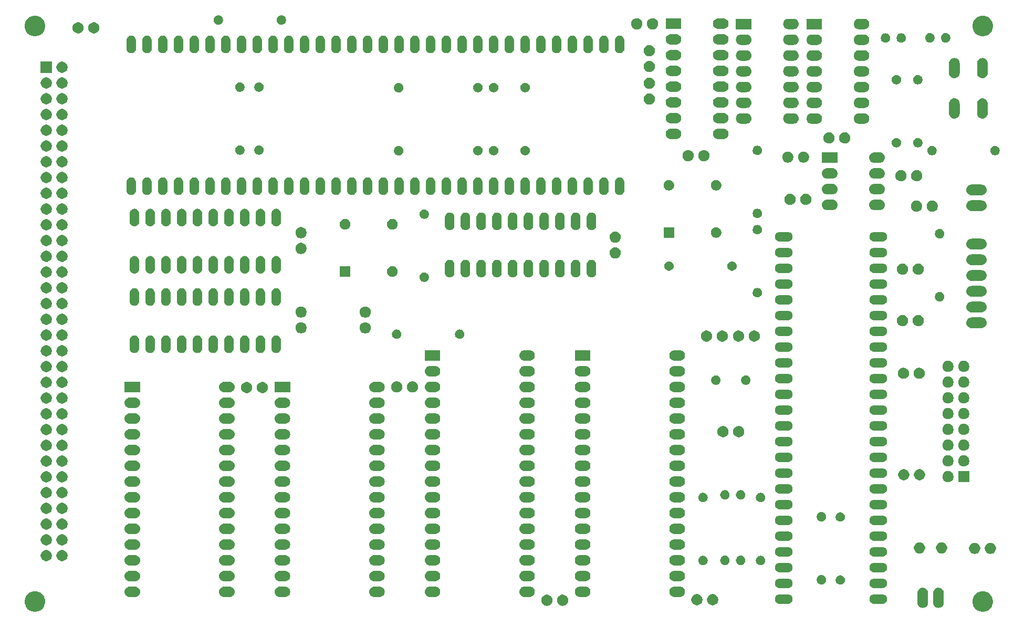
<source format=gbr>
G04 #@! TF.GenerationSoftware,KiCad,Pcbnew,(5.1.5-0-10_14)*
G04 #@! TF.CreationDate,2020-07-31T20:33:48+01:00*
G04 #@! TF.ProjectId,rosco_m68k,726f7363-6f5f-46d3-9638-6b2e6b696361,rev?*
G04 #@! TF.SameCoordinates,Original*
G04 #@! TF.FileFunction,Soldermask,Top*
G04 #@! TF.FilePolarity,Negative*
%FSLAX46Y46*%
G04 Gerber Fmt 4.6, Leading zero omitted, Abs format (unit mm)*
G04 Created by KiCad (PCBNEW (5.1.5-0-10_14)) date 2020-07-31 20:33:48*
%MOMM*%
%LPD*%
G04 APERTURE LIST*
%ADD10C,0.100000*%
G04 APERTURE END LIST*
D10*
G36*
X224675256Y-149891298D02*
G01*
X224781579Y-149912447D01*
X225082042Y-150036903D01*
X225352451Y-150217585D01*
X225582415Y-150447549D01*
X225763097Y-150717958D01*
X225763098Y-150717960D01*
X225781458Y-150762286D01*
X225887553Y-151018421D01*
X225905769Y-151110000D01*
X225951000Y-151337389D01*
X225951000Y-151662611D01*
X225938169Y-151727115D01*
X225887553Y-151981579D01*
X225810729Y-152167048D01*
X225765761Y-152275612D01*
X225763097Y-152282042D01*
X225582415Y-152552451D01*
X225352451Y-152782415D01*
X225082042Y-152963097D01*
X224781579Y-153087553D01*
X224675256Y-153108702D01*
X224462611Y-153151000D01*
X224137389Y-153151000D01*
X223924744Y-153108702D01*
X223818421Y-153087553D01*
X223517958Y-152963097D01*
X223247549Y-152782415D01*
X223017585Y-152552451D01*
X222836903Y-152282042D01*
X222834240Y-152275612D01*
X222789271Y-152167048D01*
X222712447Y-151981579D01*
X222661831Y-151727115D01*
X222649000Y-151662611D01*
X222649000Y-151337389D01*
X222694231Y-151110000D01*
X222712447Y-151018421D01*
X222818542Y-150762286D01*
X222836902Y-150717960D01*
X222836903Y-150717958D01*
X223017585Y-150447549D01*
X223247549Y-150217585D01*
X223517958Y-150036903D01*
X223818421Y-149912447D01*
X223924744Y-149891298D01*
X224137389Y-149849000D01*
X224462611Y-149849000D01*
X224675256Y-149891298D01*
G37*
G36*
X71875256Y-149891298D02*
G01*
X71981579Y-149912447D01*
X72282042Y-150036903D01*
X72552451Y-150217585D01*
X72782415Y-150447549D01*
X72963097Y-150717958D01*
X72963098Y-150717960D01*
X72981458Y-150762286D01*
X73087553Y-151018421D01*
X73105769Y-151110000D01*
X73151000Y-151337389D01*
X73151000Y-151662611D01*
X73138169Y-151727115D01*
X73087553Y-151981579D01*
X73010729Y-152167048D01*
X72965761Y-152275612D01*
X72963097Y-152282042D01*
X72782415Y-152552451D01*
X72552451Y-152782415D01*
X72282042Y-152963097D01*
X71981579Y-153087553D01*
X71875256Y-153108702D01*
X71662611Y-153151000D01*
X71337389Y-153151000D01*
X71124744Y-153108702D01*
X71018421Y-153087553D01*
X70717958Y-152963097D01*
X70447549Y-152782415D01*
X70217585Y-152552451D01*
X70036903Y-152282042D01*
X70034240Y-152275612D01*
X69989271Y-152167048D01*
X69912447Y-151981579D01*
X69861831Y-151727115D01*
X69849000Y-151662611D01*
X69849000Y-151337389D01*
X69894231Y-151110000D01*
X69912447Y-151018421D01*
X70018542Y-150762286D01*
X70036902Y-150717960D01*
X70036903Y-150717958D01*
X70217585Y-150447549D01*
X70447549Y-150217585D01*
X70717958Y-150036903D01*
X71018421Y-149912447D01*
X71124744Y-149891298D01*
X71337389Y-149849000D01*
X71662611Y-149849000D01*
X71875256Y-149891298D01*
G37*
G36*
X214799294Y-149286896D02*
G01*
X214904931Y-149318941D01*
X214962087Y-149336279D01*
X215112107Y-149416466D01*
X215112110Y-149416468D01*
X215112111Y-149416469D01*
X215243612Y-149524388D01*
X215351531Y-149655888D01*
X215351533Y-149655892D01*
X215351534Y-149655893D01*
X215431721Y-149805913D01*
X215431722Y-149805916D01*
X215481104Y-149968705D01*
X215493600Y-150095580D01*
X215493600Y-151704420D01*
X215481104Y-151831295D01*
X215460142Y-151900396D01*
X215431721Y-151994087D01*
X215392722Y-152067049D01*
X215351531Y-152144112D01*
X215243612Y-152275612D01*
X215112112Y-152383531D01*
X215112108Y-152383533D01*
X215112107Y-152383534D01*
X214962087Y-152463721D01*
X214962084Y-152463722D01*
X214799295Y-152513104D01*
X214630000Y-152529778D01*
X214460706Y-152513104D01*
X214297917Y-152463722D01*
X214297914Y-152463721D01*
X214147894Y-152383534D01*
X214147893Y-152383533D01*
X214147889Y-152383531D01*
X214016389Y-152275612D01*
X213908470Y-152144112D01*
X213867279Y-152067049D01*
X213828280Y-151994087D01*
X213799859Y-151900396D01*
X213778897Y-151831295D01*
X213766401Y-151704420D01*
X213766400Y-150095581D01*
X213778896Y-149968706D01*
X213828278Y-149805917D01*
X213828279Y-149805913D01*
X213908466Y-149655893D01*
X213908470Y-149655888D01*
X214016388Y-149524388D01*
X214147888Y-149416469D01*
X214147892Y-149416467D01*
X214147893Y-149416466D01*
X214297913Y-149336279D01*
X214312019Y-149332000D01*
X214460705Y-149286896D01*
X214630000Y-149270222D01*
X214799294Y-149286896D01*
G37*
G36*
X217339294Y-149286896D02*
G01*
X217444931Y-149318941D01*
X217502087Y-149336279D01*
X217652107Y-149416466D01*
X217652110Y-149416468D01*
X217652111Y-149416469D01*
X217783612Y-149524388D01*
X217891531Y-149655888D01*
X217891533Y-149655892D01*
X217891534Y-149655893D01*
X217971721Y-149805913D01*
X217971722Y-149805916D01*
X218021104Y-149968705D01*
X218033600Y-150095580D01*
X218033600Y-151704420D01*
X218021104Y-151831295D01*
X218000142Y-151900396D01*
X217971721Y-151994087D01*
X217932722Y-152067049D01*
X217891531Y-152144112D01*
X217783612Y-152275612D01*
X217652112Y-152383531D01*
X217652108Y-152383533D01*
X217652107Y-152383534D01*
X217502087Y-152463721D01*
X217502084Y-152463722D01*
X217339295Y-152513104D01*
X217170000Y-152529778D01*
X217000706Y-152513104D01*
X216837917Y-152463722D01*
X216837914Y-152463721D01*
X216687894Y-152383534D01*
X216687893Y-152383533D01*
X216687889Y-152383531D01*
X216556389Y-152275612D01*
X216448470Y-152144112D01*
X216407279Y-152067049D01*
X216368280Y-151994087D01*
X216339859Y-151900396D01*
X216318897Y-151831295D01*
X216306401Y-151704420D01*
X216306400Y-150095581D01*
X216318896Y-149968706D01*
X216368278Y-149805917D01*
X216368279Y-149805913D01*
X216448466Y-149655893D01*
X216448470Y-149655888D01*
X216556388Y-149524388D01*
X216687888Y-149416469D01*
X216687892Y-149416467D01*
X216687893Y-149416466D01*
X216837913Y-149336279D01*
X216852019Y-149332000D01*
X217000705Y-149286896D01*
X217170000Y-149270222D01*
X217339294Y-149286896D01*
G37*
G36*
X156833015Y-150432951D02*
G01*
X156997113Y-150500923D01*
X156997115Y-150500924D01*
X157144800Y-150599604D01*
X157270396Y-150725200D01*
X157316768Y-150794600D01*
X157369077Y-150872887D01*
X157437049Y-151036985D01*
X157471700Y-151211189D01*
X157471700Y-151388811D01*
X157437049Y-151563015D01*
X157378477Y-151704420D01*
X157369076Y-151727115D01*
X157270396Y-151874800D01*
X157144800Y-152000396D01*
X156997115Y-152099076D01*
X156997114Y-152099077D01*
X156997113Y-152099077D01*
X156833015Y-152167049D01*
X156658811Y-152201700D01*
X156481189Y-152201700D01*
X156306985Y-152167049D01*
X156142887Y-152099077D01*
X156142886Y-152099077D01*
X156142885Y-152099076D01*
X155995200Y-152000396D01*
X155869604Y-151874800D01*
X155770924Y-151727115D01*
X155761523Y-151704420D01*
X155702951Y-151563015D01*
X155668300Y-151388811D01*
X155668300Y-151211189D01*
X155702951Y-151036985D01*
X155770923Y-150872887D01*
X155823233Y-150794600D01*
X155869604Y-150725200D01*
X155995200Y-150599604D01*
X156142885Y-150500924D01*
X156142887Y-150500923D01*
X156306985Y-150432951D01*
X156481189Y-150398300D01*
X156658811Y-150398300D01*
X156833015Y-150432951D01*
G37*
G36*
X154293015Y-150432951D02*
G01*
X154457113Y-150500923D01*
X154457115Y-150500924D01*
X154604800Y-150599604D01*
X154730396Y-150725200D01*
X154776768Y-150794600D01*
X154829077Y-150872887D01*
X154897049Y-151036985D01*
X154931700Y-151211189D01*
X154931700Y-151388811D01*
X154897049Y-151563015D01*
X154838477Y-151704420D01*
X154829076Y-151727115D01*
X154730396Y-151874800D01*
X154604800Y-152000396D01*
X154457115Y-152099076D01*
X154457114Y-152099077D01*
X154457113Y-152099077D01*
X154293015Y-152167049D01*
X154118811Y-152201700D01*
X153941189Y-152201700D01*
X153766985Y-152167049D01*
X153602887Y-152099077D01*
X153602886Y-152099077D01*
X153602885Y-152099076D01*
X153455200Y-152000396D01*
X153329604Y-151874800D01*
X153230924Y-151727115D01*
X153221523Y-151704420D01*
X153162951Y-151563015D01*
X153128300Y-151388811D01*
X153128300Y-151211189D01*
X153162951Y-151036985D01*
X153230923Y-150872887D01*
X153283233Y-150794600D01*
X153329604Y-150725200D01*
X153455200Y-150599604D01*
X153602885Y-150500924D01*
X153602887Y-150500923D01*
X153766985Y-150432951D01*
X153941189Y-150398300D01*
X154118811Y-150398300D01*
X154293015Y-150432951D01*
G37*
G36*
X178493015Y-150332951D02*
G01*
X178651688Y-150398676D01*
X178657115Y-150400924D01*
X178804800Y-150499604D01*
X178930396Y-150625200D01*
X179021995Y-150762287D01*
X179029077Y-150772887D01*
X179097049Y-150936985D01*
X179131700Y-151111189D01*
X179131700Y-151288811D01*
X179097049Y-151463015D01*
X179067069Y-151535392D01*
X179029076Y-151627115D01*
X178930396Y-151774800D01*
X178804800Y-151900396D01*
X178657115Y-151999076D01*
X178657114Y-151999077D01*
X178657113Y-151999077D01*
X178493015Y-152067049D01*
X178318811Y-152101700D01*
X178141189Y-152101700D01*
X177966985Y-152067049D01*
X177802887Y-151999077D01*
X177802886Y-151999077D01*
X177802885Y-151999076D01*
X177655200Y-151900396D01*
X177529604Y-151774800D01*
X177430924Y-151627115D01*
X177392931Y-151535392D01*
X177362951Y-151463015D01*
X177328300Y-151288811D01*
X177328300Y-151111189D01*
X177362951Y-150936985D01*
X177430923Y-150772887D01*
X177438006Y-150762287D01*
X177529604Y-150625200D01*
X177655200Y-150499604D01*
X177802885Y-150400924D01*
X177808312Y-150398676D01*
X177966985Y-150332951D01*
X178141189Y-150298300D01*
X178318811Y-150298300D01*
X178493015Y-150332951D01*
G37*
G36*
X181033015Y-150332951D02*
G01*
X181191688Y-150398676D01*
X181197115Y-150400924D01*
X181344800Y-150499604D01*
X181470396Y-150625200D01*
X181561995Y-150762287D01*
X181569077Y-150772887D01*
X181637049Y-150936985D01*
X181671700Y-151111189D01*
X181671700Y-151288811D01*
X181637049Y-151463015D01*
X181607069Y-151535392D01*
X181569076Y-151627115D01*
X181470396Y-151774800D01*
X181344800Y-151900396D01*
X181197115Y-151999076D01*
X181197114Y-151999077D01*
X181197113Y-151999077D01*
X181033015Y-152067049D01*
X180858811Y-152101700D01*
X180681189Y-152101700D01*
X180506985Y-152067049D01*
X180342887Y-151999077D01*
X180342886Y-151999077D01*
X180342885Y-151999076D01*
X180195200Y-151900396D01*
X180069604Y-151774800D01*
X179970924Y-151627115D01*
X179932931Y-151535392D01*
X179902951Y-151463015D01*
X179868300Y-151288811D01*
X179868300Y-151111189D01*
X179902951Y-150936985D01*
X179970923Y-150772887D01*
X179978006Y-150762287D01*
X180069604Y-150625200D01*
X180195200Y-150499604D01*
X180342885Y-150400924D01*
X180348312Y-150398676D01*
X180506985Y-150332951D01*
X180681189Y-150298300D01*
X180858811Y-150298300D01*
X181033015Y-150332951D01*
G37*
G36*
X208205143Y-150351675D02*
G01*
X208279778Y-150359026D01*
X208386042Y-150391261D01*
X208423419Y-150402599D01*
X208555791Y-150473354D01*
X208671822Y-150568578D01*
X208767046Y-150684609D01*
X208837801Y-150816981D01*
X208837802Y-150816985D01*
X208881374Y-150960622D01*
X208896086Y-151110000D01*
X208881374Y-151259378D01*
X208857709Y-151337391D01*
X208837801Y-151403019D01*
X208767046Y-151535391D01*
X208671822Y-151651422D01*
X208555791Y-151746646D01*
X208423419Y-151817401D01*
X208386042Y-151828739D01*
X208279778Y-151860974D01*
X208205143Y-151868325D01*
X208167827Y-151872000D01*
X206772173Y-151872000D01*
X206734857Y-151868325D01*
X206660222Y-151860974D01*
X206553958Y-151828739D01*
X206516581Y-151817401D01*
X206384209Y-151746646D01*
X206268178Y-151651422D01*
X206172954Y-151535391D01*
X206102199Y-151403019D01*
X206082291Y-151337391D01*
X206058626Y-151259378D01*
X206043914Y-151110000D01*
X206058626Y-150960622D01*
X206102198Y-150816985D01*
X206102199Y-150816981D01*
X206172954Y-150684609D01*
X206268178Y-150568578D01*
X206384209Y-150473354D01*
X206516581Y-150402599D01*
X206553958Y-150391261D01*
X206660222Y-150359026D01*
X206734857Y-150351675D01*
X206772173Y-150348000D01*
X208167827Y-150348000D01*
X208205143Y-150351675D01*
G37*
G36*
X192965143Y-150351675D02*
G01*
X193039778Y-150359026D01*
X193146042Y-150391261D01*
X193183419Y-150402599D01*
X193315791Y-150473354D01*
X193431822Y-150568578D01*
X193527046Y-150684609D01*
X193597801Y-150816981D01*
X193597802Y-150816985D01*
X193641374Y-150960622D01*
X193656086Y-151110000D01*
X193641374Y-151259378D01*
X193617709Y-151337391D01*
X193597801Y-151403019D01*
X193527046Y-151535391D01*
X193431822Y-151651422D01*
X193315791Y-151746646D01*
X193183419Y-151817401D01*
X193146042Y-151828739D01*
X193039778Y-151860974D01*
X192965143Y-151868325D01*
X192927827Y-151872000D01*
X191532173Y-151872000D01*
X191494857Y-151868325D01*
X191420222Y-151860974D01*
X191313958Y-151828739D01*
X191276581Y-151817401D01*
X191144209Y-151746646D01*
X191028178Y-151651422D01*
X190932954Y-151535391D01*
X190862199Y-151403019D01*
X190842291Y-151337391D01*
X190818626Y-151259378D01*
X190803914Y-151110000D01*
X190818626Y-150960622D01*
X190862198Y-150816985D01*
X190862199Y-150816981D01*
X190932954Y-150684609D01*
X191028178Y-150568578D01*
X191144209Y-150473354D01*
X191276581Y-150402599D01*
X191313958Y-150391261D01*
X191420222Y-150359026D01*
X191494857Y-150351675D01*
X191532173Y-150348000D01*
X192927827Y-150348000D01*
X192965143Y-150351675D01*
G37*
G36*
X87766823Y-149104913D02*
G01*
X87927242Y-149153576D01*
X88059906Y-149224486D01*
X88075078Y-149232596D01*
X88204659Y-149338941D01*
X88311004Y-149468522D01*
X88311005Y-149468524D01*
X88390024Y-149616358D01*
X88438687Y-149776777D01*
X88455117Y-149943600D01*
X88438687Y-150110423D01*
X88390024Y-150270842D01*
X88321896Y-150398300D01*
X88311004Y-150418678D01*
X88204659Y-150548259D01*
X88075078Y-150654604D01*
X88075076Y-150654605D01*
X87927242Y-150733624D01*
X87766823Y-150782287D01*
X87641804Y-150794600D01*
X86758196Y-150794600D01*
X86633177Y-150782287D01*
X86472758Y-150733624D01*
X86324924Y-150654605D01*
X86324922Y-150654604D01*
X86195341Y-150548259D01*
X86088996Y-150418678D01*
X86078104Y-150398300D01*
X86009976Y-150270842D01*
X85961313Y-150110423D01*
X85944883Y-149943600D01*
X85961313Y-149776777D01*
X86009976Y-149616358D01*
X86088995Y-149468524D01*
X86088996Y-149468522D01*
X86195341Y-149338941D01*
X86324922Y-149232596D01*
X86340094Y-149224486D01*
X86472758Y-149153576D01*
X86633177Y-149104913D01*
X86758196Y-149092600D01*
X87641804Y-149092600D01*
X87766823Y-149104913D01*
G37*
G36*
X127206823Y-149104913D02*
G01*
X127367242Y-149153576D01*
X127499906Y-149224486D01*
X127515078Y-149232596D01*
X127644659Y-149338941D01*
X127751004Y-149468522D01*
X127751005Y-149468524D01*
X127830024Y-149616358D01*
X127878687Y-149776777D01*
X127895117Y-149943600D01*
X127878687Y-150110423D01*
X127830024Y-150270842D01*
X127761896Y-150398300D01*
X127751004Y-150418678D01*
X127644659Y-150548259D01*
X127515078Y-150654604D01*
X127515076Y-150654605D01*
X127367242Y-150733624D01*
X127206823Y-150782287D01*
X127081804Y-150794600D01*
X126198196Y-150794600D01*
X126073177Y-150782287D01*
X125912758Y-150733624D01*
X125764924Y-150654605D01*
X125764922Y-150654604D01*
X125635341Y-150548259D01*
X125528996Y-150418678D01*
X125518104Y-150398300D01*
X125449976Y-150270842D01*
X125401313Y-150110423D01*
X125384883Y-149943600D01*
X125401313Y-149776777D01*
X125449976Y-149616358D01*
X125528995Y-149468524D01*
X125528996Y-149468522D01*
X125635341Y-149338941D01*
X125764922Y-149232596D01*
X125780094Y-149224486D01*
X125912758Y-149153576D01*
X126073177Y-149104913D01*
X126198196Y-149092600D01*
X127081804Y-149092600D01*
X127206823Y-149104913D01*
G37*
G36*
X111966823Y-149104913D02*
G01*
X112127242Y-149153576D01*
X112259906Y-149224486D01*
X112275078Y-149232596D01*
X112404659Y-149338941D01*
X112511004Y-149468522D01*
X112511005Y-149468524D01*
X112590024Y-149616358D01*
X112638687Y-149776777D01*
X112655117Y-149943600D01*
X112638687Y-150110423D01*
X112590024Y-150270842D01*
X112521896Y-150398300D01*
X112511004Y-150418678D01*
X112404659Y-150548259D01*
X112275078Y-150654604D01*
X112275076Y-150654605D01*
X112127242Y-150733624D01*
X111966823Y-150782287D01*
X111841804Y-150794600D01*
X110958196Y-150794600D01*
X110833177Y-150782287D01*
X110672758Y-150733624D01*
X110524924Y-150654605D01*
X110524922Y-150654604D01*
X110395341Y-150548259D01*
X110288996Y-150418678D01*
X110278104Y-150398300D01*
X110209976Y-150270842D01*
X110161313Y-150110423D01*
X110144883Y-149943600D01*
X110161313Y-149776777D01*
X110209976Y-149616358D01*
X110288995Y-149468524D01*
X110288996Y-149468522D01*
X110395341Y-149338941D01*
X110524922Y-149232596D01*
X110540094Y-149224486D01*
X110672758Y-149153576D01*
X110833177Y-149104913D01*
X110958196Y-149092600D01*
X111841804Y-149092600D01*
X111966823Y-149104913D01*
G37*
G36*
X103006823Y-149104913D02*
G01*
X103167242Y-149153576D01*
X103299906Y-149224486D01*
X103315078Y-149232596D01*
X103444659Y-149338941D01*
X103551004Y-149468522D01*
X103551005Y-149468524D01*
X103630024Y-149616358D01*
X103678687Y-149776777D01*
X103695117Y-149943600D01*
X103678687Y-150110423D01*
X103630024Y-150270842D01*
X103561896Y-150398300D01*
X103551004Y-150418678D01*
X103444659Y-150548259D01*
X103315078Y-150654604D01*
X103315076Y-150654605D01*
X103167242Y-150733624D01*
X103006823Y-150782287D01*
X102881804Y-150794600D01*
X101998196Y-150794600D01*
X101873177Y-150782287D01*
X101712758Y-150733624D01*
X101564924Y-150654605D01*
X101564922Y-150654604D01*
X101435341Y-150548259D01*
X101328996Y-150418678D01*
X101318104Y-150398300D01*
X101249976Y-150270842D01*
X101201313Y-150110423D01*
X101184883Y-149943600D01*
X101201313Y-149776777D01*
X101249976Y-149616358D01*
X101328995Y-149468524D01*
X101328996Y-149468522D01*
X101435341Y-149338941D01*
X101564922Y-149232596D01*
X101580094Y-149224486D01*
X101712758Y-149153576D01*
X101873177Y-149104913D01*
X101998196Y-149092600D01*
X102881804Y-149092600D01*
X103006823Y-149104913D01*
G37*
G36*
X160366823Y-149084913D02*
G01*
X160527242Y-149133576D01*
X160564657Y-149153575D01*
X160675078Y-149212596D01*
X160804659Y-149318941D01*
X160911004Y-149448522D01*
X160911005Y-149448524D01*
X160990024Y-149596358D01*
X161038687Y-149756777D01*
X161055117Y-149923600D01*
X161038687Y-150090423D01*
X160990024Y-150250842D01*
X160964657Y-150298300D01*
X160911004Y-150398678D01*
X160804659Y-150528259D01*
X160675078Y-150634604D01*
X160675076Y-150634605D01*
X160527242Y-150713624D01*
X160366823Y-150762287D01*
X160241804Y-150774600D01*
X159358196Y-150774600D01*
X159233177Y-150762287D01*
X159072758Y-150713624D01*
X158924924Y-150634605D01*
X158924922Y-150634604D01*
X158795341Y-150528259D01*
X158688996Y-150398678D01*
X158635343Y-150298300D01*
X158609976Y-150250842D01*
X158561313Y-150090423D01*
X158544883Y-149923600D01*
X158561313Y-149756777D01*
X158609976Y-149596358D01*
X158688995Y-149448524D01*
X158688996Y-149448522D01*
X158795341Y-149318941D01*
X158924922Y-149212596D01*
X159035343Y-149153575D01*
X159072758Y-149133576D01*
X159233177Y-149084913D01*
X159358196Y-149072600D01*
X160241804Y-149072600D01*
X160366823Y-149084913D01*
G37*
G36*
X136166823Y-149084913D02*
G01*
X136327242Y-149133576D01*
X136364657Y-149153575D01*
X136475078Y-149212596D01*
X136604659Y-149318941D01*
X136711004Y-149448522D01*
X136711005Y-149448524D01*
X136790024Y-149596358D01*
X136838687Y-149756777D01*
X136855117Y-149923600D01*
X136838687Y-150090423D01*
X136790024Y-150250842D01*
X136764657Y-150298300D01*
X136711004Y-150398678D01*
X136604659Y-150528259D01*
X136475078Y-150634604D01*
X136475076Y-150634605D01*
X136327242Y-150713624D01*
X136166823Y-150762287D01*
X136041804Y-150774600D01*
X135158196Y-150774600D01*
X135033177Y-150762287D01*
X134872758Y-150713624D01*
X134724924Y-150634605D01*
X134724922Y-150634604D01*
X134595341Y-150528259D01*
X134488996Y-150398678D01*
X134435343Y-150298300D01*
X134409976Y-150250842D01*
X134361313Y-150090423D01*
X134344883Y-149923600D01*
X134361313Y-149756777D01*
X134409976Y-149596358D01*
X134488995Y-149448524D01*
X134488996Y-149448522D01*
X134595341Y-149318941D01*
X134724922Y-149212596D01*
X134835343Y-149153575D01*
X134872758Y-149133576D01*
X135033177Y-149084913D01*
X135158196Y-149072600D01*
X136041804Y-149072600D01*
X136166823Y-149084913D01*
G37*
G36*
X151406823Y-149084913D02*
G01*
X151567242Y-149133576D01*
X151604657Y-149153575D01*
X151715078Y-149212596D01*
X151844659Y-149318941D01*
X151951004Y-149448522D01*
X151951005Y-149448524D01*
X152030024Y-149596358D01*
X152078687Y-149756777D01*
X152095117Y-149923600D01*
X152078687Y-150090423D01*
X152030024Y-150250842D01*
X152004657Y-150298300D01*
X151951004Y-150398678D01*
X151844659Y-150528259D01*
X151715078Y-150634604D01*
X151715076Y-150634605D01*
X151567242Y-150713624D01*
X151406823Y-150762287D01*
X151281804Y-150774600D01*
X150398196Y-150774600D01*
X150273177Y-150762287D01*
X150112758Y-150713624D01*
X149964924Y-150634605D01*
X149964922Y-150634604D01*
X149835341Y-150528259D01*
X149728996Y-150398678D01*
X149675343Y-150298300D01*
X149649976Y-150250842D01*
X149601313Y-150090423D01*
X149584883Y-149923600D01*
X149601313Y-149756777D01*
X149649976Y-149596358D01*
X149728995Y-149448524D01*
X149728996Y-149448522D01*
X149835341Y-149318941D01*
X149964922Y-149212596D01*
X150075343Y-149153575D01*
X150112758Y-149133576D01*
X150273177Y-149084913D01*
X150398196Y-149072600D01*
X151281804Y-149072600D01*
X151406823Y-149084913D01*
G37*
G36*
X175606823Y-149084913D02*
G01*
X175767242Y-149133576D01*
X175804657Y-149153575D01*
X175915078Y-149212596D01*
X176044659Y-149318941D01*
X176151004Y-149448522D01*
X176151005Y-149448524D01*
X176230024Y-149596358D01*
X176278687Y-149756777D01*
X176295117Y-149923600D01*
X176278687Y-150090423D01*
X176230024Y-150250842D01*
X176204657Y-150298300D01*
X176151004Y-150398678D01*
X176044659Y-150528259D01*
X175915078Y-150634604D01*
X175915076Y-150634605D01*
X175767242Y-150713624D01*
X175606823Y-150762287D01*
X175481804Y-150774600D01*
X174598196Y-150774600D01*
X174473177Y-150762287D01*
X174312758Y-150713624D01*
X174164924Y-150634605D01*
X174164922Y-150634604D01*
X174035341Y-150528259D01*
X173928996Y-150398678D01*
X173875343Y-150298300D01*
X173849976Y-150250842D01*
X173801313Y-150090423D01*
X173784883Y-149923600D01*
X173801313Y-149756777D01*
X173849976Y-149596358D01*
X173928995Y-149448524D01*
X173928996Y-149448522D01*
X174035341Y-149318941D01*
X174164922Y-149212596D01*
X174275343Y-149153575D01*
X174312758Y-149133576D01*
X174473177Y-149084913D01*
X174598196Y-149072600D01*
X175481804Y-149072600D01*
X175606823Y-149084913D01*
G37*
G36*
X208205143Y-147811675D02*
G01*
X208279778Y-147819026D01*
X208386042Y-147851261D01*
X208423419Y-147862599D01*
X208555791Y-147933354D01*
X208671822Y-148028578D01*
X208767046Y-148144609D01*
X208837801Y-148276981D01*
X208837802Y-148276985D01*
X208881374Y-148420622D01*
X208896086Y-148570000D01*
X208881374Y-148719378D01*
X208868227Y-148762717D01*
X208837801Y-148863019D01*
X208767046Y-148995391D01*
X208671822Y-149111422D01*
X208555791Y-149206646D01*
X208423419Y-149277401D01*
X208392118Y-149286896D01*
X208279778Y-149320974D01*
X208205143Y-149328325D01*
X208167827Y-149332000D01*
X206772173Y-149332000D01*
X206734857Y-149328325D01*
X206660222Y-149320974D01*
X206547882Y-149286896D01*
X206516581Y-149277401D01*
X206384209Y-149206646D01*
X206268178Y-149111422D01*
X206172954Y-148995391D01*
X206102199Y-148863019D01*
X206071773Y-148762717D01*
X206058626Y-148719378D01*
X206043914Y-148570000D01*
X206058626Y-148420622D01*
X206102198Y-148276985D01*
X206102199Y-148276981D01*
X206172954Y-148144609D01*
X206268178Y-148028578D01*
X206384209Y-147933354D01*
X206516581Y-147862599D01*
X206553958Y-147851261D01*
X206660222Y-147819026D01*
X206734857Y-147811675D01*
X206772173Y-147808000D01*
X208167827Y-147808000D01*
X208205143Y-147811675D01*
G37*
G36*
X192965143Y-147811675D02*
G01*
X193039778Y-147819026D01*
X193146042Y-147851261D01*
X193183419Y-147862599D01*
X193315791Y-147933354D01*
X193431822Y-148028578D01*
X193527046Y-148144609D01*
X193597801Y-148276981D01*
X193597802Y-148276985D01*
X193641374Y-148420622D01*
X193656086Y-148570000D01*
X193641374Y-148719378D01*
X193628227Y-148762717D01*
X193597801Y-148863019D01*
X193527046Y-148995391D01*
X193431822Y-149111422D01*
X193315791Y-149206646D01*
X193183419Y-149277401D01*
X193152118Y-149286896D01*
X193039778Y-149320974D01*
X192965143Y-149328325D01*
X192927827Y-149332000D01*
X191532173Y-149332000D01*
X191494857Y-149328325D01*
X191420222Y-149320974D01*
X191307882Y-149286896D01*
X191276581Y-149277401D01*
X191144209Y-149206646D01*
X191028178Y-149111422D01*
X190932954Y-148995391D01*
X190862199Y-148863019D01*
X190831773Y-148762717D01*
X190818626Y-148719378D01*
X190803914Y-148570000D01*
X190818626Y-148420622D01*
X190862198Y-148276985D01*
X190862199Y-148276981D01*
X190932954Y-148144609D01*
X191028178Y-148028578D01*
X191144209Y-147933354D01*
X191276581Y-147862599D01*
X191313958Y-147851261D01*
X191420222Y-147819026D01*
X191494857Y-147811675D01*
X191532173Y-147808000D01*
X192927827Y-147808000D01*
X192965143Y-147811675D01*
G37*
G36*
X201523195Y-147287522D02*
G01*
X201572267Y-147297283D01*
X201710942Y-147354724D01*
X201835747Y-147438116D01*
X201941884Y-147544253D01*
X202025276Y-147669058D01*
X202082717Y-147807733D01*
X202082717Y-147807734D01*
X202112000Y-147954948D01*
X202112000Y-148105052D01*
X202098360Y-148173624D01*
X202082717Y-148252267D01*
X202025276Y-148390942D01*
X201941884Y-148515747D01*
X201835747Y-148621884D01*
X201710942Y-148705276D01*
X201572267Y-148762717D01*
X201523195Y-148772478D01*
X201425052Y-148792000D01*
X201274948Y-148792000D01*
X201176805Y-148772478D01*
X201127733Y-148762717D01*
X200989058Y-148705276D01*
X200864253Y-148621884D01*
X200758116Y-148515747D01*
X200674724Y-148390942D01*
X200617283Y-148252267D01*
X200601640Y-148173624D01*
X200588000Y-148105052D01*
X200588000Y-147954948D01*
X200617283Y-147807734D01*
X200617283Y-147807733D01*
X200674724Y-147669058D01*
X200758116Y-147544253D01*
X200864253Y-147438116D01*
X200989058Y-147354724D01*
X201127733Y-147297283D01*
X201176805Y-147287522D01*
X201274948Y-147268000D01*
X201425052Y-147268000D01*
X201523195Y-147287522D01*
G37*
G36*
X198469439Y-147236775D02*
G01*
X198522267Y-147247283D01*
X198660942Y-147304724D01*
X198785747Y-147388116D01*
X198891884Y-147494253D01*
X198975276Y-147619058D01*
X199013294Y-147710842D01*
X199032717Y-147757734D01*
X199062000Y-147904948D01*
X199062000Y-148055052D01*
X199052054Y-148105052D01*
X199032717Y-148202267D01*
X198975276Y-148340942D01*
X198891884Y-148465747D01*
X198785747Y-148571884D01*
X198660942Y-148655276D01*
X198522267Y-148712717D01*
X198473195Y-148722478D01*
X198375052Y-148742000D01*
X198224948Y-148742000D01*
X198126805Y-148722478D01*
X198077733Y-148712717D01*
X197939058Y-148655276D01*
X197814253Y-148571884D01*
X197708116Y-148465747D01*
X197624724Y-148340942D01*
X197567283Y-148202267D01*
X197547946Y-148105052D01*
X197538000Y-148055052D01*
X197538000Y-147904948D01*
X197567283Y-147757734D01*
X197586706Y-147710842D01*
X197624724Y-147619058D01*
X197708116Y-147494253D01*
X197814253Y-147388116D01*
X197939058Y-147304724D01*
X198077733Y-147247283D01*
X198130561Y-147236775D01*
X198224948Y-147218000D01*
X198375052Y-147218000D01*
X198469439Y-147236775D01*
G37*
G36*
X103006823Y-146564913D02*
G01*
X103167242Y-146613576D01*
X103299906Y-146684486D01*
X103315078Y-146692596D01*
X103444659Y-146798941D01*
X103551004Y-146928522D01*
X103551005Y-146928524D01*
X103630024Y-147076358D01*
X103678687Y-147236777D01*
X103695117Y-147403600D01*
X103678687Y-147570423D01*
X103630024Y-147730842D01*
X103561695Y-147858676D01*
X103551004Y-147878678D01*
X103444659Y-148008259D01*
X103315078Y-148114604D01*
X103315076Y-148114605D01*
X103167242Y-148193624D01*
X103006823Y-148242287D01*
X102881804Y-148254600D01*
X101998196Y-148254600D01*
X101873177Y-148242287D01*
X101712758Y-148193624D01*
X101564924Y-148114605D01*
X101564922Y-148114604D01*
X101435341Y-148008259D01*
X101328996Y-147878678D01*
X101318305Y-147858676D01*
X101249976Y-147730842D01*
X101201313Y-147570423D01*
X101184883Y-147403600D01*
X101201313Y-147236777D01*
X101249976Y-147076358D01*
X101328995Y-146928524D01*
X101328996Y-146928522D01*
X101435341Y-146798941D01*
X101564922Y-146692596D01*
X101580094Y-146684486D01*
X101712758Y-146613576D01*
X101873177Y-146564913D01*
X101998196Y-146552600D01*
X102881804Y-146552600D01*
X103006823Y-146564913D01*
G37*
G36*
X87766823Y-146564913D02*
G01*
X87927242Y-146613576D01*
X88059906Y-146684486D01*
X88075078Y-146692596D01*
X88204659Y-146798941D01*
X88311004Y-146928522D01*
X88311005Y-146928524D01*
X88390024Y-147076358D01*
X88438687Y-147236777D01*
X88455117Y-147403600D01*
X88438687Y-147570423D01*
X88390024Y-147730842D01*
X88321695Y-147858676D01*
X88311004Y-147878678D01*
X88204659Y-148008259D01*
X88075078Y-148114604D01*
X88075076Y-148114605D01*
X87927242Y-148193624D01*
X87766823Y-148242287D01*
X87641804Y-148254600D01*
X86758196Y-148254600D01*
X86633177Y-148242287D01*
X86472758Y-148193624D01*
X86324924Y-148114605D01*
X86324922Y-148114604D01*
X86195341Y-148008259D01*
X86088996Y-147878678D01*
X86078305Y-147858676D01*
X86009976Y-147730842D01*
X85961313Y-147570423D01*
X85944883Y-147403600D01*
X85961313Y-147236777D01*
X86009976Y-147076358D01*
X86088995Y-146928524D01*
X86088996Y-146928522D01*
X86195341Y-146798941D01*
X86324922Y-146692596D01*
X86340094Y-146684486D01*
X86472758Y-146613576D01*
X86633177Y-146564913D01*
X86758196Y-146552600D01*
X87641804Y-146552600D01*
X87766823Y-146564913D01*
G37*
G36*
X111966823Y-146564913D02*
G01*
X112127242Y-146613576D01*
X112259906Y-146684486D01*
X112275078Y-146692596D01*
X112404659Y-146798941D01*
X112511004Y-146928522D01*
X112511005Y-146928524D01*
X112590024Y-147076358D01*
X112638687Y-147236777D01*
X112655117Y-147403600D01*
X112638687Y-147570423D01*
X112590024Y-147730842D01*
X112521695Y-147858676D01*
X112511004Y-147878678D01*
X112404659Y-148008259D01*
X112275078Y-148114604D01*
X112275076Y-148114605D01*
X112127242Y-148193624D01*
X111966823Y-148242287D01*
X111841804Y-148254600D01*
X110958196Y-148254600D01*
X110833177Y-148242287D01*
X110672758Y-148193624D01*
X110524924Y-148114605D01*
X110524922Y-148114604D01*
X110395341Y-148008259D01*
X110288996Y-147878678D01*
X110278305Y-147858676D01*
X110209976Y-147730842D01*
X110161313Y-147570423D01*
X110144883Y-147403600D01*
X110161313Y-147236777D01*
X110209976Y-147076358D01*
X110288995Y-146928524D01*
X110288996Y-146928522D01*
X110395341Y-146798941D01*
X110524922Y-146692596D01*
X110540094Y-146684486D01*
X110672758Y-146613576D01*
X110833177Y-146564913D01*
X110958196Y-146552600D01*
X111841804Y-146552600D01*
X111966823Y-146564913D01*
G37*
G36*
X127206823Y-146564913D02*
G01*
X127367242Y-146613576D01*
X127499906Y-146684486D01*
X127515078Y-146692596D01*
X127644659Y-146798941D01*
X127751004Y-146928522D01*
X127751005Y-146928524D01*
X127830024Y-147076358D01*
X127878687Y-147236777D01*
X127895117Y-147403600D01*
X127878687Y-147570423D01*
X127830024Y-147730842D01*
X127761695Y-147858676D01*
X127751004Y-147878678D01*
X127644659Y-148008259D01*
X127515078Y-148114604D01*
X127515076Y-148114605D01*
X127367242Y-148193624D01*
X127206823Y-148242287D01*
X127081804Y-148254600D01*
X126198196Y-148254600D01*
X126073177Y-148242287D01*
X125912758Y-148193624D01*
X125764924Y-148114605D01*
X125764922Y-148114604D01*
X125635341Y-148008259D01*
X125528996Y-147878678D01*
X125518305Y-147858676D01*
X125449976Y-147730842D01*
X125401313Y-147570423D01*
X125384883Y-147403600D01*
X125401313Y-147236777D01*
X125449976Y-147076358D01*
X125528995Y-146928524D01*
X125528996Y-146928522D01*
X125635341Y-146798941D01*
X125764922Y-146692596D01*
X125780094Y-146684486D01*
X125912758Y-146613576D01*
X126073177Y-146564913D01*
X126198196Y-146552600D01*
X127081804Y-146552600D01*
X127206823Y-146564913D01*
G37*
G36*
X136166823Y-146544913D02*
G01*
X136327242Y-146593576D01*
X136364657Y-146613575D01*
X136475078Y-146672596D01*
X136604659Y-146778941D01*
X136711004Y-146908522D01*
X136711005Y-146908524D01*
X136790024Y-147056358D01*
X136838687Y-147216777D01*
X136855117Y-147383600D01*
X136838687Y-147550423D01*
X136790024Y-147710842D01*
X136738234Y-147807734D01*
X136711004Y-147858678D01*
X136604659Y-147988259D01*
X136475078Y-148094604D01*
X136475076Y-148094605D01*
X136327242Y-148173624D01*
X136166823Y-148222287D01*
X136041804Y-148234600D01*
X135158196Y-148234600D01*
X135033177Y-148222287D01*
X134872758Y-148173624D01*
X134724924Y-148094605D01*
X134724922Y-148094604D01*
X134595341Y-147988259D01*
X134488996Y-147858678D01*
X134461766Y-147807734D01*
X134409976Y-147710842D01*
X134361313Y-147550423D01*
X134344883Y-147383600D01*
X134361313Y-147216777D01*
X134409976Y-147056358D01*
X134488995Y-146908524D01*
X134488996Y-146908522D01*
X134595341Y-146778941D01*
X134724922Y-146672596D01*
X134835343Y-146613575D01*
X134872758Y-146593576D01*
X135033177Y-146544913D01*
X135158196Y-146532600D01*
X136041804Y-146532600D01*
X136166823Y-146544913D01*
G37*
G36*
X151406823Y-146544913D02*
G01*
X151567242Y-146593576D01*
X151604657Y-146613575D01*
X151715078Y-146672596D01*
X151844659Y-146778941D01*
X151951004Y-146908522D01*
X151951005Y-146908524D01*
X152030024Y-147056358D01*
X152078687Y-147216777D01*
X152095117Y-147383600D01*
X152078687Y-147550423D01*
X152030024Y-147710842D01*
X151978234Y-147807734D01*
X151951004Y-147858678D01*
X151844659Y-147988259D01*
X151715078Y-148094604D01*
X151715076Y-148094605D01*
X151567242Y-148173624D01*
X151406823Y-148222287D01*
X151281804Y-148234600D01*
X150398196Y-148234600D01*
X150273177Y-148222287D01*
X150112758Y-148173624D01*
X149964924Y-148094605D01*
X149964922Y-148094604D01*
X149835341Y-147988259D01*
X149728996Y-147858678D01*
X149701766Y-147807734D01*
X149649976Y-147710842D01*
X149601313Y-147550423D01*
X149584883Y-147383600D01*
X149601313Y-147216777D01*
X149649976Y-147056358D01*
X149728995Y-146908524D01*
X149728996Y-146908522D01*
X149835341Y-146778941D01*
X149964922Y-146672596D01*
X150075343Y-146613575D01*
X150112758Y-146593576D01*
X150273177Y-146544913D01*
X150398196Y-146532600D01*
X151281804Y-146532600D01*
X151406823Y-146544913D01*
G37*
G36*
X160366823Y-146544913D02*
G01*
X160527242Y-146593576D01*
X160564657Y-146613575D01*
X160675078Y-146672596D01*
X160804659Y-146778941D01*
X160911004Y-146908522D01*
X160911005Y-146908524D01*
X160990024Y-147056358D01*
X161038687Y-147216777D01*
X161055117Y-147383600D01*
X161038687Y-147550423D01*
X160990024Y-147710842D01*
X160938234Y-147807734D01*
X160911004Y-147858678D01*
X160804659Y-147988259D01*
X160675078Y-148094604D01*
X160675076Y-148094605D01*
X160527242Y-148173624D01*
X160366823Y-148222287D01*
X160241804Y-148234600D01*
X159358196Y-148234600D01*
X159233177Y-148222287D01*
X159072758Y-148173624D01*
X158924924Y-148094605D01*
X158924922Y-148094604D01*
X158795341Y-147988259D01*
X158688996Y-147858678D01*
X158661766Y-147807734D01*
X158609976Y-147710842D01*
X158561313Y-147550423D01*
X158544883Y-147383600D01*
X158561313Y-147216777D01*
X158609976Y-147056358D01*
X158688995Y-146908524D01*
X158688996Y-146908522D01*
X158795341Y-146778941D01*
X158924922Y-146672596D01*
X159035343Y-146613575D01*
X159072758Y-146593576D01*
X159233177Y-146544913D01*
X159358196Y-146532600D01*
X160241804Y-146532600D01*
X160366823Y-146544913D01*
G37*
G36*
X175606823Y-146544913D02*
G01*
X175767242Y-146593576D01*
X175804657Y-146613575D01*
X175915078Y-146672596D01*
X176044659Y-146778941D01*
X176151004Y-146908522D01*
X176151005Y-146908524D01*
X176230024Y-147056358D01*
X176278687Y-147216777D01*
X176295117Y-147383600D01*
X176278687Y-147550423D01*
X176230024Y-147710842D01*
X176178234Y-147807734D01*
X176151004Y-147858678D01*
X176044659Y-147988259D01*
X175915078Y-148094604D01*
X175915076Y-148094605D01*
X175767242Y-148173624D01*
X175606823Y-148222287D01*
X175481804Y-148234600D01*
X174598196Y-148234600D01*
X174473177Y-148222287D01*
X174312758Y-148173624D01*
X174164924Y-148094605D01*
X174164922Y-148094604D01*
X174035341Y-147988259D01*
X173928996Y-147858678D01*
X173901766Y-147807734D01*
X173849976Y-147710842D01*
X173801313Y-147550423D01*
X173784883Y-147383600D01*
X173801313Y-147216777D01*
X173849976Y-147056358D01*
X173928995Y-146908524D01*
X173928996Y-146908522D01*
X174035341Y-146778941D01*
X174164922Y-146672596D01*
X174275343Y-146613575D01*
X174312758Y-146593576D01*
X174473177Y-146544913D01*
X174598196Y-146532600D01*
X175481804Y-146532600D01*
X175606823Y-146544913D01*
G37*
G36*
X208205143Y-145271675D02*
G01*
X208279778Y-145279026D01*
X208386042Y-145311261D01*
X208423419Y-145322599D01*
X208555791Y-145393354D01*
X208671822Y-145488578D01*
X208767046Y-145604609D01*
X208837801Y-145736981D01*
X208837802Y-145736985D01*
X208881374Y-145880622D01*
X208896086Y-146030000D01*
X208881374Y-146179378D01*
X208849139Y-146285642D01*
X208837801Y-146323019D01*
X208767046Y-146455391D01*
X208671822Y-146571422D01*
X208555791Y-146666646D01*
X208423419Y-146737401D01*
X208386042Y-146748739D01*
X208279778Y-146780974D01*
X208205143Y-146788325D01*
X208167827Y-146792000D01*
X206772173Y-146792000D01*
X206734857Y-146788325D01*
X206660222Y-146780974D01*
X206553958Y-146748739D01*
X206516581Y-146737401D01*
X206384209Y-146666646D01*
X206268178Y-146571422D01*
X206172954Y-146455391D01*
X206102199Y-146323019D01*
X206090861Y-146285642D01*
X206058626Y-146179378D01*
X206043914Y-146030000D01*
X206058626Y-145880622D01*
X206102198Y-145736985D01*
X206102199Y-145736981D01*
X206172954Y-145604609D01*
X206268178Y-145488578D01*
X206384209Y-145393354D01*
X206516581Y-145322599D01*
X206553958Y-145311261D01*
X206660222Y-145279026D01*
X206734857Y-145271675D01*
X206772173Y-145268000D01*
X208167827Y-145268000D01*
X208205143Y-145271675D01*
G37*
G36*
X192965143Y-145271675D02*
G01*
X193039778Y-145279026D01*
X193146042Y-145311261D01*
X193183419Y-145322599D01*
X193315791Y-145393354D01*
X193431822Y-145488578D01*
X193527046Y-145604609D01*
X193597801Y-145736981D01*
X193597802Y-145736985D01*
X193641374Y-145880622D01*
X193656086Y-146030000D01*
X193641374Y-146179378D01*
X193609139Y-146285642D01*
X193597801Y-146323019D01*
X193527046Y-146455391D01*
X193431822Y-146571422D01*
X193315791Y-146666646D01*
X193183419Y-146737401D01*
X193146042Y-146748739D01*
X193039778Y-146780974D01*
X192965143Y-146788325D01*
X192927827Y-146792000D01*
X191532173Y-146792000D01*
X191494857Y-146788325D01*
X191420222Y-146780974D01*
X191313958Y-146748739D01*
X191276581Y-146737401D01*
X191144209Y-146666646D01*
X191028178Y-146571422D01*
X190932954Y-146455391D01*
X190862199Y-146323019D01*
X190850861Y-146285642D01*
X190818626Y-146179378D01*
X190803914Y-146030000D01*
X190818626Y-145880622D01*
X190862198Y-145736985D01*
X190862199Y-145736981D01*
X190932954Y-145604609D01*
X191028178Y-145488578D01*
X191144209Y-145393354D01*
X191276581Y-145322599D01*
X191313958Y-145311261D01*
X191420222Y-145279026D01*
X191494857Y-145271675D01*
X191532173Y-145268000D01*
X192927827Y-145268000D01*
X192965143Y-145271675D01*
G37*
G36*
X127206823Y-144024913D02*
G01*
X127367242Y-144073576D01*
X127499906Y-144144486D01*
X127515078Y-144152596D01*
X127644659Y-144258941D01*
X127751004Y-144388522D01*
X127751005Y-144388524D01*
X127830024Y-144536358D01*
X127878687Y-144696777D01*
X127895117Y-144863600D01*
X127878687Y-145030423D01*
X127830024Y-145190842D01*
X127761695Y-145318676D01*
X127751004Y-145338678D01*
X127644659Y-145468259D01*
X127515078Y-145574604D01*
X127515076Y-145574605D01*
X127367242Y-145653624D01*
X127206823Y-145702287D01*
X127081804Y-145714600D01*
X126198196Y-145714600D01*
X126073177Y-145702287D01*
X125912758Y-145653624D01*
X125764924Y-145574605D01*
X125764922Y-145574604D01*
X125635341Y-145468259D01*
X125528996Y-145338678D01*
X125518305Y-145318676D01*
X125449976Y-145190842D01*
X125401313Y-145030423D01*
X125384883Y-144863600D01*
X125401313Y-144696777D01*
X125449976Y-144536358D01*
X125528995Y-144388524D01*
X125528996Y-144388522D01*
X125635341Y-144258941D01*
X125764922Y-144152596D01*
X125780094Y-144144486D01*
X125912758Y-144073576D01*
X126073177Y-144024913D01*
X126198196Y-144012600D01*
X127081804Y-144012600D01*
X127206823Y-144024913D01*
G37*
G36*
X111966823Y-144024913D02*
G01*
X112127242Y-144073576D01*
X112259906Y-144144486D01*
X112275078Y-144152596D01*
X112404659Y-144258941D01*
X112511004Y-144388522D01*
X112511005Y-144388524D01*
X112590024Y-144536358D01*
X112638687Y-144696777D01*
X112655117Y-144863600D01*
X112638687Y-145030423D01*
X112590024Y-145190842D01*
X112521695Y-145318676D01*
X112511004Y-145338678D01*
X112404659Y-145468259D01*
X112275078Y-145574604D01*
X112275076Y-145574605D01*
X112127242Y-145653624D01*
X111966823Y-145702287D01*
X111841804Y-145714600D01*
X110958196Y-145714600D01*
X110833177Y-145702287D01*
X110672758Y-145653624D01*
X110524924Y-145574605D01*
X110524922Y-145574604D01*
X110395341Y-145468259D01*
X110288996Y-145338678D01*
X110278305Y-145318676D01*
X110209976Y-145190842D01*
X110161313Y-145030423D01*
X110144883Y-144863600D01*
X110161313Y-144696777D01*
X110209976Y-144536358D01*
X110288995Y-144388524D01*
X110288996Y-144388522D01*
X110395341Y-144258941D01*
X110524922Y-144152596D01*
X110540094Y-144144486D01*
X110672758Y-144073576D01*
X110833177Y-144024913D01*
X110958196Y-144012600D01*
X111841804Y-144012600D01*
X111966823Y-144024913D01*
G37*
G36*
X87766823Y-144024913D02*
G01*
X87927242Y-144073576D01*
X88059906Y-144144486D01*
X88075078Y-144152596D01*
X88204659Y-144258941D01*
X88311004Y-144388522D01*
X88311005Y-144388524D01*
X88390024Y-144536358D01*
X88438687Y-144696777D01*
X88455117Y-144863600D01*
X88438687Y-145030423D01*
X88390024Y-145190842D01*
X88321695Y-145318676D01*
X88311004Y-145338678D01*
X88204659Y-145468259D01*
X88075078Y-145574604D01*
X88075076Y-145574605D01*
X87927242Y-145653624D01*
X87766823Y-145702287D01*
X87641804Y-145714600D01*
X86758196Y-145714600D01*
X86633177Y-145702287D01*
X86472758Y-145653624D01*
X86324924Y-145574605D01*
X86324922Y-145574604D01*
X86195341Y-145468259D01*
X86088996Y-145338678D01*
X86078305Y-145318676D01*
X86009976Y-145190842D01*
X85961313Y-145030423D01*
X85944883Y-144863600D01*
X85961313Y-144696777D01*
X86009976Y-144536358D01*
X86088995Y-144388524D01*
X86088996Y-144388522D01*
X86195341Y-144258941D01*
X86324922Y-144152596D01*
X86340094Y-144144486D01*
X86472758Y-144073576D01*
X86633177Y-144024913D01*
X86758196Y-144012600D01*
X87641804Y-144012600D01*
X87766823Y-144024913D01*
G37*
G36*
X103006823Y-144024913D02*
G01*
X103167242Y-144073576D01*
X103299906Y-144144486D01*
X103315078Y-144152596D01*
X103444659Y-144258941D01*
X103551004Y-144388522D01*
X103551005Y-144388524D01*
X103630024Y-144536358D01*
X103678687Y-144696777D01*
X103695117Y-144863600D01*
X103678687Y-145030423D01*
X103630024Y-145190842D01*
X103561695Y-145318676D01*
X103551004Y-145338678D01*
X103444659Y-145468259D01*
X103315078Y-145574604D01*
X103315076Y-145574605D01*
X103167242Y-145653624D01*
X103006823Y-145702287D01*
X102881804Y-145714600D01*
X101998196Y-145714600D01*
X101873177Y-145702287D01*
X101712758Y-145653624D01*
X101564924Y-145574605D01*
X101564922Y-145574604D01*
X101435341Y-145468259D01*
X101328996Y-145338678D01*
X101318305Y-145318676D01*
X101249976Y-145190842D01*
X101201313Y-145030423D01*
X101184883Y-144863600D01*
X101201313Y-144696777D01*
X101249976Y-144536358D01*
X101328995Y-144388524D01*
X101328996Y-144388522D01*
X101435341Y-144258941D01*
X101564922Y-144152596D01*
X101580094Y-144144486D01*
X101712758Y-144073576D01*
X101873177Y-144024913D01*
X101998196Y-144012600D01*
X102881804Y-144012600D01*
X103006823Y-144024913D01*
G37*
G36*
X136166823Y-144004913D02*
G01*
X136327242Y-144053576D01*
X136446429Y-144117283D01*
X136475078Y-144132596D01*
X136604659Y-144238941D01*
X136711004Y-144368522D01*
X136711005Y-144368524D01*
X136790024Y-144516358D01*
X136838687Y-144676777D01*
X136855117Y-144843600D01*
X136838687Y-145010423D01*
X136790024Y-145170842D01*
X136738092Y-145268000D01*
X136711004Y-145318678D01*
X136604659Y-145448259D01*
X136475078Y-145554604D01*
X136475076Y-145554605D01*
X136327242Y-145633624D01*
X136166823Y-145682287D01*
X136041804Y-145694600D01*
X135158196Y-145694600D01*
X135033177Y-145682287D01*
X134872758Y-145633624D01*
X134724924Y-145554605D01*
X134724922Y-145554604D01*
X134595341Y-145448259D01*
X134488996Y-145318678D01*
X134461908Y-145268000D01*
X134409976Y-145170842D01*
X134361313Y-145010423D01*
X134344883Y-144843600D01*
X134361313Y-144676777D01*
X134409976Y-144516358D01*
X134488995Y-144368524D01*
X134488996Y-144368522D01*
X134595341Y-144238941D01*
X134724922Y-144132596D01*
X134753571Y-144117283D01*
X134872758Y-144053576D01*
X135033177Y-144004913D01*
X135158196Y-143992600D01*
X136041804Y-143992600D01*
X136166823Y-144004913D01*
G37*
G36*
X151406823Y-144004913D02*
G01*
X151567242Y-144053576D01*
X151686429Y-144117283D01*
X151715078Y-144132596D01*
X151844659Y-144238941D01*
X151951004Y-144368522D01*
X151951005Y-144368524D01*
X152030024Y-144516358D01*
X152078687Y-144676777D01*
X152095117Y-144843600D01*
X152078687Y-145010423D01*
X152030024Y-145170842D01*
X151978092Y-145268000D01*
X151951004Y-145318678D01*
X151844659Y-145448259D01*
X151715078Y-145554604D01*
X151715076Y-145554605D01*
X151567242Y-145633624D01*
X151406823Y-145682287D01*
X151281804Y-145694600D01*
X150398196Y-145694600D01*
X150273177Y-145682287D01*
X150112758Y-145633624D01*
X149964924Y-145554605D01*
X149964922Y-145554604D01*
X149835341Y-145448259D01*
X149728996Y-145318678D01*
X149701908Y-145268000D01*
X149649976Y-145170842D01*
X149601313Y-145010423D01*
X149584883Y-144843600D01*
X149601313Y-144676777D01*
X149649976Y-144516358D01*
X149728995Y-144368524D01*
X149728996Y-144368522D01*
X149835341Y-144238941D01*
X149964922Y-144132596D01*
X149993571Y-144117283D01*
X150112758Y-144053576D01*
X150273177Y-144004913D01*
X150398196Y-143992600D01*
X151281804Y-143992600D01*
X151406823Y-144004913D01*
G37*
G36*
X175606823Y-144004913D02*
G01*
X175767242Y-144053576D01*
X175886429Y-144117283D01*
X175915078Y-144132596D01*
X176044659Y-144238941D01*
X176151004Y-144368522D01*
X176151005Y-144368524D01*
X176230024Y-144516358D01*
X176278687Y-144676777D01*
X176295117Y-144843600D01*
X176278687Y-145010423D01*
X176230024Y-145170842D01*
X176178092Y-145268000D01*
X176151004Y-145318678D01*
X176044659Y-145448259D01*
X175915078Y-145554604D01*
X175915076Y-145554605D01*
X175767242Y-145633624D01*
X175606823Y-145682287D01*
X175481804Y-145694600D01*
X174598196Y-145694600D01*
X174473177Y-145682287D01*
X174312758Y-145633624D01*
X174164924Y-145554605D01*
X174164922Y-145554604D01*
X174035341Y-145448259D01*
X173928996Y-145318678D01*
X173901908Y-145268000D01*
X173849976Y-145170842D01*
X173801313Y-145010423D01*
X173784883Y-144843600D01*
X173801313Y-144676777D01*
X173849976Y-144516358D01*
X173928995Y-144368524D01*
X173928996Y-144368522D01*
X174035341Y-144238941D01*
X174164922Y-144132596D01*
X174193571Y-144117283D01*
X174312758Y-144053576D01*
X174473177Y-144004913D01*
X174598196Y-143992600D01*
X175481804Y-143992600D01*
X175606823Y-144004913D01*
G37*
G36*
X160366823Y-144004913D02*
G01*
X160527242Y-144053576D01*
X160646429Y-144117283D01*
X160675078Y-144132596D01*
X160804659Y-144238941D01*
X160911004Y-144368522D01*
X160911005Y-144368524D01*
X160990024Y-144516358D01*
X161038687Y-144676777D01*
X161055117Y-144843600D01*
X161038687Y-145010423D01*
X160990024Y-145170842D01*
X160938092Y-145268000D01*
X160911004Y-145318678D01*
X160804659Y-145448259D01*
X160675078Y-145554604D01*
X160675076Y-145554605D01*
X160527242Y-145633624D01*
X160366823Y-145682287D01*
X160241804Y-145694600D01*
X159358196Y-145694600D01*
X159233177Y-145682287D01*
X159072758Y-145633624D01*
X158924924Y-145554605D01*
X158924922Y-145554604D01*
X158795341Y-145448259D01*
X158688996Y-145318678D01*
X158661908Y-145268000D01*
X158609976Y-145170842D01*
X158561313Y-145010423D01*
X158544883Y-144843600D01*
X158561313Y-144676777D01*
X158609976Y-144516358D01*
X158688995Y-144368524D01*
X158688996Y-144368522D01*
X158795341Y-144238941D01*
X158924922Y-144132596D01*
X158953571Y-144117283D01*
X159072758Y-144053576D01*
X159233177Y-144004913D01*
X159358196Y-143992600D01*
X160241804Y-143992600D01*
X160366823Y-144004913D01*
G37*
G36*
X179348425Y-144132595D02*
G01*
X179422267Y-144147283D01*
X179560942Y-144204724D01*
X179685747Y-144288116D01*
X179791884Y-144394253D01*
X179875276Y-144519058D01*
X179920291Y-144627734D01*
X179932717Y-144657734D01*
X179962000Y-144804948D01*
X179962000Y-144955052D01*
X179947008Y-145030423D01*
X179932717Y-145102267D01*
X179875276Y-145240942D01*
X179791884Y-145365747D01*
X179685747Y-145471884D01*
X179560942Y-145555276D01*
X179422267Y-145612717D01*
X179373195Y-145622478D01*
X179275052Y-145642000D01*
X179124948Y-145642000D01*
X179026805Y-145622478D01*
X178977733Y-145612717D01*
X178839058Y-145555276D01*
X178714253Y-145471884D01*
X178608116Y-145365747D01*
X178524724Y-145240942D01*
X178467283Y-145102267D01*
X178452992Y-145030423D01*
X178438000Y-144955052D01*
X178438000Y-144804948D01*
X178467283Y-144657734D01*
X178479709Y-144627734D01*
X178524724Y-144519058D01*
X178608116Y-144394253D01*
X178714253Y-144288116D01*
X178839058Y-144204724D01*
X178977733Y-144147283D01*
X179051575Y-144132595D01*
X179124948Y-144118000D01*
X179275052Y-144118000D01*
X179348425Y-144132595D01*
G37*
G36*
X188648425Y-144132595D02*
G01*
X188722267Y-144147283D01*
X188860942Y-144204724D01*
X188985747Y-144288116D01*
X189091884Y-144394253D01*
X189175276Y-144519058D01*
X189220291Y-144627734D01*
X189232717Y-144657734D01*
X189262000Y-144804948D01*
X189262000Y-144955052D01*
X189247008Y-145030423D01*
X189232717Y-145102267D01*
X189175276Y-145240942D01*
X189091884Y-145365747D01*
X188985747Y-145471884D01*
X188860942Y-145555276D01*
X188722267Y-145612717D01*
X188673195Y-145622478D01*
X188575052Y-145642000D01*
X188424948Y-145642000D01*
X188326805Y-145622478D01*
X188277733Y-145612717D01*
X188139058Y-145555276D01*
X188014253Y-145471884D01*
X187908116Y-145365747D01*
X187824724Y-145240942D01*
X187767283Y-145102267D01*
X187752992Y-145030423D01*
X187738000Y-144955052D01*
X187738000Y-144804948D01*
X187767283Y-144657734D01*
X187779709Y-144627734D01*
X187824724Y-144519058D01*
X187908116Y-144394253D01*
X188014253Y-144288116D01*
X188139058Y-144204724D01*
X188277733Y-144147283D01*
X188351575Y-144132595D01*
X188424948Y-144118000D01*
X188575052Y-144118000D01*
X188648425Y-144132595D01*
G37*
G36*
X185460695Y-144107522D02*
G01*
X185509767Y-144117283D01*
X185648442Y-144174724D01*
X185773247Y-144258116D01*
X185879384Y-144364253D01*
X185962776Y-144489058D01*
X186020217Y-144627733D01*
X186027501Y-144664353D01*
X186049500Y-144774948D01*
X186049500Y-144925052D01*
X186043269Y-144956375D01*
X186020217Y-145072267D01*
X185962776Y-145210942D01*
X185879384Y-145335747D01*
X185773247Y-145441884D01*
X185648442Y-145525276D01*
X185509767Y-145582717D01*
X185460695Y-145592478D01*
X185362552Y-145612000D01*
X185212448Y-145612000D01*
X185114305Y-145592478D01*
X185065233Y-145582717D01*
X184926558Y-145525276D01*
X184801753Y-145441884D01*
X184695616Y-145335747D01*
X184612224Y-145210942D01*
X184554783Y-145072267D01*
X184531731Y-144956375D01*
X184525500Y-144925052D01*
X184525500Y-144774948D01*
X184547499Y-144664353D01*
X184554783Y-144627733D01*
X184612224Y-144489058D01*
X184695616Y-144364253D01*
X184801753Y-144258116D01*
X184926558Y-144174724D01*
X185065233Y-144117283D01*
X185114305Y-144107522D01*
X185212448Y-144088000D01*
X185362552Y-144088000D01*
X185460695Y-144107522D01*
G37*
G36*
X182920695Y-144107522D02*
G01*
X182969767Y-144117283D01*
X183108442Y-144174724D01*
X183233247Y-144258116D01*
X183339384Y-144364253D01*
X183422776Y-144489058D01*
X183480217Y-144627733D01*
X183487501Y-144664353D01*
X183509500Y-144774948D01*
X183509500Y-144925052D01*
X183503269Y-144956375D01*
X183480217Y-145072267D01*
X183422776Y-145210942D01*
X183339384Y-145335747D01*
X183233247Y-145441884D01*
X183108442Y-145525276D01*
X182969767Y-145582717D01*
X182920695Y-145592478D01*
X182822552Y-145612000D01*
X182672448Y-145612000D01*
X182574305Y-145592478D01*
X182525233Y-145582717D01*
X182386558Y-145525276D01*
X182261753Y-145441884D01*
X182155616Y-145335747D01*
X182072224Y-145210942D01*
X182014783Y-145072267D01*
X181991731Y-144956375D01*
X181985500Y-144925052D01*
X181985500Y-144774948D01*
X182007499Y-144664353D01*
X182014783Y-144627733D01*
X182072224Y-144489058D01*
X182155616Y-144364253D01*
X182261753Y-144258116D01*
X182386558Y-144174724D01*
X182525233Y-144117283D01*
X182574305Y-144107522D01*
X182672448Y-144088000D01*
X182822552Y-144088000D01*
X182920695Y-144107522D01*
G37*
G36*
X73438512Y-143193927D02*
G01*
X73587812Y-143223624D01*
X73751784Y-143291544D01*
X73899354Y-143390147D01*
X74024853Y-143515646D01*
X74123456Y-143663216D01*
X74191376Y-143827188D01*
X74226000Y-144001259D01*
X74226000Y-144178741D01*
X74191376Y-144352812D01*
X74123456Y-144516784D01*
X74024853Y-144664354D01*
X73899354Y-144789853D01*
X73751784Y-144888456D01*
X73587812Y-144956376D01*
X73438512Y-144986073D01*
X73413742Y-144991000D01*
X73236258Y-144991000D01*
X73211488Y-144986073D01*
X73062188Y-144956376D01*
X72898216Y-144888456D01*
X72750646Y-144789853D01*
X72625147Y-144664354D01*
X72526544Y-144516784D01*
X72458624Y-144352812D01*
X72424000Y-144178741D01*
X72424000Y-144001259D01*
X72458624Y-143827188D01*
X72526544Y-143663216D01*
X72625147Y-143515646D01*
X72750646Y-143390147D01*
X72898216Y-143291544D01*
X73062188Y-143223624D01*
X73211488Y-143193927D01*
X73236258Y-143189000D01*
X73413742Y-143189000D01*
X73438512Y-143193927D01*
G37*
G36*
X75978512Y-143193927D02*
G01*
X76127812Y-143223624D01*
X76291784Y-143291544D01*
X76439354Y-143390147D01*
X76564853Y-143515646D01*
X76663456Y-143663216D01*
X76731376Y-143827188D01*
X76766000Y-144001259D01*
X76766000Y-144178741D01*
X76731376Y-144352812D01*
X76663456Y-144516784D01*
X76564853Y-144664354D01*
X76439354Y-144789853D01*
X76291784Y-144888456D01*
X76127812Y-144956376D01*
X75978512Y-144986073D01*
X75953742Y-144991000D01*
X75776258Y-144991000D01*
X75751488Y-144986073D01*
X75602188Y-144956376D01*
X75438216Y-144888456D01*
X75290646Y-144789853D01*
X75165147Y-144664354D01*
X75066544Y-144516784D01*
X74998624Y-144352812D01*
X74964000Y-144178741D01*
X74964000Y-144001259D01*
X74998624Y-143827188D01*
X75066544Y-143663216D01*
X75165147Y-143515646D01*
X75290646Y-143390147D01*
X75438216Y-143291544D01*
X75602188Y-143223624D01*
X75751488Y-143193927D01*
X75776258Y-143189000D01*
X75953742Y-143189000D01*
X75978512Y-143193927D01*
G37*
G36*
X192965143Y-142731675D02*
G01*
X193039778Y-142739026D01*
X193146042Y-142771261D01*
X193183419Y-142782599D01*
X193315791Y-142853354D01*
X193431822Y-142948578D01*
X193527046Y-143064609D01*
X193597801Y-143196981D01*
X193597802Y-143196985D01*
X193641374Y-143340622D01*
X193656086Y-143490000D01*
X193641374Y-143639378D01*
X193615681Y-143724076D01*
X193597801Y-143783019D01*
X193527046Y-143915391D01*
X193431822Y-144031422D01*
X193315791Y-144126646D01*
X193183419Y-144197401D01*
X193159278Y-144204724D01*
X193039778Y-144240974D01*
X192965143Y-144248325D01*
X192927827Y-144252000D01*
X191532173Y-144252000D01*
X191494857Y-144248325D01*
X191420222Y-144240974D01*
X191300722Y-144204724D01*
X191276581Y-144197401D01*
X191144209Y-144126646D01*
X191028178Y-144031422D01*
X190932954Y-143915391D01*
X190862199Y-143783019D01*
X190844319Y-143724076D01*
X190818626Y-143639378D01*
X190803914Y-143490000D01*
X190818626Y-143340622D01*
X190862198Y-143196985D01*
X190862199Y-143196981D01*
X190932954Y-143064609D01*
X191028178Y-142948578D01*
X191144209Y-142853354D01*
X191276581Y-142782599D01*
X191313958Y-142771261D01*
X191420222Y-142739026D01*
X191494857Y-142731675D01*
X191532173Y-142728000D01*
X192927827Y-142728000D01*
X192965143Y-142731675D01*
G37*
G36*
X208205143Y-142731675D02*
G01*
X208279778Y-142739026D01*
X208386042Y-142771261D01*
X208423419Y-142782599D01*
X208555791Y-142853354D01*
X208671822Y-142948578D01*
X208767046Y-143064609D01*
X208837801Y-143196981D01*
X208837802Y-143196985D01*
X208881374Y-143340622D01*
X208896086Y-143490000D01*
X208881374Y-143639378D01*
X208855681Y-143724076D01*
X208837801Y-143783019D01*
X208767046Y-143915391D01*
X208671822Y-144031422D01*
X208555791Y-144126646D01*
X208423419Y-144197401D01*
X208399278Y-144204724D01*
X208279778Y-144240974D01*
X208205143Y-144248325D01*
X208167827Y-144252000D01*
X206772173Y-144252000D01*
X206734857Y-144248325D01*
X206660222Y-144240974D01*
X206540722Y-144204724D01*
X206516581Y-144197401D01*
X206384209Y-144126646D01*
X206268178Y-144031422D01*
X206172954Y-143915391D01*
X206102199Y-143783019D01*
X206084319Y-143724076D01*
X206058626Y-143639378D01*
X206043914Y-143490000D01*
X206058626Y-143340622D01*
X206102198Y-143196985D01*
X206102199Y-143196981D01*
X206172954Y-143064609D01*
X206268178Y-142948578D01*
X206384209Y-142853354D01*
X206516581Y-142782599D01*
X206553958Y-142771261D01*
X206660222Y-142739026D01*
X206734857Y-142731675D01*
X206772173Y-142728000D01*
X208167827Y-142728000D01*
X208205143Y-142731675D01*
G37*
G36*
X225808015Y-142057951D02*
G01*
X225968325Y-142124354D01*
X225972115Y-142125924D01*
X226119800Y-142224604D01*
X226245396Y-142350200D01*
X226293963Y-142422885D01*
X226344077Y-142497887D01*
X226412049Y-142661985D01*
X226446700Y-142836189D01*
X226446700Y-143013811D01*
X226412049Y-143188015D01*
X226348837Y-143340622D01*
X226344076Y-143352115D01*
X226245396Y-143499800D01*
X226119800Y-143625396D01*
X225972115Y-143724076D01*
X225972114Y-143724077D01*
X225972113Y-143724077D01*
X225808015Y-143792049D01*
X225633811Y-143826700D01*
X225456189Y-143826700D01*
X225281985Y-143792049D01*
X225117887Y-143724077D01*
X225117886Y-143724077D01*
X225117885Y-143724076D01*
X224970200Y-143625396D01*
X224844604Y-143499800D01*
X224745924Y-143352115D01*
X224741163Y-143340622D01*
X224677951Y-143188015D01*
X224643300Y-143013811D01*
X224643300Y-142836189D01*
X224677951Y-142661985D01*
X224745923Y-142497887D01*
X224796038Y-142422885D01*
X224844604Y-142350200D01*
X224970200Y-142224604D01*
X225117885Y-142125924D01*
X225121675Y-142124354D01*
X225281985Y-142057951D01*
X225456189Y-142023300D01*
X225633811Y-142023300D01*
X225808015Y-142057951D01*
G37*
G36*
X223268015Y-142057951D02*
G01*
X223428325Y-142124354D01*
X223432115Y-142125924D01*
X223579800Y-142224604D01*
X223705396Y-142350200D01*
X223753963Y-142422885D01*
X223804077Y-142497887D01*
X223872049Y-142661985D01*
X223906700Y-142836189D01*
X223906700Y-143013811D01*
X223872049Y-143188015D01*
X223808837Y-143340622D01*
X223804076Y-143352115D01*
X223705396Y-143499800D01*
X223579800Y-143625396D01*
X223432115Y-143724076D01*
X223432114Y-143724077D01*
X223432113Y-143724077D01*
X223268015Y-143792049D01*
X223093811Y-143826700D01*
X222916189Y-143826700D01*
X222741985Y-143792049D01*
X222577887Y-143724077D01*
X222577886Y-143724077D01*
X222577885Y-143724076D01*
X222430200Y-143625396D01*
X222304604Y-143499800D01*
X222205924Y-143352115D01*
X222201163Y-143340622D01*
X222137951Y-143188015D01*
X222103300Y-143013811D01*
X222103300Y-142836189D01*
X222137951Y-142661985D01*
X222205923Y-142497887D01*
X222256038Y-142422885D01*
X222304604Y-142350200D01*
X222430200Y-142224604D01*
X222577885Y-142125924D01*
X222581675Y-142124354D01*
X222741985Y-142057951D01*
X222916189Y-142023300D01*
X223093811Y-142023300D01*
X223268015Y-142057951D01*
G37*
G36*
X217941015Y-141982951D02*
G01*
X218105113Y-142050923D01*
X218105115Y-142050924D01*
X218115633Y-142057952D01*
X218252800Y-142149604D01*
X218378396Y-142275200D01*
X218477077Y-142422887D01*
X218545049Y-142586985D01*
X218579700Y-142761189D01*
X218579700Y-142938811D01*
X218545049Y-143113015D01*
X218477077Y-143277113D01*
X218477076Y-143277115D01*
X218378396Y-143424800D01*
X218252800Y-143550396D01*
X218105115Y-143649076D01*
X218105114Y-143649077D01*
X218105113Y-143649077D01*
X217941015Y-143717049D01*
X217766811Y-143751700D01*
X217589189Y-143751700D01*
X217414985Y-143717049D01*
X217250887Y-143649077D01*
X217250886Y-143649077D01*
X217250885Y-143649076D01*
X217103200Y-143550396D01*
X216977604Y-143424800D01*
X216878924Y-143277115D01*
X216878923Y-143277113D01*
X216810951Y-143113015D01*
X216776300Y-142938811D01*
X216776300Y-142761189D01*
X216810951Y-142586985D01*
X216878923Y-142422887D01*
X216977604Y-142275200D01*
X217103200Y-142149604D01*
X217240367Y-142057952D01*
X217250885Y-142050924D01*
X217250887Y-142050923D01*
X217414985Y-141982951D01*
X217589189Y-141948300D01*
X217766811Y-141948300D01*
X217941015Y-141982951D01*
G37*
G36*
X214385015Y-141982951D02*
G01*
X214549113Y-142050923D01*
X214549115Y-142050924D01*
X214559633Y-142057952D01*
X214696800Y-142149604D01*
X214822396Y-142275200D01*
X214921077Y-142422887D01*
X214989049Y-142586985D01*
X215023700Y-142761189D01*
X215023700Y-142938811D01*
X214989049Y-143113015D01*
X214921077Y-143277113D01*
X214921076Y-143277115D01*
X214822396Y-143424800D01*
X214696800Y-143550396D01*
X214549115Y-143649076D01*
X214549114Y-143649077D01*
X214549113Y-143649077D01*
X214385015Y-143717049D01*
X214210811Y-143751700D01*
X214033189Y-143751700D01*
X213858985Y-143717049D01*
X213694887Y-143649077D01*
X213694886Y-143649077D01*
X213694885Y-143649076D01*
X213547200Y-143550396D01*
X213421604Y-143424800D01*
X213322924Y-143277115D01*
X213322923Y-143277113D01*
X213254951Y-143113015D01*
X213220300Y-142938811D01*
X213220300Y-142761189D01*
X213254951Y-142586985D01*
X213322923Y-142422887D01*
X213421604Y-142275200D01*
X213547200Y-142149604D01*
X213684367Y-142057952D01*
X213694885Y-142050924D01*
X213694887Y-142050923D01*
X213858985Y-141982951D01*
X214033189Y-141948300D01*
X214210811Y-141948300D01*
X214385015Y-141982951D01*
G37*
G36*
X87766823Y-141484913D02*
G01*
X87927242Y-141533576D01*
X88059906Y-141604486D01*
X88075078Y-141612596D01*
X88204659Y-141718941D01*
X88311004Y-141848522D01*
X88311005Y-141848524D01*
X88390024Y-141996358D01*
X88438687Y-142156777D01*
X88455117Y-142323600D01*
X88438687Y-142490423D01*
X88390024Y-142650842D01*
X88331042Y-142761189D01*
X88311004Y-142798678D01*
X88204659Y-142928259D01*
X88075078Y-143034604D01*
X88075076Y-143034605D01*
X87927242Y-143113624D01*
X87766823Y-143162287D01*
X87641804Y-143174600D01*
X86758196Y-143174600D01*
X86633177Y-143162287D01*
X86472758Y-143113624D01*
X86324924Y-143034605D01*
X86324922Y-143034604D01*
X86195341Y-142928259D01*
X86088996Y-142798678D01*
X86068958Y-142761189D01*
X86009976Y-142650842D01*
X85961313Y-142490423D01*
X85944883Y-142323600D01*
X85961313Y-142156777D01*
X86009976Y-141996358D01*
X86088995Y-141848524D01*
X86088996Y-141848522D01*
X86195341Y-141718941D01*
X86324922Y-141612596D01*
X86340094Y-141604486D01*
X86472758Y-141533576D01*
X86633177Y-141484913D01*
X86758196Y-141472600D01*
X87641804Y-141472600D01*
X87766823Y-141484913D01*
G37*
G36*
X103006823Y-141484913D02*
G01*
X103167242Y-141533576D01*
X103299906Y-141604486D01*
X103315078Y-141612596D01*
X103444659Y-141718941D01*
X103551004Y-141848522D01*
X103551005Y-141848524D01*
X103630024Y-141996358D01*
X103678687Y-142156777D01*
X103695117Y-142323600D01*
X103678687Y-142490423D01*
X103630024Y-142650842D01*
X103571042Y-142761189D01*
X103551004Y-142798678D01*
X103444659Y-142928259D01*
X103315078Y-143034604D01*
X103315076Y-143034605D01*
X103167242Y-143113624D01*
X103006823Y-143162287D01*
X102881804Y-143174600D01*
X101998196Y-143174600D01*
X101873177Y-143162287D01*
X101712758Y-143113624D01*
X101564924Y-143034605D01*
X101564922Y-143034604D01*
X101435341Y-142928259D01*
X101328996Y-142798678D01*
X101308958Y-142761189D01*
X101249976Y-142650842D01*
X101201313Y-142490423D01*
X101184883Y-142323600D01*
X101201313Y-142156777D01*
X101249976Y-141996358D01*
X101328995Y-141848524D01*
X101328996Y-141848522D01*
X101435341Y-141718941D01*
X101564922Y-141612596D01*
X101580094Y-141604486D01*
X101712758Y-141533576D01*
X101873177Y-141484913D01*
X101998196Y-141472600D01*
X102881804Y-141472600D01*
X103006823Y-141484913D01*
G37*
G36*
X127206823Y-141484913D02*
G01*
X127367242Y-141533576D01*
X127499906Y-141604486D01*
X127515078Y-141612596D01*
X127644659Y-141718941D01*
X127751004Y-141848522D01*
X127751005Y-141848524D01*
X127830024Y-141996358D01*
X127878687Y-142156777D01*
X127895117Y-142323600D01*
X127878687Y-142490423D01*
X127830024Y-142650842D01*
X127771042Y-142761189D01*
X127751004Y-142798678D01*
X127644659Y-142928259D01*
X127515078Y-143034604D01*
X127515076Y-143034605D01*
X127367242Y-143113624D01*
X127206823Y-143162287D01*
X127081804Y-143174600D01*
X126198196Y-143174600D01*
X126073177Y-143162287D01*
X125912758Y-143113624D01*
X125764924Y-143034605D01*
X125764922Y-143034604D01*
X125635341Y-142928259D01*
X125528996Y-142798678D01*
X125508958Y-142761189D01*
X125449976Y-142650842D01*
X125401313Y-142490423D01*
X125384883Y-142323600D01*
X125401313Y-142156777D01*
X125449976Y-141996358D01*
X125528995Y-141848524D01*
X125528996Y-141848522D01*
X125635341Y-141718941D01*
X125764922Y-141612596D01*
X125780094Y-141604486D01*
X125912758Y-141533576D01*
X126073177Y-141484913D01*
X126198196Y-141472600D01*
X127081804Y-141472600D01*
X127206823Y-141484913D01*
G37*
G36*
X111966823Y-141484913D02*
G01*
X112127242Y-141533576D01*
X112259906Y-141604486D01*
X112275078Y-141612596D01*
X112404659Y-141718941D01*
X112511004Y-141848522D01*
X112511005Y-141848524D01*
X112590024Y-141996358D01*
X112638687Y-142156777D01*
X112655117Y-142323600D01*
X112638687Y-142490423D01*
X112590024Y-142650842D01*
X112531042Y-142761189D01*
X112511004Y-142798678D01*
X112404659Y-142928259D01*
X112275078Y-143034604D01*
X112275076Y-143034605D01*
X112127242Y-143113624D01*
X111966823Y-143162287D01*
X111841804Y-143174600D01*
X110958196Y-143174600D01*
X110833177Y-143162287D01*
X110672758Y-143113624D01*
X110524924Y-143034605D01*
X110524922Y-143034604D01*
X110395341Y-142928259D01*
X110288996Y-142798678D01*
X110268958Y-142761189D01*
X110209976Y-142650842D01*
X110161313Y-142490423D01*
X110144883Y-142323600D01*
X110161313Y-142156777D01*
X110209976Y-141996358D01*
X110288995Y-141848524D01*
X110288996Y-141848522D01*
X110395341Y-141718941D01*
X110524922Y-141612596D01*
X110540094Y-141604486D01*
X110672758Y-141533576D01*
X110833177Y-141484913D01*
X110958196Y-141472600D01*
X111841804Y-141472600D01*
X111966823Y-141484913D01*
G37*
G36*
X151406823Y-141464913D02*
G01*
X151567242Y-141513576D01*
X151604657Y-141533575D01*
X151715078Y-141592596D01*
X151844659Y-141698941D01*
X151951004Y-141828522D01*
X151951005Y-141828524D01*
X152030024Y-141976358D01*
X152078687Y-142136777D01*
X152095117Y-142303600D01*
X152078687Y-142470423D01*
X152030024Y-142630842D01*
X151978092Y-142728000D01*
X151951004Y-142778678D01*
X151844659Y-142908259D01*
X151715078Y-143014604D01*
X151715076Y-143014605D01*
X151567242Y-143093624D01*
X151406823Y-143142287D01*
X151281804Y-143154600D01*
X150398196Y-143154600D01*
X150273177Y-143142287D01*
X150112758Y-143093624D01*
X149964924Y-143014605D01*
X149964922Y-143014604D01*
X149835341Y-142908259D01*
X149728996Y-142778678D01*
X149701908Y-142728000D01*
X149649976Y-142630842D01*
X149601313Y-142470423D01*
X149584883Y-142303600D01*
X149601313Y-142136777D01*
X149649976Y-141976358D01*
X149728995Y-141828524D01*
X149728996Y-141828522D01*
X149835341Y-141698941D01*
X149964922Y-141592596D01*
X150075343Y-141533575D01*
X150112758Y-141513576D01*
X150273177Y-141464913D01*
X150398196Y-141452600D01*
X151281804Y-141452600D01*
X151406823Y-141464913D01*
G37*
G36*
X175606823Y-141464913D02*
G01*
X175767242Y-141513576D01*
X175804657Y-141533575D01*
X175915078Y-141592596D01*
X176044659Y-141698941D01*
X176151004Y-141828522D01*
X176151005Y-141828524D01*
X176230024Y-141976358D01*
X176278687Y-142136777D01*
X176295117Y-142303600D01*
X176278687Y-142470423D01*
X176230024Y-142630842D01*
X176178092Y-142728000D01*
X176151004Y-142778678D01*
X176044659Y-142908259D01*
X175915078Y-143014604D01*
X175915076Y-143014605D01*
X175767242Y-143093624D01*
X175606823Y-143142287D01*
X175481804Y-143154600D01*
X174598196Y-143154600D01*
X174473177Y-143142287D01*
X174312758Y-143093624D01*
X174164924Y-143014605D01*
X174164922Y-143014604D01*
X174035341Y-142908259D01*
X173928996Y-142778678D01*
X173901908Y-142728000D01*
X173849976Y-142630842D01*
X173801313Y-142470423D01*
X173784883Y-142303600D01*
X173801313Y-142136777D01*
X173849976Y-141976358D01*
X173928995Y-141828524D01*
X173928996Y-141828522D01*
X174035341Y-141698941D01*
X174164922Y-141592596D01*
X174275343Y-141533575D01*
X174312758Y-141513576D01*
X174473177Y-141464913D01*
X174598196Y-141452600D01*
X175481804Y-141452600D01*
X175606823Y-141464913D01*
G37*
G36*
X136166823Y-141464913D02*
G01*
X136327242Y-141513576D01*
X136364657Y-141533575D01*
X136475078Y-141592596D01*
X136604659Y-141698941D01*
X136711004Y-141828522D01*
X136711005Y-141828524D01*
X136790024Y-141976358D01*
X136838687Y-142136777D01*
X136855117Y-142303600D01*
X136838687Y-142470423D01*
X136790024Y-142630842D01*
X136738092Y-142728000D01*
X136711004Y-142778678D01*
X136604659Y-142908259D01*
X136475078Y-143014604D01*
X136475076Y-143014605D01*
X136327242Y-143093624D01*
X136166823Y-143142287D01*
X136041804Y-143154600D01*
X135158196Y-143154600D01*
X135033177Y-143142287D01*
X134872758Y-143093624D01*
X134724924Y-143014605D01*
X134724922Y-143014604D01*
X134595341Y-142908259D01*
X134488996Y-142778678D01*
X134461908Y-142728000D01*
X134409976Y-142630842D01*
X134361313Y-142470423D01*
X134344883Y-142303600D01*
X134361313Y-142136777D01*
X134409976Y-141976358D01*
X134488995Y-141828524D01*
X134488996Y-141828522D01*
X134595341Y-141698941D01*
X134724922Y-141592596D01*
X134835343Y-141533575D01*
X134872758Y-141513576D01*
X135033177Y-141464913D01*
X135158196Y-141452600D01*
X136041804Y-141452600D01*
X136166823Y-141464913D01*
G37*
G36*
X160366823Y-141464913D02*
G01*
X160527242Y-141513576D01*
X160564657Y-141533575D01*
X160675078Y-141592596D01*
X160804659Y-141698941D01*
X160911004Y-141828522D01*
X160911005Y-141828524D01*
X160990024Y-141976358D01*
X161038687Y-142136777D01*
X161055117Y-142303600D01*
X161038687Y-142470423D01*
X160990024Y-142630842D01*
X160938092Y-142728000D01*
X160911004Y-142778678D01*
X160804659Y-142908259D01*
X160675078Y-143014604D01*
X160675076Y-143014605D01*
X160527242Y-143093624D01*
X160366823Y-143142287D01*
X160241804Y-143154600D01*
X159358196Y-143154600D01*
X159233177Y-143142287D01*
X159072758Y-143093624D01*
X158924924Y-143014605D01*
X158924922Y-143014604D01*
X158795341Y-142908259D01*
X158688996Y-142778678D01*
X158661908Y-142728000D01*
X158609976Y-142630842D01*
X158561313Y-142470423D01*
X158544883Y-142303600D01*
X158561313Y-142136777D01*
X158609976Y-141976358D01*
X158688995Y-141828524D01*
X158688996Y-141828522D01*
X158795341Y-141698941D01*
X158924922Y-141592596D01*
X159035343Y-141533575D01*
X159072758Y-141513576D01*
X159233177Y-141464913D01*
X159358196Y-141452600D01*
X160241804Y-141452600D01*
X160366823Y-141464913D01*
G37*
G36*
X75978512Y-140653927D02*
G01*
X76127812Y-140683624D01*
X76291784Y-140751544D01*
X76439354Y-140850147D01*
X76564853Y-140975646D01*
X76663456Y-141123216D01*
X76731376Y-141287188D01*
X76766000Y-141461259D01*
X76766000Y-141638741D01*
X76731376Y-141812812D01*
X76663456Y-141976784D01*
X76564853Y-142124354D01*
X76439354Y-142249853D01*
X76291784Y-142348456D01*
X76127812Y-142416376D01*
X75978512Y-142446073D01*
X75953742Y-142451000D01*
X75776258Y-142451000D01*
X75751488Y-142446073D01*
X75602188Y-142416376D01*
X75438216Y-142348456D01*
X75290646Y-142249853D01*
X75165147Y-142124354D01*
X75066544Y-141976784D01*
X74998624Y-141812812D01*
X74964000Y-141638741D01*
X74964000Y-141461259D01*
X74998624Y-141287188D01*
X75066544Y-141123216D01*
X75165147Y-140975646D01*
X75290646Y-140850147D01*
X75438216Y-140751544D01*
X75602188Y-140683624D01*
X75751488Y-140653927D01*
X75776258Y-140649000D01*
X75953742Y-140649000D01*
X75978512Y-140653927D01*
G37*
G36*
X73438512Y-140653927D02*
G01*
X73587812Y-140683624D01*
X73751784Y-140751544D01*
X73899354Y-140850147D01*
X74024853Y-140975646D01*
X74123456Y-141123216D01*
X74191376Y-141287188D01*
X74226000Y-141461259D01*
X74226000Y-141638741D01*
X74191376Y-141812812D01*
X74123456Y-141976784D01*
X74024853Y-142124354D01*
X73899354Y-142249853D01*
X73751784Y-142348456D01*
X73587812Y-142416376D01*
X73438512Y-142446073D01*
X73413742Y-142451000D01*
X73236258Y-142451000D01*
X73211488Y-142446073D01*
X73062188Y-142416376D01*
X72898216Y-142348456D01*
X72750646Y-142249853D01*
X72625147Y-142124354D01*
X72526544Y-141976784D01*
X72458624Y-141812812D01*
X72424000Y-141638741D01*
X72424000Y-141461259D01*
X72458624Y-141287188D01*
X72526544Y-141123216D01*
X72625147Y-140975646D01*
X72750646Y-140850147D01*
X72898216Y-140751544D01*
X73062188Y-140683624D01*
X73211488Y-140653927D01*
X73236258Y-140649000D01*
X73413742Y-140649000D01*
X73438512Y-140653927D01*
G37*
G36*
X208205143Y-140191675D02*
G01*
X208279778Y-140199026D01*
X208386042Y-140231261D01*
X208423419Y-140242599D01*
X208555791Y-140313354D01*
X208671822Y-140408578D01*
X208767046Y-140524609D01*
X208837801Y-140656981D01*
X208837802Y-140656985D01*
X208881374Y-140800622D01*
X208896086Y-140950000D01*
X208881374Y-141099378D01*
X208874142Y-141123218D01*
X208837801Y-141243019D01*
X208767046Y-141375391D01*
X208671822Y-141491422D01*
X208555791Y-141586646D01*
X208423419Y-141657401D01*
X208386042Y-141668739D01*
X208279778Y-141700974D01*
X208205143Y-141708325D01*
X208167827Y-141712000D01*
X206772173Y-141712000D01*
X206734857Y-141708325D01*
X206660222Y-141700974D01*
X206553958Y-141668739D01*
X206516581Y-141657401D01*
X206384209Y-141586646D01*
X206268178Y-141491422D01*
X206172954Y-141375391D01*
X206102199Y-141243019D01*
X206065858Y-141123218D01*
X206058626Y-141099378D01*
X206043914Y-140950000D01*
X206058626Y-140800622D01*
X206102198Y-140656985D01*
X206102199Y-140656981D01*
X206172954Y-140524609D01*
X206268178Y-140408578D01*
X206384209Y-140313354D01*
X206516581Y-140242599D01*
X206553958Y-140231261D01*
X206660222Y-140199026D01*
X206734857Y-140191675D01*
X206772173Y-140188000D01*
X208167827Y-140188000D01*
X208205143Y-140191675D01*
G37*
G36*
X192965143Y-140191675D02*
G01*
X193039778Y-140199026D01*
X193146042Y-140231261D01*
X193183419Y-140242599D01*
X193315791Y-140313354D01*
X193431822Y-140408578D01*
X193527046Y-140524609D01*
X193597801Y-140656981D01*
X193597802Y-140656985D01*
X193641374Y-140800622D01*
X193656086Y-140950000D01*
X193641374Y-141099378D01*
X193634142Y-141123218D01*
X193597801Y-141243019D01*
X193527046Y-141375391D01*
X193431822Y-141491422D01*
X193315791Y-141586646D01*
X193183419Y-141657401D01*
X193146042Y-141668739D01*
X193039778Y-141700974D01*
X192965143Y-141708325D01*
X192927827Y-141712000D01*
X191532173Y-141712000D01*
X191494857Y-141708325D01*
X191420222Y-141700974D01*
X191313958Y-141668739D01*
X191276581Y-141657401D01*
X191144209Y-141586646D01*
X191028178Y-141491422D01*
X190932954Y-141375391D01*
X190862199Y-141243019D01*
X190825858Y-141123218D01*
X190818626Y-141099378D01*
X190803914Y-140950000D01*
X190818626Y-140800622D01*
X190862198Y-140656985D01*
X190862199Y-140656981D01*
X190932954Y-140524609D01*
X191028178Y-140408578D01*
X191144209Y-140313354D01*
X191276581Y-140242599D01*
X191313958Y-140231261D01*
X191420222Y-140199026D01*
X191494857Y-140191675D01*
X191532173Y-140188000D01*
X192927827Y-140188000D01*
X192965143Y-140191675D01*
G37*
G36*
X111966823Y-138944913D02*
G01*
X112127242Y-138993576D01*
X112259906Y-139064486D01*
X112275078Y-139072596D01*
X112404659Y-139178941D01*
X112511004Y-139308522D01*
X112511005Y-139308524D01*
X112590024Y-139456358D01*
X112638687Y-139616777D01*
X112655117Y-139783600D01*
X112638687Y-139950423D01*
X112590024Y-140110842D01*
X112521695Y-140238676D01*
X112511004Y-140258678D01*
X112404659Y-140388259D01*
X112275078Y-140494604D01*
X112275076Y-140494605D01*
X112127242Y-140573624D01*
X111966823Y-140622287D01*
X111841804Y-140634600D01*
X110958196Y-140634600D01*
X110833177Y-140622287D01*
X110672758Y-140573624D01*
X110524924Y-140494605D01*
X110524922Y-140494604D01*
X110395341Y-140388259D01*
X110288996Y-140258678D01*
X110278305Y-140238676D01*
X110209976Y-140110842D01*
X110161313Y-139950423D01*
X110144883Y-139783600D01*
X110161313Y-139616777D01*
X110209976Y-139456358D01*
X110288995Y-139308524D01*
X110288996Y-139308522D01*
X110395341Y-139178941D01*
X110524922Y-139072596D01*
X110540094Y-139064486D01*
X110672758Y-138993576D01*
X110833177Y-138944913D01*
X110958196Y-138932600D01*
X111841804Y-138932600D01*
X111966823Y-138944913D01*
G37*
G36*
X103006823Y-138944913D02*
G01*
X103167242Y-138993576D01*
X103299906Y-139064486D01*
X103315078Y-139072596D01*
X103444659Y-139178941D01*
X103551004Y-139308522D01*
X103551005Y-139308524D01*
X103630024Y-139456358D01*
X103678687Y-139616777D01*
X103695117Y-139783600D01*
X103678687Y-139950423D01*
X103630024Y-140110842D01*
X103561695Y-140238676D01*
X103551004Y-140258678D01*
X103444659Y-140388259D01*
X103315078Y-140494604D01*
X103315076Y-140494605D01*
X103167242Y-140573624D01*
X103006823Y-140622287D01*
X102881804Y-140634600D01*
X101998196Y-140634600D01*
X101873177Y-140622287D01*
X101712758Y-140573624D01*
X101564924Y-140494605D01*
X101564922Y-140494604D01*
X101435341Y-140388259D01*
X101328996Y-140258678D01*
X101318305Y-140238676D01*
X101249976Y-140110842D01*
X101201313Y-139950423D01*
X101184883Y-139783600D01*
X101201313Y-139616777D01*
X101249976Y-139456358D01*
X101328995Y-139308524D01*
X101328996Y-139308522D01*
X101435341Y-139178941D01*
X101564922Y-139072596D01*
X101580094Y-139064486D01*
X101712758Y-138993576D01*
X101873177Y-138944913D01*
X101998196Y-138932600D01*
X102881804Y-138932600D01*
X103006823Y-138944913D01*
G37*
G36*
X127206823Y-138944913D02*
G01*
X127367242Y-138993576D01*
X127499906Y-139064486D01*
X127515078Y-139072596D01*
X127644659Y-139178941D01*
X127751004Y-139308522D01*
X127751005Y-139308524D01*
X127830024Y-139456358D01*
X127878687Y-139616777D01*
X127895117Y-139783600D01*
X127878687Y-139950423D01*
X127830024Y-140110842D01*
X127761695Y-140238676D01*
X127751004Y-140258678D01*
X127644659Y-140388259D01*
X127515078Y-140494604D01*
X127515076Y-140494605D01*
X127367242Y-140573624D01*
X127206823Y-140622287D01*
X127081804Y-140634600D01*
X126198196Y-140634600D01*
X126073177Y-140622287D01*
X125912758Y-140573624D01*
X125764924Y-140494605D01*
X125764922Y-140494604D01*
X125635341Y-140388259D01*
X125528996Y-140258678D01*
X125518305Y-140238676D01*
X125449976Y-140110842D01*
X125401313Y-139950423D01*
X125384883Y-139783600D01*
X125401313Y-139616777D01*
X125449976Y-139456358D01*
X125528995Y-139308524D01*
X125528996Y-139308522D01*
X125635341Y-139178941D01*
X125764922Y-139072596D01*
X125780094Y-139064486D01*
X125912758Y-138993576D01*
X126073177Y-138944913D01*
X126198196Y-138932600D01*
X127081804Y-138932600D01*
X127206823Y-138944913D01*
G37*
G36*
X87766823Y-138944913D02*
G01*
X87927242Y-138993576D01*
X88059906Y-139064486D01*
X88075078Y-139072596D01*
X88204659Y-139178941D01*
X88311004Y-139308522D01*
X88311005Y-139308524D01*
X88390024Y-139456358D01*
X88438687Y-139616777D01*
X88455117Y-139783600D01*
X88438687Y-139950423D01*
X88390024Y-140110842D01*
X88321695Y-140238676D01*
X88311004Y-140258678D01*
X88204659Y-140388259D01*
X88075078Y-140494604D01*
X88075076Y-140494605D01*
X87927242Y-140573624D01*
X87766823Y-140622287D01*
X87641804Y-140634600D01*
X86758196Y-140634600D01*
X86633177Y-140622287D01*
X86472758Y-140573624D01*
X86324924Y-140494605D01*
X86324922Y-140494604D01*
X86195341Y-140388259D01*
X86088996Y-140258678D01*
X86078305Y-140238676D01*
X86009976Y-140110842D01*
X85961313Y-139950423D01*
X85944883Y-139783600D01*
X85961313Y-139616777D01*
X86009976Y-139456358D01*
X86088995Y-139308524D01*
X86088996Y-139308522D01*
X86195341Y-139178941D01*
X86324922Y-139072596D01*
X86340094Y-139064486D01*
X86472758Y-138993576D01*
X86633177Y-138944913D01*
X86758196Y-138932600D01*
X87641804Y-138932600D01*
X87766823Y-138944913D01*
G37*
G36*
X160366823Y-138924913D02*
G01*
X160527242Y-138973576D01*
X160564657Y-138993575D01*
X160675078Y-139052596D01*
X160804659Y-139158941D01*
X160911004Y-139288522D01*
X160911005Y-139288524D01*
X160990024Y-139436358D01*
X161038687Y-139596777D01*
X161055117Y-139763600D01*
X161038687Y-139930423D01*
X160990024Y-140090842D01*
X160938092Y-140188000D01*
X160911004Y-140238678D01*
X160804659Y-140368259D01*
X160675078Y-140474604D01*
X160675076Y-140474605D01*
X160527242Y-140553624D01*
X160366823Y-140602287D01*
X160241804Y-140614600D01*
X159358196Y-140614600D01*
X159233177Y-140602287D01*
X159072758Y-140553624D01*
X158924924Y-140474605D01*
X158924922Y-140474604D01*
X158795341Y-140368259D01*
X158688996Y-140238678D01*
X158661908Y-140188000D01*
X158609976Y-140090842D01*
X158561313Y-139930423D01*
X158544883Y-139763600D01*
X158561313Y-139596777D01*
X158609976Y-139436358D01*
X158688995Y-139288524D01*
X158688996Y-139288522D01*
X158795341Y-139158941D01*
X158924922Y-139052596D01*
X159035343Y-138993575D01*
X159072758Y-138973576D01*
X159233177Y-138924913D01*
X159358196Y-138912600D01*
X160241804Y-138912600D01*
X160366823Y-138924913D01*
G37*
G36*
X136166823Y-138924913D02*
G01*
X136327242Y-138973576D01*
X136364657Y-138993575D01*
X136475078Y-139052596D01*
X136604659Y-139158941D01*
X136711004Y-139288522D01*
X136711005Y-139288524D01*
X136790024Y-139436358D01*
X136838687Y-139596777D01*
X136855117Y-139763600D01*
X136838687Y-139930423D01*
X136790024Y-140090842D01*
X136738092Y-140188000D01*
X136711004Y-140238678D01*
X136604659Y-140368259D01*
X136475078Y-140474604D01*
X136475076Y-140474605D01*
X136327242Y-140553624D01*
X136166823Y-140602287D01*
X136041804Y-140614600D01*
X135158196Y-140614600D01*
X135033177Y-140602287D01*
X134872758Y-140553624D01*
X134724924Y-140474605D01*
X134724922Y-140474604D01*
X134595341Y-140368259D01*
X134488996Y-140238678D01*
X134461908Y-140188000D01*
X134409976Y-140090842D01*
X134361313Y-139930423D01*
X134344883Y-139763600D01*
X134361313Y-139596777D01*
X134409976Y-139436358D01*
X134488995Y-139288524D01*
X134488996Y-139288522D01*
X134595341Y-139158941D01*
X134724922Y-139052596D01*
X134835343Y-138993575D01*
X134872758Y-138973576D01*
X135033177Y-138924913D01*
X135158196Y-138912600D01*
X136041804Y-138912600D01*
X136166823Y-138924913D01*
G37*
G36*
X151406823Y-138924913D02*
G01*
X151567242Y-138973576D01*
X151604657Y-138993575D01*
X151715078Y-139052596D01*
X151844659Y-139158941D01*
X151951004Y-139288522D01*
X151951005Y-139288524D01*
X152030024Y-139436358D01*
X152078687Y-139596777D01*
X152095117Y-139763600D01*
X152078687Y-139930423D01*
X152030024Y-140090842D01*
X151978092Y-140188000D01*
X151951004Y-140238678D01*
X151844659Y-140368259D01*
X151715078Y-140474604D01*
X151715076Y-140474605D01*
X151567242Y-140553624D01*
X151406823Y-140602287D01*
X151281804Y-140614600D01*
X150398196Y-140614600D01*
X150273177Y-140602287D01*
X150112758Y-140553624D01*
X149964924Y-140474605D01*
X149964922Y-140474604D01*
X149835341Y-140368259D01*
X149728996Y-140238678D01*
X149701908Y-140188000D01*
X149649976Y-140090842D01*
X149601313Y-139930423D01*
X149584883Y-139763600D01*
X149601313Y-139596777D01*
X149649976Y-139436358D01*
X149728995Y-139288524D01*
X149728996Y-139288522D01*
X149835341Y-139158941D01*
X149964922Y-139052596D01*
X150075343Y-138993575D01*
X150112758Y-138973576D01*
X150273177Y-138924913D01*
X150398196Y-138912600D01*
X151281804Y-138912600D01*
X151406823Y-138924913D01*
G37*
G36*
X175606823Y-138924913D02*
G01*
X175767242Y-138973576D01*
X175804657Y-138993575D01*
X175915078Y-139052596D01*
X176044659Y-139158941D01*
X176151004Y-139288522D01*
X176151005Y-139288524D01*
X176230024Y-139436358D01*
X176278687Y-139596777D01*
X176295117Y-139763600D01*
X176278687Y-139930423D01*
X176230024Y-140090842D01*
X176178092Y-140188000D01*
X176151004Y-140238678D01*
X176044659Y-140368259D01*
X175915078Y-140474604D01*
X175915076Y-140474605D01*
X175767242Y-140553624D01*
X175606823Y-140602287D01*
X175481804Y-140614600D01*
X174598196Y-140614600D01*
X174473177Y-140602287D01*
X174312758Y-140553624D01*
X174164924Y-140474605D01*
X174164922Y-140474604D01*
X174035341Y-140368259D01*
X173928996Y-140238678D01*
X173901908Y-140188000D01*
X173849976Y-140090842D01*
X173801313Y-139930423D01*
X173784883Y-139763600D01*
X173801313Y-139596777D01*
X173849976Y-139436358D01*
X173928995Y-139288524D01*
X173928996Y-139288522D01*
X174035341Y-139158941D01*
X174164922Y-139052596D01*
X174275343Y-138993575D01*
X174312758Y-138973576D01*
X174473177Y-138924913D01*
X174598196Y-138912600D01*
X175481804Y-138912600D01*
X175606823Y-138924913D01*
G37*
G36*
X75978512Y-138113927D02*
G01*
X76127812Y-138143624D01*
X76291784Y-138211544D01*
X76439354Y-138310147D01*
X76564853Y-138435646D01*
X76663456Y-138583216D01*
X76731376Y-138747188D01*
X76766000Y-138921259D01*
X76766000Y-139098741D01*
X76731376Y-139272812D01*
X76663456Y-139436784D01*
X76564853Y-139584354D01*
X76439354Y-139709853D01*
X76291784Y-139808456D01*
X76127812Y-139876376D01*
X75978512Y-139906073D01*
X75953742Y-139911000D01*
X75776258Y-139911000D01*
X75751488Y-139906073D01*
X75602188Y-139876376D01*
X75438216Y-139808456D01*
X75290646Y-139709853D01*
X75165147Y-139584354D01*
X75066544Y-139436784D01*
X74998624Y-139272812D01*
X74964000Y-139098741D01*
X74964000Y-138921259D01*
X74998624Y-138747188D01*
X75066544Y-138583216D01*
X75165147Y-138435646D01*
X75290646Y-138310147D01*
X75438216Y-138211544D01*
X75602188Y-138143624D01*
X75751488Y-138113927D01*
X75776258Y-138109000D01*
X75953742Y-138109000D01*
X75978512Y-138113927D01*
G37*
G36*
X73438512Y-138113927D02*
G01*
X73587812Y-138143624D01*
X73751784Y-138211544D01*
X73899354Y-138310147D01*
X74024853Y-138435646D01*
X74123456Y-138583216D01*
X74191376Y-138747188D01*
X74226000Y-138921259D01*
X74226000Y-139098741D01*
X74191376Y-139272812D01*
X74123456Y-139436784D01*
X74024853Y-139584354D01*
X73899354Y-139709853D01*
X73751784Y-139808456D01*
X73587812Y-139876376D01*
X73438512Y-139906073D01*
X73413742Y-139911000D01*
X73236258Y-139911000D01*
X73211488Y-139906073D01*
X73062188Y-139876376D01*
X72898216Y-139808456D01*
X72750646Y-139709853D01*
X72625147Y-139584354D01*
X72526544Y-139436784D01*
X72458624Y-139272812D01*
X72424000Y-139098741D01*
X72424000Y-138921259D01*
X72458624Y-138747188D01*
X72526544Y-138583216D01*
X72625147Y-138435646D01*
X72750646Y-138310147D01*
X72898216Y-138211544D01*
X73062188Y-138143624D01*
X73211488Y-138113927D01*
X73236258Y-138109000D01*
X73413742Y-138109000D01*
X73438512Y-138113927D01*
G37*
G36*
X208205143Y-137651675D02*
G01*
X208279778Y-137659026D01*
X208386042Y-137691261D01*
X208423419Y-137702599D01*
X208555791Y-137773354D01*
X208671822Y-137868578D01*
X208767046Y-137984609D01*
X208837801Y-138116981D01*
X208837802Y-138116985D01*
X208881374Y-138260622D01*
X208896086Y-138410000D01*
X208881374Y-138559378D01*
X208874142Y-138583218D01*
X208837801Y-138703019D01*
X208767046Y-138835391D01*
X208671822Y-138951422D01*
X208555791Y-139046646D01*
X208423419Y-139117401D01*
X208386042Y-139128739D01*
X208279778Y-139160974D01*
X208205143Y-139168325D01*
X208167827Y-139172000D01*
X206772173Y-139172000D01*
X206734857Y-139168325D01*
X206660222Y-139160974D01*
X206553958Y-139128739D01*
X206516581Y-139117401D01*
X206384209Y-139046646D01*
X206268178Y-138951422D01*
X206172954Y-138835391D01*
X206102199Y-138703019D01*
X206065858Y-138583218D01*
X206058626Y-138559378D01*
X206043914Y-138410000D01*
X206058626Y-138260622D01*
X206102198Y-138116985D01*
X206102199Y-138116981D01*
X206172954Y-137984609D01*
X206268178Y-137868578D01*
X206384209Y-137773354D01*
X206516581Y-137702599D01*
X206553958Y-137691261D01*
X206660222Y-137659026D01*
X206734857Y-137651675D01*
X206772173Y-137648000D01*
X208167827Y-137648000D01*
X208205143Y-137651675D01*
G37*
G36*
X192965143Y-137651675D02*
G01*
X193039778Y-137659026D01*
X193146042Y-137691261D01*
X193183419Y-137702599D01*
X193315791Y-137773354D01*
X193431822Y-137868578D01*
X193527046Y-137984609D01*
X193597801Y-138116981D01*
X193597802Y-138116985D01*
X193641374Y-138260622D01*
X193656086Y-138410000D01*
X193641374Y-138559378D01*
X193634142Y-138583218D01*
X193597801Y-138703019D01*
X193527046Y-138835391D01*
X193431822Y-138951422D01*
X193315791Y-139046646D01*
X193183419Y-139117401D01*
X193146042Y-139128739D01*
X193039778Y-139160974D01*
X192965143Y-139168325D01*
X192927827Y-139172000D01*
X191532173Y-139172000D01*
X191494857Y-139168325D01*
X191420222Y-139160974D01*
X191313958Y-139128739D01*
X191276581Y-139117401D01*
X191144209Y-139046646D01*
X191028178Y-138951422D01*
X190932954Y-138835391D01*
X190862199Y-138703019D01*
X190825858Y-138583218D01*
X190818626Y-138559378D01*
X190803914Y-138410000D01*
X190818626Y-138260622D01*
X190862198Y-138116985D01*
X190862199Y-138116981D01*
X190932954Y-137984609D01*
X191028178Y-137868578D01*
X191144209Y-137773354D01*
X191276581Y-137702599D01*
X191313958Y-137691261D01*
X191420222Y-137659026D01*
X191494857Y-137651675D01*
X191532173Y-137648000D01*
X192927827Y-137648000D01*
X192965143Y-137651675D01*
G37*
G36*
X201523195Y-137127522D02*
G01*
X201572267Y-137137283D01*
X201710942Y-137194724D01*
X201835747Y-137278116D01*
X201941884Y-137384253D01*
X202025276Y-137509058D01*
X202082717Y-137647733D01*
X202082717Y-137647734D01*
X202112000Y-137794948D01*
X202112000Y-137945052D01*
X202098360Y-138013624D01*
X202082717Y-138092267D01*
X202025276Y-138230942D01*
X201941884Y-138355747D01*
X201835747Y-138461884D01*
X201710942Y-138545276D01*
X201572267Y-138602717D01*
X201523195Y-138612478D01*
X201425052Y-138632000D01*
X201274948Y-138632000D01*
X201176805Y-138612478D01*
X201127733Y-138602717D01*
X200989058Y-138545276D01*
X200864253Y-138461884D01*
X200758116Y-138355747D01*
X200674724Y-138230942D01*
X200617283Y-138092267D01*
X200601640Y-138013624D01*
X200588000Y-137945052D01*
X200588000Y-137794948D01*
X200617283Y-137647734D01*
X200617283Y-137647733D01*
X200674724Y-137509058D01*
X200758116Y-137384253D01*
X200864253Y-137278116D01*
X200989058Y-137194724D01*
X201127733Y-137137283D01*
X201176805Y-137127522D01*
X201274948Y-137108000D01*
X201425052Y-137108000D01*
X201523195Y-137127522D01*
G37*
G36*
X198469439Y-137076775D02*
G01*
X198522267Y-137087283D01*
X198660942Y-137144724D01*
X198785747Y-137228116D01*
X198891884Y-137334253D01*
X198975276Y-137459058D01*
X199013294Y-137550842D01*
X199032717Y-137597734D01*
X199062000Y-137744948D01*
X199062000Y-137895052D01*
X199052054Y-137945052D01*
X199032717Y-138042267D01*
X198975276Y-138180942D01*
X198891884Y-138305747D01*
X198785747Y-138411884D01*
X198660942Y-138495276D01*
X198522267Y-138552717D01*
X198473195Y-138562478D01*
X198375052Y-138582000D01*
X198224948Y-138582000D01*
X198126805Y-138562478D01*
X198077733Y-138552717D01*
X197939058Y-138495276D01*
X197814253Y-138411884D01*
X197708116Y-138305747D01*
X197624724Y-138180942D01*
X197567283Y-138042267D01*
X197547946Y-137945052D01*
X197538000Y-137895052D01*
X197538000Y-137744948D01*
X197567283Y-137597734D01*
X197586706Y-137550842D01*
X197624724Y-137459058D01*
X197708116Y-137334253D01*
X197814253Y-137228116D01*
X197939058Y-137144724D01*
X198077733Y-137087283D01*
X198130561Y-137076775D01*
X198224948Y-137058000D01*
X198375052Y-137058000D01*
X198469439Y-137076775D01*
G37*
G36*
X87766823Y-136404913D02*
G01*
X87927242Y-136453576D01*
X88059906Y-136524486D01*
X88075078Y-136532596D01*
X88204659Y-136638941D01*
X88311004Y-136768522D01*
X88311005Y-136768524D01*
X88390024Y-136916358D01*
X88438687Y-137076777D01*
X88455117Y-137243600D01*
X88438687Y-137410423D01*
X88390024Y-137570842D01*
X88321695Y-137698676D01*
X88311004Y-137718678D01*
X88204659Y-137848259D01*
X88075078Y-137954604D01*
X88075076Y-137954605D01*
X87927242Y-138033624D01*
X87766823Y-138082287D01*
X87641804Y-138094600D01*
X86758196Y-138094600D01*
X86633177Y-138082287D01*
X86472758Y-138033624D01*
X86324924Y-137954605D01*
X86324922Y-137954604D01*
X86195341Y-137848259D01*
X86088996Y-137718678D01*
X86078305Y-137698676D01*
X86009976Y-137570842D01*
X85961313Y-137410423D01*
X85944883Y-137243600D01*
X85961313Y-137076777D01*
X86009976Y-136916358D01*
X86088995Y-136768524D01*
X86088996Y-136768522D01*
X86195341Y-136638941D01*
X86324922Y-136532596D01*
X86340094Y-136524486D01*
X86472758Y-136453576D01*
X86633177Y-136404913D01*
X86758196Y-136392600D01*
X87641804Y-136392600D01*
X87766823Y-136404913D01*
G37*
G36*
X111966823Y-136404913D02*
G01*
X112127242Y-136453576D01*
X112259906Y-136524486D01*
X112275078Y-136532596D01*
X112404659Y-136638941D01*
X112511004Y-136768522D01*
X112511005Y-136768524D01*
X112590024Y-136916358D01*
X112638687Y-137076777D01*
X112655117Y-137243600D01*
X112638687Y-137410423D01*
X112590024Y-137570842D01*
X112521695Y-137698676D01*
X112511004Y-137718678D01*
X112404659Y-137848259D01*
X112275078Y-137954604D01*
X112275076Y-137954605D01*
X112127242Y-138033624D01*
X111966823Y-138082287D01*
X111841804Y-138094600D01*
X110958196Y-138094600D01*
X110833177Y-138082287D01*
X110672758Y-138033624D01*
X110524924Y-137954605D01*
X110524922Y-137954604D01*
X110395341Y-137848259D01*
X110288996Y-137718678D01*
X110278305Y-137698676D01*
X110209976Y-137570842D01*
X110161313Y-137410423D01*
X110144883Y-137243600D01*
X110161313Y-137076777D01*
X110209976Y-136916358D01*
X110288995Y-136768524D01*
X110288996Y-136768522D01*
X110395341Y-136638941D01*
X110524922Y-136532596D01*
X110540094Y-136524486D01*
X110672758Y-136453576D01*
X110833177Y-136404913D01*
X110958196Y-136392600D01*
X111841804Y-136392600D01*
X111966823Y-136404913D01*
G37*
G36*
X127206823Y-136404913D02*
G01*
X127367242Y-136453576D01*
X127499906Y-136524486D01*
X127515078Y-136532596D01*
X127644659Y-136638941D01*
X127751004Y-136768522D01*
X127751005Y-136768524D01*
X127830024Y-136916358D01*
X127878687Y-137076777D01*
X127895117Y-137243600D01*
X127878687Y-137410423D01*
X127830024Y-137570842D01*
X127761695Y-137698676D01*
X127751004Y-137718678D01*
X127644659Y-137848259D01*
X127515078Y-137954604D01*
X127515076Y-137954605D01*
X127367242Y-138033624D01*
X127206823Y-138082287D01*
X127081804Y-138094600D01*
X126198196Y-138094600D01*
X126073177Y-138082287D01*
X125912758Y-138033624D01*
X125764924Y-137954605D01*
X125764922Y-137954604D01*
X125635341Y-137848259D01*
X125528996Y-137718678D01*
X125518305Y-137698676D01*
X125449976Y-137570842D01*
X125401313Y-137410423D01*
X125384883Y-137243600D01*
X125401313Y-137076777D01*
X125449976Y-136916358D01*
X125528995Y-136768524D01*
X125528996Y-136768522D01*
X125635341Y-136638941D01*
X125764922Y-136532596D01*
X125780094Y-136524486D01*
X125912758Y-136453576D01*
X126073177Y-136404913D01*
X126198196Y-136392600D01*
X127081804Y-136392600D01*
X127206823Y-136404913D01*
G37*
G36*
X103006823Y-136404913D02*
G01*
X103167242Y-136453576D01*
X103299906Y-136524486D01*
X103315078Y-136532596D01*
X103444659Y-136638941D01*
X103551004Y-136768522D01*
X103551005Y-136768524D01*
X103630024Y-136916358D01*
X103678687Y-137076777D01*
X103695117Y-137243600D01*
X103678687Y-137410423D01*
X103630024Y-137570842D01*
X103561695Y-137698676D01*
X103551004Y-137718678D01*
X103444659Y-137848259D01*
X103315078Y-137954604D01*
X103315076Y-137954605D01*
X103167242Y-138033624D01*
X103006823Y-138082287D01*
X102881804Y-138094600D01*
X101998196Y-138094600D01*
X101873177Y-138082287D01*
X101712758Y-138033624D01*
X101564924Y-137954605D01*
X101564922Y-137954604D01*
X101435341Y-137848259D01*
X101328996Y-137718678D01*
X101318305Y-137698676D01*
X101249976Y-137570842D01*
X101201313Y-137410423D01*
X101184883Y-137243600D01*
X101201313Y-137076777D01*
X101249976Y-136916358D01*
X101328995Y-136768524D01*
X101328996Y-136768522D01*
X101435341Y-136638941D01*
X101564922Y-136532596D01*
X101580094Y-136524486D01*
X101712758Y-136453576D01*
X101873177Y-136404913D01*
X101998196Y-136392600D01*
X102881804Y-136392600D01*
X103006823Y-136404913D01*
G37*
G36*
X160366823Y-136384913D02*
G01*
X160527242Y-136433576D01*
X160564657Y-136453575D01*
X160675078Y-136512596D01*
X160804659Y-136618941D01*
X160911004Y-136748522D01*
X160911005Y-136748524D01*
X160990024Y-136896358D01*
X161038687Y-137056777D01*
X161055117Y-137223600D01*
X161038687Y-137390423D01*
X160990024Y-137550842D01*
X160938234Y-137647734D01*
X160911004Y-137698678D01*
X160804659Y-137828259D01*
X160675078Y-137934604D01*
X160675076Y-137934605D01*
X160527242Y-138013624D01*
X160366823Y-138062287D01*
X160241804Y-138074600D01*
X159358196Y-138074600D01*
X159233177Y-138062287D01*
X159072758Y-138013624D01*
X158924924Y-137934605D01*
X158924922Y-137934604D01*
X158795341Y-137828259D01*
X158688996Y-137698678D01*
X158661766Y-137647734D01*
X158609976Y-137550842D01*
X158561313Y-137390423D01*
X158544883Y-137223600D01*
X158561313Y-137056777D01*
X158609976Y-136896358D01*
X158688995Y-136748524D01*
X158688996Y-136748522D01*
X158795341Y-136618941D01*
X158924922Y-136512596D01*
X159035343Y-136453575D01*
X159072758Y-136433576D01*
X159233177Y-136384913D01*
X159358196Y-136372600D01*
X160241804Y-136372600D01*
X160366823Y-136384913D01*
G37*
G36*
X136166823Y-136384913D02*
G01*
X136327242Y-136433576D01*
X136364657Y-136453575D01*
X136475078Y-136512596D01*
X136604659Y-136618941D01*
X136711004Y-136748522D01*
X136711005Y-136748524D01*
X136790024Y-136896358D01*
X136838687Y-137056777D01*
X136855117Y-137223600D01*
X136838687Y-137390423D01*
X136790024Y-137550842D01*
X136738234Y-137647734D01*
X136711004Y-137698678D01*
X136604659Y-137828259D01*
X136475078Y-137934604D01*
X136475076Y-137934605D01*
X136327242Y-138013624D01*
X136166823Y-138062287D01*
X136041804Y-138074600D01*
X135158196Y-138074600D01*
X135033177Y-138062287D01*
X134872758Y-138013624D01*
X134724924Y-137934605D01*
X134724922Y-137934604D01*
X134595341Y-137828259D01*
X134488996Y-137698678D01*
X134461766Y-137647734D01*
X134409976Y-137550842D01*
X134361313Y-137390423D01*
X134344883Y-137223600D01*
X134361313Y-137056777D01*
X134409976Y-136896358D01*
X134488995Y-136748524D01*
X134488996Y-136748522D01*
X134595341Y-136618941D01*
X134724922Y-136512596D01*
X134835343Y-136453575D01*
X134872758Y-136433576D01*
X135033177Y-136384913D01*
X135158196Y-136372600D01*
X136041804Y-136372600D01*
X136166823Y-136384913D01*
G37*
G36*
X151406823Y-136384913D02*
G01*
X151567242Y-136433576D01*
X151604657Y-136453575D01*
X151715078Y-136512596D01*
X151844659Y-136618941D01*
X151951004Y-136748522D01*
X151951005Y-136748524D01*
X152030024Y-136896358D01*
X152078687Y-137056777D01*
X152095117Y-137223600D01*
X152078687Y-137390423D01*
X152030024Y-137550842D01*
X151978234Y-137647734D01*
X151951004Y-137698678D01*
X151844659Y-137828259D01*
X151715078Y-137934604D01*
X151715076Y-137934605D01*
X151567242Y-138013624D01*
X151406823Y-138062287D01*
X151281804Y-138074600D01*
X150398196Y-138074600D01*
X150273177Y-138062287D01*
X150112758Y-138013624D01*
X149964924Y-137934605D01*
X149964922Y-137934604D01*
X149835341Y-137828259D01*
X149728996Y-137698678D01*
X149701766Y-137647734D01*
X149649976Y-137550842D01*
X149601313Y-137390423D01*
X149584883Y-137223600D01*
X149601313Y-137056777D01*
X149649976Y-136896358D01*
X149728995Y-136748524D01*
X149728996Y-136748522D01*
X149835341Y-136618941D01*
X149964922Y-136512596D01*
X150075343Y-136453575D01*
X150112758Y-136433576D01*
X150273177Y-136384913D01*
X150398196Y-136372600D01*
X151281804Y-136372600D01*
X151406823Y-136384913D01*
G37*
G36*
X175606823Y-136384913D02*
G01*
X175767242Y-136433576D01*
X175804657Y-136453575D01*
X175915078Y-136512596D01*
X176044659Y-136618941D01*
X176151004Y-136748522D01*
X176151005Y-136748524D01*
X176230024Y-136896358D01*
X176278687Y-137056777D01*
X176295117Y-137223600D01*
X176278687Y-137390423D01*
X176230024Y-137550842D01*
X176178234Y-137647734D01*
X176151004Y-137698678D01*
X176044659Y-137828259D01*
X175915078Y-137934604D01*
X175915076Y-137934605D01*
X175767242Y-138013624D01*
X175606823Y-138062287D01*
X175481804Y-138074600D01*
X174598196Y-138074600D01*
X174473177Y-138062287D01*
X174312758Y-138013624D01*
X174164924Y-137934605D01*
X174164922Y-137934604D01*
X174035341Y-137828259D01*
X173928996Y-137698678D01*
X173901766Y-137647734D01*
X173849976Y-137550842D01*
X173801313Y-137390423D01*
X173784883Y-137223600D01*
X173801313Y-137056777D01*
X173849976Y-136896358D01*
X173928995Y-136748524D01*
X173928996Y-136748522D01*
X174035341Y-136618941D01*
X174164922Y-136512596D01*
X174275343Y-136453575D01*
X174312758Y-136433576D01*
X174473177Y-136384913D01*
X174598196Y-136372600D01*
X175481804Y-136372600D01*
X175606823Y-136384913D01*
G37*
G36*
X75978512Y-135573927D02*
G01*
X76127812Y-135603624D01*
X76291784Y-135671544D01*
X76439354Y-135770147D01*
X76564853Y-135895646D01*
X76663456Y-136043216D01*
X76731376Y-136207188D01*
X76766000Y-136381259D01*
X76766000Y-136558741D01*
X76731376Y-136732812D01*
X76663456Y-136896784D01*
X76564853Y-137044354D01*
X76439354Y-137169853D01*
X76291784Y-137268456D01*
X76127812Y-137336376D01*
X75978512Y-137366073D01*
X75953742Y-137371000D01*
X75776258Y-137371000D01*
X75751488Y-137366073D01*
X75602188Y-137336376D01*
X75438216Y-137268456D01*
X75290646Y-137169853D01*
X75165147Y-137044354D01*
X75066544Y-136896784D01*
X74998624Y-136732812D01*
X74964000Y-136558741D01*
X74964000Y-136381259D01*
X74998624Y-136207188D01*
X75066544Y-136043216D01*
X75165147Y-135895646D01*
X75290646Y-135770147D01*
X75438216Y-135671544D01*
X75602188Y-135603624D01*
X75751488Y-135573927D01*
X75776258Y-135569000D01*
X75953742Y-135569000D01*
X75978512Y-135573927D01*
G37*
G36*
X73438512Y-135573927D02*
G01*
X73587812Y-135603624D01*
X73751784Y-135671544D01*
X73899354Y-135770147D01*
X74024853Y-135895646D01*
X74123456Y-136043216D01*
X74191376Y-136207188D01*
X74226000Y-136381259D01*
X74226000Y-136558741D01*
X74191376Y-136732812D01*
X74123456Y-136896784D01*
X74024853Y-137044354D01*
X73899354Y-137169853D01*
X73751784Y-137268456D01*
X73587812Y-137336376D01*
X73438512Y-137366073D01*
X73413742Y-137371000D01*
X73236258Y-137371000D01*
X73211488Y-137366073D01*
X73062188Y-137336376D01*
X72898216Y-137268456D01*
X72750646Y-137169853D01*
X72625147Y-137044354D01*
X72526544Y-136896784D01*
X72458624Y-136732812D01*
X72424000Y-136558741D01*
X72424000Y-136381259D01*
X72458624Y-136207188D01*
X72526544Y-136043216D01*
X72625147Y-135895646D01*
X72750646Y-135770147D01*
X72898216Y-135671544D01*
X73062188Y-135603624D01*
X73211488Y-135573927D01*
X73236258Y-135569000D01*
X73413742Y-135569000D01*
X73438512Y-135573927D01*
G37*
G36*
X192965143Y-135111675D02*
G01*
X193039778Y-135119026D01*
X193146042Y-135151261D01*
X193183419Y-135162599D01*
X193315791Y-135233354D01*
X193431822Y-135328578D01*
X193527046Y-135444609D01*
X193597801Y-135576981D01*
X193597802Y-135576985D01*
X193641374Y-135720622D01*
X193656086Y-135870000D01*
X193641374Y-136019378D01*
X193634142Y-136043218D01*
X193597801Y-136163019D01*
X193527046Y-136295391D01*
X193431822Y-136411422D01*
X193315791Y-136506646D01*
X193183419Y-136577401D01*
X193146042Y-136588739D01*
X193039778Y-136620974D01*
X192965143Y-136628325D01*
X192927827Y-136632000D01*
X191532173Y-136632000D01*
X191494857Y-136628325D01*
X191420222Y-136620974D01*
X191313958Y-136588739D01*
X191276581Y-136577401D01*
X191144209Y-136506646D01*
X191028178Y-136411422D01*
X190932954Y-136295391D01*
X190862199Y-136163019D01*
X190825858Y-136043218D01*
X190818626Y-136019378D01*
X190803914Y-135870000D01*
X190818626Y-135720622D01*
X190862198Y-135576985D01*
X190862199Y-135576981D01*
X190932954Y-135444609D01*
X191028178Y-135328578D01*
X191144209Y-135233354D01*
X191276581Y-135162599D01*
X191313958Y-135151261D01*
X191420222Y-135119026D01*
X191494857Y-135111675D01*
X191532173Y-135108000D01*
X192927827Y-135108000D01*
X192965143Y-135111675D01*
G37*
G36*
X208205143Y-135111675D02*
G01*
X208279778Y-135119026D01*
X208386042Y-135151261D01*
X208423419Y-135162599D01*
X208555791Y-135233354D01*
X208671822Y-135328578D01*
X208767046Y-135444609D01*
X208837801Y-135576981D01*
X208837802Y-135576985D01*
X208881374Y-135720622D01*
X208896086Y-135870000D01*
X208881374Y-136019378D01*
X208874142Y-136043218D01*
X208837801Y-136163019D01*
X208767046Y-136295391D01*
X208671822Y-136411422D01*
X208555791Y-136506646D01*
X208423419Y-136577401D01*
X208386042Y-136588739D01*
X208279778Y-136620974D01*
X208205143Y-136628325D01*
X208167827Y-136632000D01*
X206772173Y-136632000D01*
X206734857Y-136628325D01*
X206660222Y-136620974D01*
X206553958Y-136588739D01*
X206516581Y-136577401D01*
X206384209Y-136506646D01*
X206268178Y-136411422D01*
X206172954Y-136295391D01*
X206102199Y-136163019D01*
X206065858Y-136043218D01*
X206058626Y-136019378D01*
X206043914Y-135870000D01*
X206058626Y-135720622D01*
X206102198Y-135576985D01*
X206102199Y-135576981D01*
X206172954Y-135444609D01*
X206268178Y-135328578D01*
X206384209Y-135233354D01*
X206516581Y-135162599D01*
X206553958Y-135151261D01*
X206660222Y-135119026D01*
X206734857Y-135111675D01*
X206772173Y-135108000D01*
X208167827Y-135108000D01*
X208205143Y-135111675D01*
G37*
G36*
X103006823Y-133864913D02*
G01*
X103167242Y-133913576D01*
X103299906Y-133984486D01*
X103315078Y-133992596D01*
X103444659Y-134098941D01*
X103551004Y-134228522D01*
X103551005Y-134228524D01*
X103630024Y-134376358D01*
X103678687Y-134536777D01*
X103695117Y-134703600D01*
X103678687Y-134870423D01*
X103630024Y-135030842D01*
X103561695Y-135158676D01*
X103551004Y-135178678D01*
X103444659Y-135308259D01*
X103315078Y-135414604D01*
X103315076Y-135414605D01*
X103167242Y-135493624D01*
X103006823Y-135542287D01*
X102881804Y-135554600D01*
X101998196Y-135554600D01*
X101873177Y-135542287D01*
X101712758Y-135493624D01*
X101564924Y-135414605D01*
X101564922Y-135414604D01*
X101435341Y-135308259D01*
X101328996Y-135178678D01*
X101318305Y-135158676D01*
X101249976Y-135030842D01*
X101201313Y-134870423D01*
X101184883Y-134703600D01*
X101201313Y-134536777D01*
X101249976Y-134376358D01*
X101328995Y-134228524D01*
X101328996Y-134228522D01*
X101435341Y-134098941D01*
X101564922Y-133992596D01*
X101580094Y-133984486D01*
X101712758Y-133913576D01*
X101873177Y-133864913D01*
X101998196Y-133852600D01*
X102881804Y-133852600D01*
X103006823Y-133864913D01*
G37*
G36*
X87766823Y-133864913D02*
G01*
X87927242Y-133913576D01*
X88059906Y-133984486D01*
X88075078Y-133992596D01*
X88204659Y-134098941D01*
X88311004Y-134228522D01*
X88311005Y-134228524D01*
X88390024Y-134376358D01*
X88438687Y-134536777D01*
X88455117Y-134703600D01*
X88438687Y-134870423D01*
X88390024Y-135030842D01*
X88321695Y-135158676D01*
X88311004Y-135178678D01*
X88204659Y-135308259D01*
X88075078Y-135414604D01*
X88075076Y-135414605D01*
X87927242Y-135493624D01*
X87766823Y-135542287D01*
X87641804Y-135554600D01*
X86758196Y-135554600D01*
X86633177Y-135542287D01*
X86472758Y-135493624D01*
X86324924Y-135414605D01*
X86324922Y-135414604D01*
X86195341Y-135308259D01*
X86088996Y-135178678D01*
X86078305Y-135158676D01*
X86009976Y-135030842D01*
X85961313Y-134870423D01*
X85944883Y-134703600D01*
X85961313Y-134536777D01*
X86009976Y-134376358D01*
X86088995Y-134228524D01*
X86088996Y-134228522D01*
X86195341Y-134098941D01*
X86324922Y-133992596D01*
X86340094Y-133984486D01*
X86472758Y-133913576D01*
X86633177Y-133864913D01*
X86758196Y-133852600D01*
X87641804Y-133852600D01*
X87766823Y-133864913D01*
G37*
G36*
X111966823Y-133864913D02*
G01*
X112127242Y-133913576D01*
X112259906Y-133984486D01*
X112275078Y-133992596D01*
X112404659Y-134098941D01*
X112511004Y-134228522D01*
X112511005Y-134228524D01*
X112590024Y-134376358D01*
X112638687Y-134536777D01*
X112655117Y-134703600D01*
X112638687Y-134870423D01*
X112590024Y-135030842D01*
X112521695Y-135158676D01*
X112511004Y-135178678D01*
X112404659Y-135308259D01*
X112275078Y-135414604D01*
X112275076Y-135414605D01*
X112127242Y-135493624D01*
X111966823Y-135542287D01*
X111841804Y-135554600D01*
X110958196Y-135554600D01*
X110833177Y-135542287D01*
X110672758Y-135493624D01*
X110524924Y-135414605D01*
X110524922Y-135414604D01*
X110395341Y-135308259D01*
X110288996Y-135178678D01*
X110278305Y-135158676D01*
X110209976Y-135030842D01*
X110161313Y-134870423D01*
X110144883Y-134703600D01*
X110161313Y-134536777D01*
X110209976Y-134376358D01*
X110288995Y-134228524D01*
X110288996Y-134228522D01*
X110395341Y-134098941D01*
X110524922Y-133992596D01*
X110540094Y-133984486D01*
X110672758Y-133913576D01*
X110833177Y-133864913D01*
X110958196Y-133852600D01*
X111841804Y-133852600D01*
X111966823Y-133864913D01*
G37*
G36*
X127206823Y-133864913D02*
G01*
X127367242Y-133913576D01*
X127499906Y-133984486D01*
X127515078Y-133992596D01*
X127644659Y-134098941D01*
X127751004Y-134228522D01*
X127751005Y-134228524D01*
X127830024Y-134376358D01*
X127878687Y-134536777D01*
X127895117Y-134703600D01*
X127878687Y-134870423D01*
X127830024Y-135030842D01*
X127761695Y-135158676D01*
X127751004Y-135178678D01*
X127644659Y-135308259D01*
X127515078Y-135414604D01*
X127515076Y-135414605D01*
X127367242Y-135493624D01*
X127206823Y-135542287D01*
X127081804Y-135554600D01*
X126198196Y-135554600D01*
X126073177Y-135542287D01*
X125912758Y-135493624D01*
X125764924Y-135414605D01*
X125764922Y-135414604D01*
X125635341Y-135308259D01*
X125528996Y-135178678D01*
X125518305Y-135158676D01*
X125449976Y-135030842D01*
X125401313Y-134870423D01*
X125384883Y-134703600D01*
X125401313Y-134536777D01*
X125449976Y-134376358D01*
X125528995Y-134228524D01*
X125528996Y-134228522D01*
X125635341Y-134098941D01*
X125764922Y-133992596D01*
X125780094Y-133984486D01*
X125912758Y-133913576D01*
X126073177Y-133864913D01*
X126198196Y-133852600D01*
X127081804Y-133852600D01*
X127206823Y-133864913D01*
G37*
G36*
X175606823Y-133844913D02*
G01*
X175767242Y-133893576D01*
X175887771Y-133958000D01*
X175915078Y-133972596D01*
X176044659Y-134078941D01*
X176151004Y-134208522D01*
X176151005Y-134208524D01*
X176230024Y-134356358D01*
X176278687Y-134516777D01*
X176295117Y-134683600D01*
X176278687Y-134850423D01*
X176230024Y-135010842D01*
X176178092Y-135108000D01*
X176151004Y-135158678D01*
X176044659Y-135288259D01*
X175915078Y-135394604D01*
X175915076Y-135394605D01*
X175767242Y-135473624D01*
X175606823Y-135522287D01*
X175481804Y-135534600D01*
X174598196Y-135534600D01*
X174473177Y-135522287D01*
X174312758Y-135473624D01*
X174164924Y-135394605D01*
X174164922Y-135394604D01*
X174035341Y-135288259D01*
X173928996Y-135158678D01*
X173901908Y-135108000D01*
X173849976Y-135010842D01*
X173801313Y-134850423D01*
X173784883Y-134683600D01*
X173801313Y-134516777D01*
X173849976Y-134356358D01*
X173928995Y-134208524D01*
X173928996Y-134208522D01*
X174035341Y-134078941D01*
X174164922Y-133972596D01*
X174192229Y-133958000D01*
X174312758Y-133893576D01*
X174473177Y-133844913D01*
X174598196Y-133832600D01*
X175481804Y-133832600D01*
X175606823Y-133844913D01*
G37*
G36*
X160366823Y-133844913D02*
G01*
X160527242Y-133893576D01*
X160647771Y-133958000D01*
X160675078Y-133972596D01*
X160804659Y-134078941D01*
X160911004Y-134208522D01*
X160911005Y-134208524D01*
X160990024Y-134356358D01*
X161038687Y-134516777D01*
X161055117Y-134683600D01*
X161038687Y-134850423D01*
X160990024Y-135010842D01*
X160938092Y-135108000D01*
X160911004Y-135158678D01*
X160804659Y-135288259D01*
X160675078Y-135394604D01*
X160675076Y-135394605D01*
X160527242Y-135473624D01*
X160366823Y-135522287D01*
X160241804Y-135534600D01*
X159358196Y-135534600D01*
X159233177Y-135522287D01*
X159072758Y-135473624D01*
X158924924Y-135394605D01*
X158924922Y-135394604D01*
X158795341Y-135288259D01*
X158688996Y-135158678D01*
X158661908Y-135108000D01*
X158609976Y-135010842D01*
X158561313Y-134850423D01*
X158544883Y-134683600D01*
X158561313Y-134516777D01*
X158609976Y-134356358D01*
X158688995Y-134208524D01*
X158688996Y-134208522D01*
X158795341Y-134078941D01*
X158924922Y-133972596D01*
X158952229Y-133958000D01*
X159072758Y-133893576D01*
X159233177Y-133844913D01*
X159358196Y-133832600D01*
X160241804Y-133832600D01*
X160366823Y-133844913D01*
G37*
G36*
X151406823Y-133844913D02*
G01*
X151567242Y-133893576D01*
X151687771Y-133958000D01*
X151715078Y-133972596D01*
X151844659Y-134078941D01*
X151951004Y-134208522D01*
X151951005Y-134208524D01*
X152030024Y-134356358D01*
X152078687Y-134516777D01*
X152095117Y-134683600D01*
X152078687Y-134850423D01*
X152030024Y-135010842D01*
X151978092Y-135108000D01*
X151951004Y-135158678D01*
X151844659Y-135288259D01*
X151715078Y-135394604D01*
X151715076Y-135394605D01*
X151567242Y-135473624D01*
X151406823Y-135522287D01*
X151281804Y-135534600D01*
X150398196Y-135534600D01*
X150273177Y-135522287D01*
X150112758Y-135473624D01*
X149964924Y-135394605D01*
X149964922Y-135394604D01*
X149835341Y-135288259D01*
X149728996Y-135158678D01*
X149701908Y-135108000D01*
X149649976Y-135010842D01*
X149601313Y-134850423D01*
X149584883Y-134683600D01*
X149601313Y-134516777D01*
X149649976Y-134356358D01*
X149728995Y-134208524D01*
X149728996Y-134208522D01*
X149835341Y-134078941D01*
X149964922Y-133972596D01*
X149992229Y-133958000D01*
X150112758Y-133893576D01*
X150273177Y-133844913D01*
X150398196Y-133832600D01*
X151281804Y-133832600D01*
X151406823Y-133844913D01*
G37*
G36*
X136166823Y-133844913D02*
G01*
X136327242Y-133893576D01*
X136447771Y-133958000D01*
X136475078Y-133972596D01*
X136604659Y-134078941D01*
X136711004Y-134208522D01*
X136711005Y-134208524D01*
X136790024Y-134356358D01*
X136838687Y-134516777D01*
X136855117Y-134683600D01*
X136838687Y-134850423D01*
X136790024Y-135010842D01*
X136738092Y-135108000D01*
X136711004Y-135158678D01*
X136604659Y-135288259D01*
X136475078Y-135394604D01*
X136475076Y-135394605D01*
X136327242Y-135473624D01*
X136166823Y-135522287D01*
X136041804Y-135534600D01*
X135158196Y-135534600D01*
X135033177Y-135522287D01*
X134872758Y-135473624D01*
X134724924Y-135394605D01*
X134724922Y-135394604D01*
X134595341Y-135288259D01*
X134488996Y-135158678D01*
X134461908Y-135108000D01*
X134409976Y-135010842D01*
X134361313Y-134850423D01*
X134344883Y-134683600D01*
X134361313Y-134516777D01*
X134409976Y-134356358D01*
X134488995Y-134208524D01*
X134488996Y-134208522D01*
X134595341Y-134078941D01*
X134724922Y-133972596D01*
X134752229Y-133958000D01*
X134872758Y-133893576D01*
X135033177Y-133844913D01*
X135158196Y-133832600D01*
X136041804Y-133832600D01*
X136166823Y-133844913D01*
G37*
G36*
X188648425Y-133972595D02*
G01*
X188722267Y-133987283D01*
X188860942Y-134044724D01*
X188985747Y-134128116D01*
X189091884Y-134234253D01*
X189175276Y-134359058D01*
X189182443Y-134376361D01*
X189232717Y-134497734D01*
X189262000Y-134644948D01*
X189262000Y-134795052D01*
X189247008Y-134870423D01*
X189232717Y-134942267D01*
X189175276Y-135080942D01*
X189091884Y-135205747D01*
X188985747Y-135311884D01*
X188860942Y-135395276D01*
X188722267Y-135452717D01*
X188673195Y-135462478D01*
X188575052Y-135482000D01*
X188424948Y-135482000D01*
X188326805Y-135462478D01*
X188277733Y-135452717D01*
X188139058Y-135395276D01*
X188014253Y-135311884D01*
X187908116Y-135205747D01*
X187824724Y-135080942D01*
X187767283Y-134942267D01*
X187752992Y-134870423D01*
X187738000Y-134795052D01*
X187738000Y-134644948D01*
X187767283Y-134497734D01*
X187817557Y-134376361D01*
X187824724Y-134359058D01*
X187908116Y-134234253D01*
X188014253Y-134128116D01*
X188139058Y-134044724D01*
X188277733Y-133987283D01*
X188351575Y-133972595D01*
X188424948Y-133958000D01*
X188575052Y-133958000D01*
X188648425Y-133972595D01*
G37*
G36*
X179348425Y-133972595D02*
G01*
X179422267Y-133987283D01*
X179560942Y-134044724D01*
X179685747Y-134128116D01*
X179791884Y-134234253D01*
X179875276Y-134359058D01*
X179882443Y-134376361D01*
X179932717Y-134497734D01*
X179962000Y-134644948D01*
X179962000Y-134795052D01*
X179947008Y-134870423D01*
X179932717Y-134942267D01*
X179875276Y-135080942D01*
X179791884Y-135205747D01*
X179685747Y-135311884D01*
X179560942Y-135395276D01*
X179422267Y-135452717D01*
X179373195Y-135462478D01*
X179275052Y-135482000D01*
X179124948Y-135482000D01*
X179026805Y-135462478D01*
X178977733Y-135452717D01*
X178839058Y-135395276D01*
X178714253Y-135311884D01*
X178608116Y-135205747D01*
X178524724Y-135080942D01*
X178467283Y-134942267D01*
X178452992Y-134870423D01*
X178438000Y-134795052D01*
X178438000Y-134644948D01*
X178467283Y-134497734D01*
X178517557Y-134376361D01*
X178524724Y-134359058D01*
X178608116Y-134234253D01*
X178714253Y-134128116D01*
X178839058Y-134044724D01*
X178977733Y-133987283D01*
X179051575Y-133972595D01*
X179124948Y-133958000D01*
X179275052Y-133958000D01*
X179348425Y-133972595D01*
G37*
G36*
X182920695Y-133557522D02*
G01*
X182969767Y-133567283D01*
X183108442Y-133624724D01*
X183233247Y-133708116D01*
X183339384Y-133814253D01*
X183422776Y-133939058D01*
X183480217Y-134077733D01*
X183483055Y-134092000D01*
X183509500Y-134224948D01*
X183509500Y-134375052D01*
X183489978Y-134473195D01*
X183480217Y-134522267D01*
X183422776Y-134660942D01*
X183339384Y-134785747D01*
X183233247Y-134891884D01*
X183108442Y-134975276D01*
X182969767Y-135032717D01*
X182920695Y-135042478D01*
X182822552Y-135062000D01*
X182672448Y-135062000D01*
X182574305Y-135042478D01*
X182525233Y-135032717D01*
X182386558Y-134975276D01*
X182261753Y-134891884D01*
X182155616Y-134785747D01*
X182072224Y-134660942D01*
X182014783Y-134522267D01*
X182005022Y-134473195D01*
X181985500Y-134375052D01*
X181985500Y-134224948D01*
X182011945Y-134092000D01*
X182014783Y-134077733D01*
X182072224Y-133939058D01*
X182155616Y-133814253D01*
X182261753Y-133708116D01*
X182386558Y-133624724D01*
X182525233Y-133567283D01*
X182574305Y-133557522D01*
X182672448Y-133538000D01*
X182822552Y-133538000D01*
X182920695Y-133557522D01*
G37*
G36*
X185460695Y-133557522D02*
G01*
X185509767Y-133567283D01*
X185648442Y-133624724D01*
X185773247Y-133708116D01*
X185879384Y-133814253D01*
X185962776Y-133939058D01*
X186020217Y-134077733D01*
X186023055Y-134092000D01*
X186049500Y-134224948D01*
X186049500Y-134375052D01*
X186029978Y-134473195D01*
X186020217Y-134522267D01*
X185962776Y-134660942D01*
X185879384Y-134785747D01*
X185773247Y-134891884D01*
X185648442Y-134975276D01*
X185509767Y-135032717D01*
X185460695Y-135042478D01*
X185362552Y-135062000D01*
X185212448Y-135062000D01*
X185114305Y-135042478D01*
X185065233Y-135032717D01*
X184926558Y-134975276D01*
X184801753Y-134891884D01*
X184695616Y-134785747D01*
X184612224Y-134660942D01*
X184554783Y-134522267D01*
X184545022Y-134473195D01*
X184525500Y-134375052D01*
X184525500Y-134224948D01*
X184551945Y-134092000D01*
X184554783Y-134077733D01*
X184612224Y-133939058D01*
X184695616Y-133814253D01*
X184801753Y-133708116D01*
X184926558Y-133624724D01*
X185065233Y-133567283D01*
X185114305Y-133557522D01*
X185212448Y-133538000D01*
X185362552Y-133538000D01*
X185460695Y-133557522D01*
G37*
G36*
X73438512Y-133033927D02*
G01*
X73587812Y-133063624D01*
X73751784Y-133131544D01*
X73899354Y-133230147D01*
X74024853Y-133355646D01*
X74123456Y-133503216D01*
X74191376Y-133667188D01*
X74226000Y-133841259D01*
X74226000Y-134018741D01*
X74191376Y-134192812D01*
X74123456Y-134356784D01*
X74024853Y-134504354D01*
X73899354Y-134629853D01*
X73751784Y-134728456D01*
X73587812Y-134796376D01*
X73438512Y-134826073D01*
X73413742Y-134831000D01*
X73236258Y-134831000D01*
X73211488Y-134826073D01*
X73062188Y-134796376D01*
X72898216Y-134728456D01*
X72750646Y-134629853D01*
X72625147Y-134504354D01*
X72526544Y-134356784D01*
X72458624Y-134192812D01*
X72424000Y-134018741D01*
X72424000Y-133841259D01*
X72458624Y-133667188D01*
X72526544Y-133503216D01*
X72625147Y-133355646D01*
X72750646Y-133230147D01*
X72898216Y-133131544D01*
X73062188Y-133063624D01*
X73211488Y-133033927D01*
X73236258Y-133029000D01*
X73413742Y-133029000D01*
X73438512Y-133033927D01*
G37*
G36*
X75978512Y-133033927D02*
G01*
X76127812Y-133063624D01*
X76291784Y-133131544D01*
X76439354Y-133230147D01*
X76564853Y-133355646D01*
X76663456Y-133503216D01*
X76731376Y-133667188D01*
X76766000Y-133841259D01*
X76766000Y-134018741D01*
X76731376Y-134192812D01*
X76663456Y-134356784D01*
X76564853Y-134504354D01*
X76439354Y-134629853D01*
X76291784Y-134728456D01*
X76127812Y-134796376D01*
X75978512Y-134826073D01*
X75953742Y-134831000D01*
X75776258Y-134831000D01*
X75751488Y-134826073D01*
X75602188Y-134796376D01*
X75438216Y-134728456D01*
X75290646Y-134629853D01*
X75165147Y-134504354D01*
X75066544Y-134356784D01*
X74998624Y-134192812D01*
X74964000Y-134018741D01*
X74964000Y-133841259D01*
X74998624Y-133667188D01*
X75066544Y-133503216D01*
X75165147Y-133355646D01*
X75290646Y-133230147D01*
X75438216Y-133131544D01*
X75602188Y-133063624D01*
X75751488Y-133033927D01*
X75776258Y-133029000D01*
X75953742Y-133029000D01*
X75978512Y-133033927D01*
G37*
G36*
X192965143Y-132571675D02*
G01*
X193039778Y-132579026D01*
X193146042Y-132611261D01*
X193183419Y-132622599D01*
X193315791Y-132693354D01*
X193431822Y-132788578D01*
X193527046Y-132904609D01*
X193597801Y-133036981D01*
X193597802Y-133036985D01*
X193641374Y-133180622D01*
X193656086Y-133330000D01*
X193641374Y-133479378D01*
X193634142Y-133503218D01*
X193597801Y-133623019D01*
X193527046Y-133755391D01*
X193431822Y-133871422D01*
X193315791Y-133966646D01*
X193183419Y-134037401D01*
X193159278Y-134044724D01*
X193039778Y-134080974D01*
X192965143Y-134088325D01*
X192927827Y-134092000D01*
X191532173Y-134092000D01*
X191494857Y-134088325D01*
X191420222Y-134080974D01*
X191300722Y-134044724D01*
X191276581Y-134037401D01*
X191144209Y-133966646D01*
X191028178Y-133871422D01*
X190932954Y-133755391D01*
X190862199Y-133623019D01*
X190825858Y-133503218D01*
X190818626Y-133479378D01*
X190803914Y-133330000D01*
X190818626Y-133180622D01*
X190862198Y-133036985D01*
X190862199Y-133036981D01*
X190932954Y-132904609D01*
X191028178Y-132788578D01*
X191144209Y-132693354D01*
X191276581Y-132622599D01*
X191313958Y-132611261D01*
X191420222Y-132579026D01*
X191494857Y-132571675D01*
X191532173Y-132568000D01*
X192927827Y-132568000D01*
X192965143Y-132571675D01*
G37*
G36*
X208205143Y-132571675D02*
G01*
X208279778Y-132579026D01*
X208386042Y-132611261D01*
X208423419Y-132622599D01*
X208555791Y-132693354D01*
X208671822Y-132788578D01*
X208767046Y-132904609D01*
X208837801Y-133036981D01*
X208837802Y-133036985D01*
X208881374Y-133180622D01*
X208896086Y-133330000D01*
X208881374Y-133479378D01*
X208874142Y-133503218D01*
X208837801Y-133623019D01*
X208767046Y-133755391D01*
X208671822Y-133871422D01*
X208555791Y-133966646D01*
X208423419Y-134037401D01*
X208399278Y-134044724D01*
X208279778Y-134080974D01*
X208205143Y-134088325D01*
X208167827Y-134092000D01*
X206772173Y-134092000D01*
X206734857Y-134088325D01*
X206660222Y-134080974D01*
X206540722Y-134044724D01*
X206516581Y-134037401D01*
X206384209Y-133966646D01*
X206268178Y-133871422D01*
X206172954Y-133755391D01*
X206102199Y-133623019D01*
X206065858Y-133503218D01*
X206058626Y-133479378D01*
X206043914Y-133330000D01*
X206058626Y-133180622D01*
X206102198Y-133036985D01*
X206102199Y-133036981D01*
X206172954Y-132904609D01*
X206268178Y-132788578D01*
X206384209Y-132693354D01*
X206516581Y-132622599D01*
X206553958Y-132611261D01*
X206660222Y-132579026D01*
X206734857Y-132571675D01*
X206772173Y-132568000D01*
X208167827Y-132568000D01*
X208205143Y-132571675D01*
G37*
G36*
X103006823Y-131324913D02*
G01*
X103167242Y-131373576D01*
X103299906Y-131444486D01*
X103315078Y-131452596D01*
X103444659Y-131558941D01*
X103551004Y-131688522D01*
X103551005Y-131688524D01*
X103630024Y-131836358D01*
X103678687Y-131996777D01*
X103695117Y-132163600D01*
X103678687Y-132330423D01*
X103630024Y-132490842D01*
X103561695Y-132618676D01*
X103551004Y-132638678D01*
X103444659Y-132768259D01*
X103315078Y-132874604D01*
X103315076Y-132874605D01*
X103167242Y-132953624D01*
X103006823Y-133002287D01*
X102881804Y-133014600D01*
X101998196Y-133014600D01*
X101873177Y-133002287D01*
X101712758Y-132953624D01*
X101564924Y-132874605D01*
X101564922Y-132874604D01*
X101435341Y-132768259D01*
X101328996Y-132638678D01*
X101318305Y-132618676D01*
X101249976Y-132490842D01*
X101201313Y-132330423D01*
X101184883Y-132163600D01*
X101201313Y-131996777D01*
X101249976Y-131836358D01*
X101328995Y-131688524D01*
X101328996Y-131688522D01*
X101435341Y-131558941D01*
X101564922Y-131452596D01*
X101580094Y-131444486D01*
X101712758Y-131373576D01*
X101873177Y-131324913D01*
X101998196Y-131312600D01*
X102881804Y-131312600D01*
X103006823Y-131324913D01*
G37*
G36*
X111966823Y-131324913D02*
G01*
X112127242Y-131373576D01*
X112259906Y-131444486D01*
X112275078Y-131452596D01*
X112404659Y-131558941D01*
X112511004Y-131688522D01*
X112511005Y-131688524D01*
X112590024Y-131836358D01*
X112638687Y-131996777D01*
X112655117Y-132163600D01*
X112638687Y-132330423D01*
X112590024Y-132490842D01*
X112521695Y-132618676D01*
X112511004Y-132638678D01*
X112404659Y-132768259D01*
X112275078Y-132874604D01*
X112275076Y-132874605D01*
X112127242Y-132953624D01*
X111966823Y-133002287D01*
X111841804Y-133014600D01*
X110958196Y-133014600D01*
X110833177Y-133002287D01*
X110672758Y-132953624D01*
X110524924Y-132874605D01*
X110524922Y-132874604D01*
X110395341Y-132768259D01*
X110288996Y-132638678D01*
X110278305Y-132618676D01*
X110209976Y-132490842D01*
X110161313Y-132330423D01*
X110144883Y-132163600D01*
X110161313Y-131996777D01*
X110209976Y-131836358D01*
X110288995Y-131688524D01*
X110288996Y-131688522D01*
X110395341Y-131558941D01*
X110524922Y-131452596D01*
X110540094Y-131444486D01*
X110672758Y-131373576D01*
X110833177Y-131324913D01*
X110958196Y-131312600D01*
X111841804Y-131312600D01*
X111966823Y-131324913D01*
G37*
G36*
X127206823Y-131324913D02*
G01*
X127367242Y-131373576D01*
X127499906Y-131444486D01*
X127515078Y-131452596D01*
X127644659Y-131558941D01*
X127751004Y-131688522D01*
X127751005Y-131688524D01*
X127830024Y-131836358D01*
X127878687Y-131996777D01*
X127895117Y-132163600D01*
X127878687Y-132330423D01*
X127830024Y-132490842D01*
X127761695Y-132618676D01*
X127751004Y-132638678D01*
X127644659Y-132768259D01*
X127515078Y-132874604D01*
X127515076Y-132874605D01*
X127367242Y-132953624D01*
X127206823Y-133002287D01*
X127081804Y-133014600D01*
X126198196Y-133014600D01*
X126073177Y-133002287D01*
X125912758Y-132953624D01*
X125764924Y-132874605D01*
X125764922Y-132874604D01*
X125635341Y-132768259D01*
X125528996Y-132638678D01*
X125518305Y-132618676D01*
X125449976Y-132490842D01*
X125401313Y-132330423D01*
X125384883Y-132163600D01*
X125401313Y-131996777D01*
X125449976Y-131836358D01*
X125528995Y-131688524D01*
X125528996Y-131688522D01*
X125635341Y-131558941D01*
X125764922Y-131452596D01*
X125780094Y-131444486D01*
X125912758Y-131373576D01*
X126073177Y-131324913D01*
X126198196Y-131312600D01*
X127081804Y-131312600D01*
X127206823Y-131324913D01*
G37*
G36*
X87766823Y-131324913D02*
G01*
X87927242Y-131373576D01*
X88059906Y-131444486D01*
X88075078Y-131452596D01*
X88204659Y-131558941D01*
X88311004Y-131688522D01*
X88311005Y-131688524D01*
X88390024Y-131836358D01*
X88438687Y-131996777D01*
X88455117Y-132163600D01*
X88438687Y-132330423D01*
X88390024Y-132490842D01*
X88321695Y-132618676D01*
X88311004Y-132638678D01*
X88204659Y-132768259D01*
X88075078Y-132874604D01*
X88075076Y-132874605D01*
X87927242Y-132953624D01*
X87766823Y-133002287D01*
X87641804Y-133014600D01*
X86758196Y-133014600D01*
X86633177Y-133002287D01*
X86472758Y-132953624D01*
X86324924Y-132874605D01*
X86324922Y-132874604D01*
X86195341Y-132768259D01*
X86088996Y-132638678D01*
X86078305Y-132618676D01*
X86009976Y-132490842D01*
X85961313Y-132330423D01*
X85944883Y-132163600D01*
X85961313Y-131996777D01*
X86009976Y-131836358D01*
X86088995Y-131688524D01*
X86088996Y-131688522D01*
X86195341Y-131558941D01*
X86324922Y-131452596D01*
X86340094Y-131444486D01*
X86472758Y-131373576D01*
X86633177Y-131324913D01*
X86758196Y-131312600D01*
X87641804Y-131312600D01*
X87766823Y-131324913D01*
G37*
G36*
X160366823Y-131304913D02*
G01*
X160527242Y-131353576D01*
X160564657Y-131373575D01*
X160675078Y-131432596D01*
X160804659Y-131538941D01*
X160911004Y-131668522D01*
X160911005Y-131668524D01*
X160990024Y-131816358D01*
X161038687Y-131976777D01*
X161055117Y-132143600D01*
X161038687Y-132310423D01*
X160990024Y-132470842D01*
X160938092Y-132568000D01*
X160911004Y-132618678D01*
X160804659Y-132748259D01*
X160675078Y-132854604D01*
X160675076Y-132854605D01*
X160527242Y-132933624D01*
X160366823Y-132982287D01*
X160241804Y-132994600D01*
X159358196Y-132994600D01*
X159233177Y-132982287D01*
X159072758Y-132933624D01*
X158924924Y-132854605D01*
X158924922Y-132854604D01*
X158795341Y-132748259D01*
X158688996Y-132618678D01*
X158661908Y-132568000D01*
X158609976Y-132470842D01*
X158561313Y-132310423D01*
X158544883Y-132143600D01*
X158561313Y-131976777D01*
X158609976Y-131816358D01*
X158688995Y-131668524D01*
X158688996Y-131668522D01*
X158795341Y-131538941D01*
X158924922Y-131432596D01*
X159035343Y-131373575D01*
X159072758Y-131353576D01*
X159233177Y-131304913D01*
X159358196Y-131292600D01*
X160241804Y-131292600D01*
X160366823Y-131304913D01*
G37*
G36*
X175606823Y-131304913D02*
G01*
X175767242Y-131353576D01*
X175804657Y-131373575D01*
X175915078Y-131432596D01*
X176044659Y-131538941D01*
X176151004Y-131668522D01*
X176151005Y-131668524D01*
X176230024Y-131816358D01*
X176278687Y-131976777D01*
X176295117Y-132143600D01*
X176278687Y-132310423D01*
X176230024Y-132470842D01*
X176178092Y-132568000D01*
X176151004Y-132618678D01*
X176044659Y-132748259D01*
X175915078Y-132854604D01*
X175915076Y-132854605D01*
X175767242Y-132933624D01*
X175606823Y-132982287D01*
X175481804Y-132994600D01*
X174598196Y-132994600D01*
X174473177Y-132982287D01*
X174312758Y-132933624D01*
X174164924Y-132854605D01*
X174164922Y-132854604D01*
X174035341Y-132748259D01*
X173928996Y-132618678D01*
X173901908Y-132568000D01*
X173849976Y-132470842D01*
X173801313Y-132310423D01*
X173784883Y-132143600D01*
X173801313Y-131976777D01*
X173849976Y-131816358D01*
X173928995Y-131668524D01*
X173928996Y-131668522D01*
X174035341Y-131538941D01*
X174164922Y-131432596D01*
X174275343Y-131373575D01*
X174312758Y-131353576D01*
X174473177Y-131304913D01*
X174598196Y-131292600D01*
X175481804Y-131292600D01*
X175606823Y-131304913D01*
G37*
G36*
X136166823Y-131304913D02*
G01*
X136327242Y-131353576D01*
X136364657Y-131373575D01*
X136475078Y-131432596D01*
X136604659Y-131538941D01*
X136711004Y-131668522D01*
X136711005Y-131668524D01*
X136790024Y-131816358D01*
X136838687Y-131976777D01*
X136855117Y-132143600D01*
X136838687Y-132310423D01*
X136790024Y-132470842D01*
X136738092Y-132568000D01*
X136711004Y-132618678D01*
X136604659Y-132748259D01*
X136475078Y-132854604D01*
X136475076Y-132854605D01*
X136327242Y-132933624D01*
X136166823Y-132982287D01*
X136041804Y-132994600D01*
X135158196Y-132994600D01*
X135033177Y-132982287D01*
X134872758Y-132933624D01*
X134724924Y-132854605D01*
X134724922Y-132854604D01*
X134595341Y-132748259D01*
X134488996Y-132618678D01*
X134461908Y-132568000D01*
X134409976Y-132470842D01*
X134361313Y-132310423D01*
X134344883Y-132143600D01*
X134361313Y-131976777D01*
X134409976Y-131816358D01*
X134488995Y-131668524D01*
X134488996Y-131668522D01*
X134595341Y-131538941D01*
X134724922Y-131432596D01*
X134835343Y-131373575D01*
X134872758Y-131353576D01*
X135033177Y-131304913D01*
X135158196Y-131292600D01*
X136041804Y-131292600D01*
X136166823Y-131304913D01*
G37*
G36*
X151406823Y-131304913D02*
G01*
X151567242Y-131353576D01*
X151604657Y-131373575D01*
X151715078Y-131432596D01*
X151844659Y-131538941D01*
X151951004Y-131668522D01*
X151951005Y-131668524D01*
X152030024Y-131816358D01*
X152078687Y-131976777D01*
X152095117Y-132143600D01*
X152078687Y-132310423D01*
X152030024Y-132470842D01*
X151978092Y-132568000D01*
X151951004Y-132618678D01*
X151844659Y-132748259D01*
X151715078Y-132854604D01*
X151715076Y-132854605D01*
X151567242Y-132933624D01*
X151406823Y-132982287D01*
X151281804Y-132994600D01*
X150398196Y-132994600D01*
X150273177Y-132982287D01*
X150112758Y-132933624D01*
X149964924Y-132854605D01*
X149964922Y-132854604D01*
X149835341Y-132748259D01*
X149728996Y-132618678D01*
X149701908Y-132568000D01*
X149649976Y-132470842D01*
X149601313Y-132310423D01*
X149584883Y-132143600D01*
X149601313Y-131976777D01*
X149649976Y-131816358D01*
X149728995Y-131668524D01*
X149728996Y-131668522D01*
X149835341Y-131538941D01*
X149964922Y-131432596D01*
X150075343Y-131373575D01*
X150112758Y-131353576D01*
X150273177Y-131304913D01*
X150398196Y-131292600D01*
X151281804Y-131292600D01*
X151406823Y-131304913D01*
G37*
G36*
X75978512Y-130493927D02*
G01*
X76127812Y-130523624D01*
X76291784Y-130591544D01*
X76439354Y-130690147D01*
X76564853Y-130815646D01*
X76663456Y-130963216D01*
X76731376Y-131127188D01*
X76766000Y-131301259D01*
X76766000Y-131478741D01*
X76731376Y-131652812D01*
X76663456Y-131816784D01*
X76564853Y-131964354D01*
X76439354Y-132089853D01*
X76291784Y-132188456D01*
X76127812Y-132256376D01*
X75978512Y-132286073D01*
X75953742Y-132291000D01*
X75776258Y-132291000D01*
X75751488Y-132286073D01*
X75602188Y-132256376D01*
X75438216Y-132188456D01*
X75290646Y-132089853D01*
X75165147Y-131964354D01*
X75066544Y-131816784D01*
X74998624Y-131652812D01*
X74964000Y-131478741D01*
X74964000Y-131301259D01*
X74998624Y-131127188D01*
X75066544Y-130963216D01*
X75165147Y-130815646D01*
X75290646Y-130690147D01*
X75438216Y-130591544D01*
X75602188Y-130523624D01*
X75751488Y-130493927D01*
X75776258Y-130489000D01*
X75953742Y-130489000D01*
X75978512Y-130493927D01*
G37*
G36*
X73438512Y-130493927D02*
G01*
X73587812Y-130523624D01*
X73751784Y-130591544D01*
X73899354Y-130690147D01*
X74024853Y-130815646D01*
X74123456Y-130963216D01*
X74191376Y-131127188D01*
X74226000Y-131301259D01*
X74226000Y-131478741D01*
X74191376Y-131652812D01*
X74123456Y-131816784D01*
X74024853Y-131964354D01*
X73899354Y-132089853D01*
X73751784Y-132188456D01*
X73587812Y-132256376D01*
X73438512Y-132286073D01*
X73413742Y-132291000D01*
X73236258Y-132291000D01*
X73211488Y-132286073D01*
X73062188Y-132256376D01*
X72898216Y-132188456D01*
X72750646Y-132089853D01*
X72625147Y-131964354D01*
X72526544Y-131816784D01*
X72458624Y-131652812D01*
X72424000Y-131478741D01*
X72424000Y-131301259D01*
X72458624Y-131127188D01*
X72526544Y-130963216D01*
X72625147Y-130815646D01*
X72750646Y-130690147D01*
X72898216Y-130591544D01*
X73062188Y-130523624D01*
X73211488Y-130493927D01*
X73236258Y-130489000D01*
X73413742Y-130489000D01*
X73438512Y-130493927D01*
G37*
G36*
X218823512Y-130473927D02*
G01*
X218972812Y-130503624D01*
X219136784Y-130571544D01*
X219284354Y-130670147D01*
X219409853Y-130795646D01*
X219508456Y-130943216D01*
X219576376Y-131107188D01*
X219611000Y-131281259D01*
X219611000Y-131458741D01*
X219576376Y-131632812D01*
X219508456Y-131796784D01*
X219409853Y-131944354D01*
X219284354Y-132069853D01*
X219136784Y-132168456D01*
X218972812Y-132236376D01*
X218823512Y-132266073D01*
X218798742Y-132271000D01*
X218621258Y-132271000D01*
X218596488Y-132266073D01*
X218447188Y-132236376D01*
X218283216Y-132168456D01*
X218135646Y-132069853D01*
X218010147Y-131944354D01*
X217911544Y-131796784D01*
X217843624Y-131632812D01*
X217809000Y-131458741D01*
X217809000Y-131281259D01*
X217843624Y-131107188D01*
X217911544Y-130943216D01*
X218010147Y-130795646D01*
X218135646Y-130670147D01*
X218283216Y-130571544D01*
X218447188Y-130503624D01*
X218596488Y-130473927D01*
X218621258Y-130469000D01*
X218798742Y-130469000D01*
X218823512Y-130473927D01*
G37*
G36*
X222151000Y-132271000D02*
G01*
X220349000Y-132271000D01*
X220349000Y-130469000D01*
X222151000Y-130469000D01*
X222151000Y-132271000D01*
G37*
G36*
X214383015Y-130182951D02*
G01*
X214547113Y-130250923D01*
X214547115Y-130250924D01*
X214694800Y-130349604D01*
X214820396Y-130475200D01*
X214898135Y-130591544D01*
X214919077Y-130622887D01*
X214987049Y-130786985D01*
X215021700Y-130961189D01*
X215021700Y-131138811D01*
X214987049Y-131313015D01*
X214919077Y-131477113D01*
X214919076Y-131477115D01*
X214820396Y-131624800D01*
X214694800Y-131750396D01*
X214547115Y-131849076D01*
X214547114Y-131849077D01*
X214547113Y-131849077D01*
X214383015Y-131917049D01*
X214208811Y-131951700D01*
X214031189Y-131951700D01*
X213856985Y-131917049D01*
X213692887Y-131849077D01*
X213692886Y-131849077D01*
X213692885Y-131849076D01*
X213545200Y-131750396D01*
X213419604Y-131624800D01*
X213320924Y-131477115D01*
X213320923Y-131477113D01*
X213252951Y-131313015D01*
X213218300Y-131138811D01*
X213218300Y-130961189D01*
X213252951Y-130786985D01*
X213320923Y-130622887D01*
X213341866Y-130591544D01*
X213419604Y-130475200D01*
X213545200Y-130349604D01*
X213692885Y-130250924D01*
X213692887Y-130250923D01*
X213856985Y-130182951D01*
X214031189Y-130148300D01*
X214208811Y-130148300D01*
X214383015Y-130182951D01*
G37*
G36*
X211843015Y-130182951D02*
G01*
X212007113Y-130250923D01*
X212007115Y-130250924D01*
X212154800Y-130349604D01*
X212280396Y-130475200D01*
X212358135Y-130591544D01*
X212379077Y-130622887D01*
X212447049Y-130786985D01*
X212481700Y-130961189D01*
X212481700Y-131138811D01*
X212447049Y-131313015D01*
X212379077Y-131477113D01*
X212379076Y-131477115D01*
X212280396Y-131624800D01*
X212154800Y-131750396D01*
X212007115Y-131849076D01*
X212007114Y-131849077D01*
X212007113Y-131849077D01*
X211843015Y-131917049D01*
X211668811Y-131951700D01*
X211491189Y-131951700D01*
X211316985Y-131917049D01*
X211152887Y-131849077D01*
X211152886Y-131849077D01*
X211152885Y-131849076D01*
X211005200Y-131750396D01*
X210879604Y-131624800D01*
X210780924Y-131477115D01*
X210780923Y-131477113D01*
X210712951Y-131313015D01*
X210678300Y-131138811D01*
X210678300Y-130961189D01*
X210712951Y-130786985D01*
X210780923Y-130622887D01*
X210801866Y-130591544D01*
X210879604Y-130475200D01*
X211005200Y-130349604D01*
X211152885Y-130250924D01*
X211152887Y-130250923D01*
X211316985Y-130182951D01*
X211491189Y-130148300D01*
X211668811Y-130148300D01*
X211843015Y-130182951D01*
G37*
G36*
X208205143Y-130031675D02*
G01*
X208279778Y-130039026D01*
X208386042Y-130071261D01*
X208423419Y-130082599D01*
X208555791Y-130153354D01*
X208671822Y-130248578D01*
X208767046Y-130364609D01*
X208837801Y-130496981D01*
X208837802Y-130496985D01*
X208881374Y-130640622D01*
X208896086Y-130790000D01*
X208881374Y-130939378D01*
X208874142Y-130963218D01*
X208837801Y-131083019D01*
X208767046Y-131215391D01*
X208671822Y-131331422D01*
X208555791Y-131426646D01*
X208423419Y-131497401D01*
X208386042Y-131508739D01*
X208279778Y-131540974D01*
X208205143Y-131548325D01*
X208167827Y-131552000D01*
X206772173Y-131552000D01*
X206734857Y-131548325D01*
X206660222Y-131540974D01*
X206553958Y-131508739D01*
X206516581Y-131497401D01*
X206384209Y-131426646D01*
X206268178Y-131331422D01*
X206172954Y-131215391D01*
X206102199Y-131083019D01*
X206065858Y-130963218D01*
X206058626Y-130939378D01*
X206043914Y-130790000D01*
X206058626Y-130640622D01*
X206102198Y-130496985D01*
X206102199Y-130496981D01*
X206172954Y-130364609D01*
X206268178Y-130248578D01*
X206384209Y-130153354D01*
X206516581Y-130082599D01*
X206553958Y-130071261D01*
X206660222Y-130039026D01*
X206734857Y-130031675D01*
X206772173Y-130028000D01*
X208167827Y-130028000D01*
X208205143Y-130031675D01*
G37*
G36*
X192965143Y-130031675D02*
G01*
X193039778Y-130039026D01*
X193146042Y-130071261D01*
X193183419Y-130082599D01*
X193315791Y-130153354D01*
X193431822Y-130248578D01*
X193527046Y-130364609D01*
X193597801Y-130496981D01*
X193597802Y-130496985D01*
X193641374Y-130640622D01*
X193656086Y-130790000D01*
X193641374Y-130939378D01*
X193634142Y-130963218D01*
X193597801Y-131083019D01*
X193527046Y-131215391D01*
X193431822Y-131331422D01*
X193315791Y-131426646D01*
X193183419Y-131497401D01*
X193146042Y-131508739D01*
X193039778Y-131540974D01*
X192965143Y-131548325D01*
X192927827Y-131552000D01*
X191532173Y-131552000D01*
X191494857Y-131548325D01*
X191420222Y-131540974D01*
X191313958Y-131508739D01*
X191276581Y-131497401D01*
X191144209Y-131426646D01*
X191028178Y-131331422D01*
X190932954Y-131215391D01*
X190862199Y-131083019D01*
X190825858Y-130963218D01*
X190818626Y-130939378D01*
X190803914Y-130790000D01*
X190818626Y-130640622D01*
X190862198Y-130496985D01*
X190862199Y-130496981D01*
X190932954Y-130364609D01*
X191028178Y-130248578D01*
X191144209Y-130153354D01*
X191276581Y-130082599D01*
X191313958Y-130071261D01*
X191420222Y-130039026D01*
X191494857Y-130031675D01*
X191532173Y-130028000D01*
X192927827Y-130028000D01*
X192965143Y-130031675D01*
G37*
G36*
X103006823Y-128784913D02*
G01*
X103167242Y-128833576D01*
X103299906Y-128904486D01*
X103315078Y-128912596D01*
X103444659Y-129018941D01*
X103551004Y-129148522D01*
X103551005Y-129148524D01*
X103630024Y-129296358D01*
X103678687Y-129456777D01*
X103695117Y-129623600D01*
X103678687Y-129790423D01*
X103630024Y-129950842D01*
X103561695Y-130078676D01*
X103551004Y-130098678D01*
X103444659Y-130228259D01*
X103315078Y-130334604D01*
X103315076Y-130334605D01*
X103167242Y-130413624D01*
X103006823Y-130462287D01*
X102881804Y-130474600D01*
X101998196Y-130474600D01*
X101873177Y-130462287D01*
X101712758Y-130413624D01*
X101564924Y-130334605D01*
X101564922Y-130334604D01*
X101435341Y-130228259D01*
X101328996Y-130098678D01*
X101318305Y-130078676D01*
X101249976Y-129950842D01*
X101201313Y-129790423D01*
X101184883Y-129623600D01*
X101201313Y-129456777D01*
X101249976Y-129296358D01*
X101328995Y-129148524D01*
X101328996Y-129148522D01*
X101435341Y-129018941D01*
X101564922Y-128912596D01*
X101580094Y-128904486D01*
X101712758Y-128833576D01*
X101873177Y-128784913D01*
X101998196Y-128772600D01*
X102881804Y-128772600D01*
X103006823Y-128784913D01*
G37*
G36*
X87766823Y-128784913D02*
G01*
X87927242Y-128833576D01*
X88059906Y-128904486D01*
X88075078Y-128912596D01*
X88204659Y-129018941D01*
X88311004Y-129148522D01*
X88311005Y-129148524D01*
X88390024Y-129296358D01*
X88438687Y-129456777D01*
X88455117Y-129623600D01*
X88438687Y-129790423D01*
X88390024Y-129950842D01*
X88321695Y-130078676D01*
X88311004Y-130098678D01*
X88204659Y-130228259D01*
X88075078Y-130334604D01*
X88075076Y-130334605D01*
X87927242Y-130413624D01*
X87766823Y-130462287D01*
X87641804Y-130474600D01*
X86758196Y-130474600D01*
X86633177Y-130462287D01*
X86472758Y-130413624D01*
X86324924Y-130334605D01*
X86324922Y-130334604D01*
X86195341Y-130228259D01*
X86088996Y-130098678D01*
X86078305Y-130078676D01*
X86009976Y-129950842D01*
X85961313Y-129790423D01*
X85944883Y-129623600D01*
X85961313Y-129456777D01*
X86009976Y-129296358D01*
X86088995Y-129148524D01*
X86088996Y-129148522D01*
X86195341Y-129018941D01*
X86324922Y-128912596D01*
X86340094Y-128904486D01*
X86472758Y-128833576D01*
X86633177Y-128784913D01*
X86758196Y-128772600D01*
X87641804Y-128772600D01*
X87766823Y-128784913D01*
G37*
G36*
X127206823Y-128784913D02*
G01*
X127367242Y-128833576D01*
X127499906Y-128904486D01*
X127515078Y-128912596D01*
X127644659Y-129018941D01*
X127751004Y-129148522D01*
X127751005Y-129148524D01*
X127830024Y-129296358D01*
X127878687Y-129456777D01*
X127895117Y-129623600D01*
X127878687Y-129790423D01*
X127830024Y-129950842D01*
X127761695Y-130078676D01*
X127751004Y-130098678D01*
X127644659Y-130228259D01*
X127515078Y-130334604D01*
X127515076Y-130334605D01*
X127367242Y-130413624D01*
X127206823Y-130462287D01*
X127081804Y-130474600D01*
X126198196Y-130474600D01*
X126073177Y-130462287D01*
X125912758Y-130413624D01*
X125764924Y-130334605D01*
X125764922Y-130334604D01*
X125635341Y-130228259D01*
X125528996Y-130098678D01*
X125518305Y-130078676D01*
X125449976Y-129950842D01*
X125401313Y-129790423D01*
X125384883Y-129623600D01*
X125401313Y-129456777D01*
X125449976Y-129296358D01*
X125528995Y-129148524D01*
X125528996Y-129148522D01*
X125635341Y-129018941D01*
X125764922Y-128912596D01*
X125780094Y-128904486D01*
X125912758Y-128833576D01*
X126073177Y-128784913D01*
X126198196Y-128772600D01*
X127081804Y-128772600D01*
X127206823Y-128784913D01*
G37*
G36*
X111966823Y-128784913D02*
G01*
X112127242Y-128833576D01*
X112259906Y-128904486D01*
X112275078Y-128912596D01*
X112404659Y-129018941D01*
X112511004Y-129148522D01*
X112511005Y-129148524D01*
X112590024Y-129296358D01*
X112638687Y-129456777D01*
X112655117Y-129623600D01*
X112638687Y-129790423D01*
X112590024Y-129950842D01*
X112521695Y-130078676D01*
X112511004Y-130098678D01*
X112404659Y-130228259D01*
X112275078Y-130334604D01*
X112275076Y-130334605D01*
X112127242Y-130413624D01*
X111966823Y-130462287D01*
X111841804Y-130474600D01*
X110958196Y-130474600D01*
X110833177Y-130462287D01*
X110672758Y-130413624D01*
X110524924Y-130334605D01*
X110524922Y-130334604D01*
X110395341Y-130228259D01*
X110288996Y-130098678D01*
X110278305Y-130078676D01*
X110209976Y-129950842D01*
X110161313Y-129790423D01*
X110144883Y-129623600D01*
X110161313Y-129456777D01*
X110209976Y-129296358D01*
X110288995Y-129148524D01*
X110288996Y-129148522D01*
X110395341Y-129018941D01*
X110524922Y-128912596D01*
X110540094Y-128904486D01*
X110672758Y-128833576D01*
X110833177Y-128784913D01*
X110958196Y-128772600D01*
X111841804Y-128772600D01*
X111966823Y-128784913D01*
G37*
G36*
X175606823Y-128764913D02*
G01*
X175767242Y-128813576D01*
X175804657Y-128833575D01*
X175915078Y-128892596D01*
X176044659Y-128998941D01*
X176151004Y-129128522D01*
X176151005Y-129128524D01*
X176230024Y-129276358D01*
X176278687Y-129436777D01*
X176295117Y-129603600D01*
X176278687Y-129770423D01*
X176230024Y-129930842D01*
X176178092Y-130028000D01*
X176151004Y-130078678D01*
X176044659Y-130208259D01*
X175915078Y-130314604D01*
X175915076Y-130314605D01*
X175767242Y-130393624D01*
X175606823Y-130442287D01*
X175481804Y-130454600D01*
X174598196Y-130454600D01*
X174473177Y-130442287D01*
X174312758Y-130393624D01*
X174164924Y-130314605D01*
X174164922Y-130314604D01*
X174035341Y-130208259D01*
X173928996Y-130078678D01*
X173901908Y-130028000D01*
X173849976Y-129930842D01*
X173801313Y-129770423D01*
X173784883Y-129603600D01*
X173801313Y-129436777D01*
X173849976Y-129276358D01*
X173928995Y-129128524D01*
X173928996Y-129128522D01*
X174035341Y-128998941D01*
X174164922Y-128892596D01*
X174275343Y-128833575D01*
X174312758Y-128813576D01*
X174473177Y-128764913D01*
X174598196Y-128752600D01*
X175481804Y-128752600D01*
X175606823Y-128764913D01*
G37*
G36*
X160366823Y-128764913D02*
G01*
X160527242Y-128813576D01*
X160564657Y-128833575D01*
X160675078Y-128892596D01*
X160804659Y-128998941D01*
X160911004Y-129128522D01*
X160911005Y-129128524D01*
X160990024Y-129276358D01*
X161038687Y-129436777D01*
X161055117Y-129603600D01*
X161038687Y-129770423D01*
X160990024Y-129930842D01*
X160938092Y-130028000D01*
X160911004Y-130078678D01*
X160804659Y-130208259D01*
X160675078Y-130314604D01*
X160675076Y-130314605D01*
X160527242Y-130393624D01*
X160366823Y-130442287D01*
X160241804Y-130454600D01*
X159358196Y-130454600D01*
X159233177Y-130442287D01*
X159072758Y-130393624D01*
X158924924Y-130314605D01*
X158924922Y-130314604D01*
X158795341Y-130208259D01*
X158688996Y-130078678D01*
X158661908Y-130028000D01*
X158609976Y-129930842D01*
X158561313Y-129770423D01*
X158544883Y-129603600D01*
X158561313Y-129436777D01*
X158609976Y-129276358D01*
X158688995Y-129128524D01*
X158688996Y-129128522D01*
X158795341Y-128998941D01*
X158924922Y-128892596D01*
X159035343Y-128833575D01*
X159072758Y-128813576D01*
X159233177Y-128764913D01*
X159358196Y-128752600D01*
X160241804Y-128752600D01*
X160366823Y-128764913D01*
G37*
G36*
X136166823Y-128764913D02*
G01*
X136327242Y-128813576D01*
X136364657Y-128833575D01*
X136475078Y-128892596D01*
X136604659Y-128998941D01*
X136711004Y-129128522D01*
X136711005Y-129128524D01*
X136790024Y-129276358D01*
X136838687Y-129436777D01*
X136855117Y-129603600D01*
X136838687Y-129770423D01*
X136790024Y-129930842D01*
X136738092Y-130028000D01*
X136711004Y-130078678D01*
X136604659Y-130208259D01*
X136475078Y-130314604D01*
X136475076Y-130314605D01*
X136327242Y-130393624D01*
X136166823Y-130442287D01*
X136041804Y-130454600D01*
X135158196Y-130454600D01*
X135033177Y-130442287D01*
X134872758Y-130393624D01*
X134724924Y-130314605D01*
X134724922Y-130314604D01*
X134595341Y-130208259D01*
X134488996Y-130078678D01*
X134461908Y-130028000D01*
X134409976Y-129930842D01*
X134361313Y-129770423D01*
X134344883Y-129603600D01*
X134361313Y-129436777D01*
X134409976Y-129276358D01*
X134488995Y-129128524D01*
X134488996Y-129128522D01*
X134595341Y-128998941D01*
X134724922Y-128892596D01*
X134835343Y-128833575D01*
X134872758Y-128813576D01*
X135033177Y-128764913D01*
X135158196Y-128752600D01*
X136041804Y-128752600D01*
X136166823Y-128764913D01*
G37*
G36*
X151406823Y-128764913D02*
G01*
X151567242Y-128813576D01*
X151604657Y-128833575D01*
X151715078Y-128892596D01*
X151844659Y-128998941D01*
X151951004Y-129128522D01*
X151951005Y-129128524D01*
X152030024Y-129276358D01*
X152078687Y-129436777D01*
X152095117Y-129603600D01*
X152078687Y-129770423D01*
X152030024Y-129930842D01*
X151978092Y-130028000D01*
X151951004Y-130078678D01*
X151844659Y-130208259D01*
X151715078Y-130314604D01*
X151715076Y-130314605D01*
X151567242Y-130393624D01*
X151406823Y-130442287D01*
X151281804Y-130454600D01*
X150398196Y-130454600D01*
X150273177Y-130442287D01*
X150112758Y-130393624D01*
X149964924Y-130314605D01*
X149964922Y-130314604D01*
X149835341Y-130208259D01*
X149728996Y-130078678D01*
X149701908Y-130028000D01*
X149649976Y-129930842D01*
X149601313Y-129770423D01*
X149584883Y-129603600D01*
X149601313Y-129436777D01*
X149649976Y-129276358D01*
X149728995Y-129128524D01*
X149728996Y-129128522D01*
X149835341Y-128998941D01*
X149964922Y-128892596D01*
X150075343Y-128833575D01*
X150112758Y-128813576D01*
X150273177Y-128764913D01*
X150398196Y-128752600D01*
X151281804Y-128752600D01*
X151406823Y-128764913D01*
G37*
G36*
X73438512Y-127953927D02*
G01*
X73587812Y-127983624D01*
X73751784Y-128051544D01*
X73899354Y-128150147D01*
X74024853Y-128275646D01*
X74123456Y-128423216D01*
X74191376Y-128587188D01*
X74226000Y-128761259D01*
X74226000Y-128938741D01*
X74191376Y-129112812D01*
X74123456Y-129276784D01*
X74024853Y-129424354D01*
X73899354Y-129549853D01*
X73751784Y-129648456D01*
X73587812Y-129716376D01*
X73438512Y-129746073D01*
X73413742Y-129751000D01*
X73236258Y-129751000D01*
X73211488Y-129746073D01*
X73062188Y-129716376D01*
X72898216Y-129648456D01*
X72750646Y-129549853D01*
X72625147Y-129424354D01*
X72526544Y-129276784D01*
X72458624Y-129112812D01*
X72424000Y-128938741D01*
X72424000Y-128761259D01*
X72458624Y-128587188D01*
X72526544Y-128423216D01*
X72625147Y-128275646D01*
X72750646Y-128150147D01*
X72898216Y-128051544D01*
X73062188Y-127983624D01*
X73211488Y-127953927D01*
X73236258Y-127949000D01*
X73413742Y-127949000D01*
X73438512Y-127953927D01*
G37*
G36*
X75978512Y-127953927D02*
G01*
X76127812Y-127983624D01*
X76291784Y-128051544D01*
X76439354Y-128150147D01*
X76564853Y-128275646D01*
X76663456Y-128423216D01*
X76731376Y-128587188D01*
X76766000Y-128761259D01*
X76766000Y-128938741D01*
X76731376Y-129112812D01*
X76663456Y-129276784D01*
X76564853Y-129424354D01*
X76439354Y-129549853D01*
X76291784Y-129648456D01*
X76127812Y-129716376D01*
X75978512Y-129746073D01*
X75953742Y-129751000D01*
X75776258Y-129751000D01*
X75751488Y-129746073D01*
X75602188Y-129716376D01*
X75438216Y-129648456D01*
X75290646Y-129549853D01*
X75165147Y-129424354D01*
X75066544Y-129276784D01*
X74998624Y-129112812D01*
X74964000Y-128938741D01*
X74964000Y-128761259D01*
X74998624Y-128587188D01*
X75066544Y-128423216D01*
X75165147Y-128275646D01*
X75290646Y-128150147D01*
X75438216Y-128051544D01*
X75602188Y-127983624D01*
X75751488Y-127953927D01*
X75776258Y-127949000D01*
X75953742Y-127949000D01*
X75978512Y-127953927D01*
G37*
G36*
X221363512Y-127933927D02*
G01*
X221512812Y-127963624D01*
X221676784Y-128031544D01*
X221824354Y-128130147D01*
X221949853Y-128255646D01*
X222048456Y-128403216D01*
X222116376Y-128567188D01*
X222151000Y-128741259D01*
X222151000Y-128918741D01*
X222116376Y-129092812D01*
X222048456Y-129256784D01*
X221949853Y-129404354D01*
X221824354Y-129529853D01*
X221676784Y-129628456D01*
X221512812Y-129696376D01*
X221363512Y-129726073D01*
X221338742Y-129731000D01*
X221161258Y-129731000D01*
X221136488Y-129726073D01*
X220987188Y-129696376D01*
X220823216Y-129628456D01*
X220675646Y-129529853D01*
X220550147Y-129404354D01*
X220451544Y-129256784D01*
X220383624Y-129092812D01*
X220349000Y-128918741D01*
X220349000Y-128741259D01*
X220383624Y-128567188D01*
X220451544Y-128403216D01*
X220550147Y-128255646D01*
X220675646Y-128130147D01*
X220823216Y-128031544D01*
X220987188Y-127963624D01*
X221136488Y-127933927D01*
X221161258Y-127929000D01*
X221338742Y-127929000D01*
X221363512Y-127933927D01*
G37*
G36*
X218823512Y-127933927D02*
G01*
X218972812Y-127963624D01*
X219136784Y-128031544D01*
X219284354Y-128130147D01*
X219409853Y-128255646D01*
X219508456Y-128403216D01*
X219576376Y-128567188D01*
X219611000Y-128741259D01*
X219611000Y-128918741D01*
X219576376Y-129092812D01*
X219508456Y-129256784D01*
X219409853Y-129404354D01*
X219284354Y-129529853D01*
X219136784Y-129628456D01*
X218972812Y-129696376D01*
X218823512Y-129726073D01*
X218798742Y-129731000D01*
X218621258Y-129731000D01*
X218596488Y-129726073D01*
X218447188Y-129696376D01*
X218283216Y-129628456D01*
X218135646Y-129529853D01*
X218010147Y-129404354D01*
X217911544Y-129256784D01*
X217843624Y-129092812D01*
X217809000Y-128918741D01*
X217809000Y-128741259D01*
X217843624Y-128567188D01*
X217911544Y-128403216D01*
X218010147Y-128255646D01*
X218135646Y-128130147D01*
X218283216Y-128031544D01*
X218447188Y-127963624D01*
X218596488Y-127933927D01*
X218621258Y-127929000D01*
X218798742Y-127929000D01*
X218823512Y-127933927D01*
G37*
G36*
X192965143Y-127491675D02*
G01*
X193039778Y-127499026D01*
X193146042Y-127531261D01*
X193183419Y-127542599D01*
X193315791Y-127613354D01*
X193431822Y-127708578D01*
X193527046Y-127824609D01*
X193597801Y-127956981D01*
X193597802Y-127956985D01*
X193641374Y-128100622D01*
X193656086Y-128250000D01*
X193641374Y-128399378D01*
X193634142Y-128423218D01*
X193597801Y-128543019D01*
X193527046Y-128675391D01*
X193431822Y-128791422D01*
X193315791Y-128886646D01*
X193183419Y-128957401D01*
X193146042Y-128968739D01*
X193039778Y-129000974D01*
X192965143Y-129008325D01*
X192927827Y-129012000D01*
X191532173Y-129012000D01*
X191494857Y-129008325D01*
X191420222Y-129000974D01*
X191313958Y-128968739D01*
X191276581Y-128957401D01*
X191144209Y-128886646D01*
X191028178Y-128791422D01*
X190932954Y-128675391D01*
X190862199Y-128543019D01*
X190825858Y-128423218D01*
X190818626Y-128399378D01*
X190803914Y-128250000D01*
X190818626Y-128100622D01*
X190862198Y-127956985D01*
X190862199Y-127956981D01*
X190932954Y-127824609D01*
X191028178Y-127708578D01*
X191144209Y-127613354D01*
X191276581Y-127542599D01*
X191313958Y-127531261D01*
X191420222Y-127499026D01*
X191494857Y-127491675D01*
X191532173Y-127488000D01*
X192927827Y-127488000D01*
X192965143Y-127491675D01*
G37*
G36*
X208205143Y-127491675D02*
G01*
X208279778Y-127499026D01*
X208386042Y-127531261D01*
X208423419Y-127542599D01*
X208555791Y-127613354D01*
X208671822Y-127708578D01*
X208767046Y-127824609D01*
X208837801Y-127956981D01*
X208837802Y-127956985D01*
X208881374Y-128100622D01*
X208896086Y-128250000D01*
X208881374Y-128399378D01*
X208874142Y-128423218D01*
X208837801Y-128543019D01*
X208767046Y-128675391D01*
X208671822Y-128791422D01*
X208555791Y-128886646D01*
X208423419Y-128957401D01*
X208386042Y-128968739D01*
X208279778Y-129000974D01*
X208205143Y-129008325D01*
X208167827Y-129012000D01*
X206772173Y-129012000D01*
X206734857Y-129008325D01*
X206660222Y-129000974D01*
X206553958Y-128968739D01*
X206516581Y-128957401D01*
X206384209Y-128886646D01*
X206268178Y-128791422D01*
X206172954Y-128675391D01*
X206102199Y-128543019D01*
X206065858Y-128423218D01*
X206058626Y-128399378D01*
X206043914Y-128250000D01*
X206058626Y-128100622D01*
X206102198Y-127956985D01*
X206102199Y-127956981D01*
X206172954Y-127824609D01*
X206268178Y-127708578D01*
X206384209Y-127613354D01*
X206516581Y-127542599D01*
X206553958Y-127531261D01*
X206660222Y-127499026D01*
X206734857Y-127491675D01*
X206772173Y-127488000D01*
X208167827Y-127488000D01*
X208205143Y-127491675D01*
G37*
G36*
X87766823Y-126244913D02*
G01*
X87927242Y-126293576D01*
X88059906Y-126364486D01*
X88075078Y-126372596D01*
X88204659Y-126478941D01*
X88311004Y-126608522D01*
X88311005Y-126608524D01*
X88390024Y-126756358D01*
X88438687Y-126916777D01*
X88455117Y-127083600D01*
X88438687Y-127250423D01*
X88390024Y-127410842D01*
X88321695Y-127538676D01*
X88311004Y-127558678D01*
X88204659Y-127688259D01*
X88075078Y-127794604D01*
X88075076Y-127794605D01*
X87927242Y-127873624D01*
X87766823Y-127922287D01*
X87641804Y-127934600D01*
X86758196Y-127934600D01*
X86633177Y-127922287D01*
X86472758Y-127873624D01*
X86324924Y-127794605D01*
X86324922Y-127794604D01*
X86195341Y-127688259D01*
X86088996Y-127558678D01*
X86078305Y-127538676D01*
X86009976Y-127410842D01*
X85961313Y-127250423D01*
X85944883Y-127083600D01*
X85961313Y-126916777D01*
X86009976Y-126756358D01*
X86088995Y-126608524D01*
X86088996Y-126608522D01*
X86195341Y-126478941D01*
X86324922Y-126372596D01*
X86340094Y-126364486D01*
X86472758Y-126293576D01*
X86633177Y-126244913D01*
X86758196Y-126232600D01*
X87641804Y-126232600D01*
X87766823Y-126244913D01*
G37*
G36*
X111966823Y-126244913D02*
G01*
X112127242Y-126293576D01*
X112259906Y-126364486D01*
X112275078Y-126372596D01*
X112404659Y-126478941D01*
X112511004Y-126608522D01*
X112511005Y-126608524D01*
X112590024Y-126756358D01*
X112638687Y-126916777D01*
X112655117Y-127083600D01*
X112638687Y-127250423D01*
X112590024Y-127410842D01*
X112521695Y-127538676D01*
X112511004Y-127558678D01*
X112404659Y-127688259D01*
X112275078Y-127794604D01*
X112275076Y-127794605D01*
X112127242Y-127873624D01*
X111966823Y-127922287D01*
X111841804Y-127934600D01*
X110958196Y-127934600D01*
X110833177Y-127922287D01*
X110672758Y-127873624D01*
X110524924Y-127794605D01*
X110524922Y-127794604D01*
X110395341Y-127688259D01*
X110288996Y-127558678D01*
X110278305Y-127538676D01*
X110209976Y-127410842D01*
X110161313Y-127250423D01*
X110144883Y-127083600D01*
X110161313Y-126916777D01*
X110209976Y-126756358D01*
X110288995Y-126608524D01*
X110288996Y-126608522D01*
X110395341Y-126478941D01*
X110524922Y-126372596D01*
X110540094Y-126364486D01*
X110672758Y-126293576D01*
X110833177Y-126244913D01*
X110958196Y-126232600D01*
X111841804Y-126232600D01*
X111966823Y-126244913D01*
G37*
G36*
X127206823Y-126244913D02*
G01*
X127367242Y-126293576D01*
X127499906Y-126364486D01*
X127515078Y-126372596D01*
X127644659Y-126478941D01*
X127751004Y-126608522D01*
X127751005Y-126608524D01*
X127830024Y-126756358D01*
X127878687Y-126916777D01*
X127895117Y-127083600D01*
X127878687Y-127250423D01*
X127830024Y-127410842D01*
X127761695Y-127538676D01*
X127751004Y-127558678D01*
X127644659Y-127688259D01*
X127515078Y-127794604D01*
X127515076Y-127794605D01*
X127367242Y-127873624D01*
X127206823Y-127922287D01*
X127081804Y-127934600D01*
X126198196Y-127934600D01*
X126073177Y-127922287D01*
X125912758Y-127873624D01*
X125764924Y-127794605D01*
X125764922Y-127794604D01*
X125635341Y-127688259D01*
X125528996Y-127558678D01*
X125518305Y-127538676D01*
X125449976Y-127410842D01*
X125401313Y-127250423D01*
X125384883Y-127083600D01*
X125401313Y-126916777D01*
X125449976Y-126756358D01*
X125528995Y-126608524D01*
X125528996Y-126608522D01*
X125635341Y-126478941D01*
X125764922Y-126372596D01*
X125780094Y-126364486D01*
X125912758Y-126293576D01*
X126073177Y-126244913D01*
X126198196Y-126232600D01*
X127081804Y-126232600D01*
X127206823Y-126244913D01*
G37*
G36*
X103006823Y-126244913D02*
G01*
X103167242Y-126293576D01*
X103299906Y-126364486D01*
X103315078Y-126372596D01*
X103444659Y-126478941D01*
X103551004Y-126608522D01*
X103551005Y-126608524D01*
X103630024Y-126756358D01*
X103678687Y-126916777D01*
X103695117Y-127083600D01*
X103678687Y-127250423D01*
X103630024Y-127410842D01*
X103561695Y-127538676D01*
X103551004Y-127558678D01*
X103444659Y-127688259D01*
X103315078Y-127794604D01*
X103315076Y-127794605D01*
X103167242Y-127873624D01*
X103006823Y-127922287D01*
X102881804Y-127934600D01*
X101998196Y-127934600D01*
X101873177Y-127922287D01*
X101712758Y-127873624D01*
X101564924Y-127794605D01*
X101564922Y-127794604D01*
X101435341Y-127688259D01*
X101328996Y-127558678D01*
X101318305Y-127538676D01*
X101249976Y-127410842D01*
X101201313Y-127250423D01*
X101184883Y-127083600D01*
X101201313Y-126916777D01*
X101249976Y-126756358D01*
X101328995Y-126608524D01*
X101328996Y-126608522D01*
X101435341Y-126478941D01*
X101564922Y-126372596D01*
X101580094Y-126364486D01*
X101712758Y-126293576D01*
X101873177Y-126244913D01*
X101998196Y-126232600D01*
X102881804Y-126232600D01*
X103006823Y-126244913D01*
G37*
G36*
X151406823Y-126224913D02*
G01*
X151567242Y-126273576D01*
X151604657Y-126293575D01*
X151715078Y-126352596D01*
X151844659Y-126458941D01*
X151951004Y-126588522D01*
X151951005Y-126588524D01*
X152030024Y-126736358D01*
X152078687Y-126896777D01*
X152095117Y-127063600D01*
X152078687Y-127230423D01*
X152030024Y-127390842D01*
X151978092Y-127488000D01*
X151951004Y-127538678D01*
X151844659Y-127668259D01*
X151715078Y-127774604D01*
X151715076Y-127774605D01*
X151567242Y-127853624D01*
X151406823Y-127902287D01*
X151281804Y-127914600D01*
X150398196Y-127914600D01*
X150273177Y-127902287D01*
X150112758Y-127853624D01*
X149964924Y-127774605D01*
X149964922Y-127774604D01*
X149835341Y-127668259D01*
X149728996Y-127538678D01*
X149701908Y-127488000D01*
X149649976Y-127390842D01*
X149601313Y-127230423D01*
X149584883Y-127063600D01*
X149601313Y-126896777D01*
X149649976Y-126736358D01*
X149728995Y-126588524D01*
X149728996Y-126588522D01*
X149835341Y-126458941D01*
X149964922Y-126352596D01*
X150075343Y-126293575D01*
X150112758Y-126273576D01*
X150273177Y-126224913D01*
X150398196Y-126212600D01*
X151281804Y-126212600D01*
X151406823Y-126224913D01*
G37*
G36*
X175606823Y-126224913D02*
G01*
X175767242Y-126273576D01*
X175804657Y-126293575D01*
X175915078Y-126352596D01*
X176044659Y-126458941D01*
X176151004Y-126588522D01*
X176151005Y-126588524D01*
X176230024Y-126736358D01*
X176278687Y-126896777D01*
X176295117Y-127063600D01*
X176278687Y-127230423D01*
X176230024Y-127390842D01*
X176178092Y-127488000D01*
X176151004Y-127538678D01*
X176044659Y-127668259D01*
X175915078Y-127774604D01*
X175915076Y-127774605D01*
X175767242Y-127853624D01*
X175606823Y-127902287D01*
X175481804Y-127914600D01*
X174598196Y-127914600D01*
X174473177Y-127902287D01*
X174312758Y-127853624D01*
X174164924Y-127774605D01*
X174164922Y-127774604D01*
X174035341Y-127668259D01*
X173928996Y-127538678D01*
X173901908Y-127488000D01*
X173849976Y-127390842D01*
X173801313Y-127230423D01*
X173784883Y-127063600D01*
X173801313Y-126896777D01*
X173849976Y-126736358D01*
X173928995Y-126588524D01*
X173928996Y-126588522D01*
X174035341Y-126458941D01*
X174164922Y-126352596D01*
X174275343Y-126293575D01*
X174312758Y-126273576D01*
X174473177Y-126224913D01*
X174598196Y-126212600D01*
X175481804Y-126212600D01*
X175606823Y-126224913D01*
G37*
G36*
X136166823Y-126224913D02*
G01*
X136327242Y-126273576D01*
X136364657Y-126293575D01*
X136475078Y-126352596D01*
X136604659Y-126458941D01*
X136711004Y-126588522D01*
X136711005Y-126588524D01*
X136790024Y-126736358D01*
X136838687Y-126896777D01*
X136855117Y-127063600D01*
X136838687Y-127230423D01*
X136790024Y-127390842D01*
X136738092Y-127488000D01*
X136711004Y-127538678D01*
X136604659Y-127668259D01*
X136475078Y-127774604D01*
X136475076Y-127774605D01*
X136327242Y-127853624D01*
X136166823Y-127902287D01*
X136041804Y-127914600D01*
X135158196Y-127914600D01*
X135033177Y-127902287D01*
X134872758Y-127853624D01*
X134724924Y-127774605D01*
X134724922Y-127774604D01*
X134595341Y-127668259D01*
X134488996Y-127538678D01*
X134461908Y-127488000D01*
X134409976Y-127390842D01*
X134361313Y-127230423D01*
X134344883Y-127063600D01*
X134361313Y-126896777D01*
X134409976Y-126736358D01*
X134488995Y-126588524D01*
X134488996Y-126588522D01*
X134595341Y-126458941D01*
X134724922Y-126352596D01*
X134835343Y-126293575D01*
X134872758Y-126273576D01*
X135033177Y-126224913D01*
X135158196Y-126212600D01*
X136041804Y-126212600D01*
X136166823Y-126224913D01*
G37*
G36*
X160366823Y-126224913D02*
G01*
X160527242Y-126273576D01*
X160564657Y-126293575D01*
X160675078Y-126352596D01*
X160804659Y-126458941D01*
X160911004Y-126588522D01*
X160911005Y-126588524D01*
X160990024Y-126736358D01*
X161038687Y-126896777D01*
X161055117Y-127063600D01*
X161038687Y-127230423D01*
X160990024Y-127390842D01*
X160938092Y-127488000D01*
X160911004Y-127538678D01*
X160804659Y-127668259D01*
X160675078Y-127774604D01*
X160675076Y-127774605D01*
X160527242Y-127853624D01*
X160366823Y-127902287D01*
X160241804Y-127914600D01*
X159358196Y-127914600D01*
X159233177Y-127902287D01*
X159072758Y-127853624D01*
X158924924Y-127774605D01*
X158924922Y-127774604D01*
X158795341Y-127668259D01*
X158688996Y-127538678D01*
X158661908Y-127488000D01*
X158609976Y-127390842D01*
X158561313Y-127230423D01*
X158544883Y-127063600D01*
X158561313Y-126896777D01*
X158609976Y-126736358D01*
X158688995Y-126588524D01*
X158688996Y-126588522D01*
X158795341Y-126458941D01*
X158924922Y-126352596D01*
X159035343Y-126293575D01*
X159072758Y-126273576D01*
X159233177Y-126224913D01*
X159358196Y-126212600D01*
X160241804Y-126212600D01*
X160366823Y-126224913D01*
G37*
G36*
X75978512Y-125413927D02*
G01*
X76127812Y-125443624D01*
X76291784Y-125511544D01*
X76439354Y-125610147D01*
X76564853Y-125735646D01*
X76663456Y-125883216D01*
X76731376Y-126047188D01*
X76766000Y-126221259D01*
X76766000Y-126398741D01*
X76731376Y-126572812D01*
X76663456Y-126736784D01*
X76564853Y-126884354D01*
X76439354Y-127009853D01*
X76291784Y-127108456D01*
X76127812Y-127176376D01*
X75978512Y-127206073D01*
X75953742Y-127211000D01*
X75776258Y-127211000D01*
X75751488Y-127206073D01*
X75602188Y-127176376D01*
X75438216Y-127108456D01*
X75290646Y-127009853D01*
X75165147Y-126884354D01*
X75066544Y-126736784D01*
X74998624Y-126572812D01*
X74964000Y-126398741D01*
X74964000Y-126221259D01*
X74998624Y-126047188D01*
X75066544Y-125883216D01*
X75165147Y-125735646D01*
X75290646Y-125610147D01*
X75438216Y-125511544D01*
X75602188Y-125443624D01*
X75751488Y-125413927D01*
X75776258Y-125409000D01*
X75953742Y-125409000D01*
X75978512Y-125413927D01*
G37*
G36*
X73438512Y-125413927D02*
G01*
X73587812Y-125443624D01*
X73751784Y-125511544D01*
X73899354Y-125610147D01*
X74024853Y-125735646D01*
X74123456Y-125883216D01*
X74191376Y-126047188D01*
X74226000Y-126221259D01*
X74226000Y-126398741D01*
X74191376Y-126572812D01*
X74123456Y-126736784D01*
X74024853Y-126884354D01*
X73899354Y-127009853D01*
X73751784Y-127108456D01*
X73587812Y-127176376D01*
X73438512Y-127206073D01*
X73413742Y-127211000D01*
X73236258Y-127211000D01*
X73211488Y-127206073D01*
X73062188Y-127176376D01*
X72898216Y-127108456D01*
X72750646Y-127009853D01*
X72625147Y-126884354D01*
X72526544Y-126736784D01*
X72458624Y-126572812D01*
X72424000Y-126398741D01*
X72424000Y-126221259D01*
X72458624Y-126047188D01*
X72526544Y-125883216D01*
X72625147Y-125735646D01*
X72750646Y-125610147D01*
X72898216Y-125511544D01*
X73062188Y-125443624D01*
X73211488Y-125413927D01*
X73236258Y-125409000D01*
X73413742Y-125409000D01*
X73438512Y-125413927D01*
G37*
G36*
X221363512Y-125393927D02*
G01*
X221512812Y-125423624D01*
X221676784Y-125491544D01*
X221824354Y-125590147D01*
X221949853Y-125715646D01*
X222048456Y-125863216D01*
X222116376Y-126027188D01*
X222151000Y-126201259D01*
X222151000Y-126378741D01*
X222116376Y-126552812D01*
X222048456Y-126716784D01*
X221949853Y-126864354D01*
X221824354Y-126989853D01*
X221676784Y-127088456D01*
X221512812Y-127156376D01*
X221363512Y-127186073D01*
X221338742Y-127191000D01*
X221161258Y-127191000D01*
X221136488Y-127186073D01*
X220987188Y-127156376D01*
X220823216Y-127088456D01*
X220675646Y-126989853D01*
X220550147Y-126864354D01*
X220451544Y-126716784D01*
X220383624Y-126552812D01*
X220349000Y-126378741D01*
X220349000Y-126201259D01*
X220383624Y-126027188D01*
X220451544Y-125863216D01*
X220550147Y-125715646D01*
X220675646Y-125590147D01*
X220823216Y-125491544D01*
X220987188Y-125423624D01*
X221136488Y-125393927D01*
X221161258Y-125389000D01*
X221338742Y-125389000D01*
X221363512Y-125393927D01*
G37*
G36*
X218823512Y-125393927D02*
G01*
X218972812Y-125423624D01*
X219136784Y-125491544D01*
X219284354Y-125590147D01*
X219409853Y-125715646D01*
X219508456Y-125863216D01*
X219576376Y-126027188D01*
X219611000Y-126201259D01*
X219611000Y-126378741D01*
X219576376Y-126552812D01*
X219508456Y-126716784D01*
X219409853Y-126864354D01*
X219284354Y-126989853D01*
X219136784Y-127088456D01*
X218972812Y-127156376D01*
X218823512Y-127186073D01*
X218798742Y-127191000D01*
X218621258Y-127191000D01*
X218596488Y-127186073D01*
X218447188Y-127156376D01*
X218283216Y-127088456D01*
X218135646Y-126989853D01*
X218010147Y-126864354D01*
X217911544Y-126716784D01*
X217843624Y-126552812D01*
X217809000Y-126378741D01*
X217809000Y-126201259D01*
X217843624Y-126027188D01*
X217911544Y-125863216D01*
X218010147Y-125715646D01*
X218135646Y-125590147D01*
X218283216Y-125491544D01*
X218447188Y-125423624D01*
X218596488Y-125393927D01*
X218621258Y-125389000D01*
X218798742Y-125389000D01*
X218823512Y-125393927D01*
G37*
G36*
X208205143Y-124951675D02*
G01*
X208279778Y-124959026D01*
X208386042Y-124991261D01*
X208423419Y-125002599D01*
X208555791Y-125073354D01*
X208671822Y-125168578D01*
X208767046Y-125284609D01*
X208837801Y-125416981D01*
X208837802Y-125416985D01*
X208881374Y-125560622D01*
X208896086Y-125710000D01*
X208881374Y-125859378D01*
X208874142Y-125883218D01*
X208837801Y-126003019D01*
X208767046Y-126135391D01*
X208671822Y-126251422D01*
X208555791Y-126346646D01*
X208423419Y-126417401D01*
X208386042Y-126428739D01*
X208279778Y-126460974D01*
X208205143Y-126468325D01*
X208167827Y-126472000D01*
X206772173Y-126472000D01*
X206734857Y-126468325D01*
X206660222Y-126460974D01*
X206553958Y-126428739D01*
X206516581Y-126417401D01*
X206384209Y-126346646D01*
X206268178Y-126251422D01*
X206172954Y-126135391D01*
X206102199Y-126003019D01*
X206065858Y-125883218D01*
X206058626Y-125859378D01*
X206043914Y-125710000D01*
X206058626Y-125560622D01*
X206102198Y-125416985D01*
X206102199Y-125416981D01*
X206172954Y-125284609D01*
X206268178Y-125168578D01*
X206384209Y-125073354D01*
X206516581Y-125002599D01*
X206553958Y-124991261D01*
X206660222Y-124959026D01*
X206734857Y-124951675D01*
X206772173Y-124948000D01*
X208167827Y-124948000D01*
X208205143Y-124951675D01*
G37*
G36*
X192965143Y-124951675D02*
G01*
X193039778Y-124959026D01*
X193146042Y-124991261D01*
X193183419Y-125002599D01*
X193315791Y-125073354D01*
X193431822Y-125168578D01*
X193527046Y-125284609D01*
X193597801Y-125416981D01*
X193597802Y-125416985D01*
X193641374Y-125560622D01*
X193656086Y-125710000D01*
X193641374Y-125859378D01*
X193634142Y-125883218D01*
X193597801Y-126003019D01*
X193527046Y-126135391D01*
X193431822Y-126251422D01*
X193315791Y-126346646D01*
X193183419Y-126417401D01*
X193146042Y-126428739D01*
X193039778Y-126460974D01*
X192965143Y-126468325D01*
X192927827Y-126472000D01*
X191532173Y-126472000D01*
X191494857Y-126468325D01*
X191420222Y-126460974D01*
X191313958Y-126428739D01*
X191276581Y-126417401D01*
X191144209Y-126346646D01*
X191028178Y-126251422D01*
X190932954Y-126135391D01*
X190862199Y-126003019D01*
X190825858Y-125883218D01*
X190818626Y-125859378D01*
X190803914Y-125710000D01*
X190818626Y-125560622D01*
X190862198Y-125416985D01*
X190862199Y-125416981D01*
X190932954Y-125284609D01*
X191028178Y-125168578D01*
X191144209Y-125073354D01*
X191276581Y-125002599D01*
X191313958Y-124991261D01*
X191420222Y-124959026D01*
X191494857Y-124951675D01*
X191532173Y-124948000D01*
X192927827Y-124948000D01*
X192965143Y-124951675D01*
G37*
G36*
X127206823Y-123704913D02*
G01*
X127367242Y-123753576D01*
X127499906Y-123824486D01*
X127515078Y-123832596D01*
X127644659Y-123938941D01*
X127751004Y-124068522D01*
X127751005Y-124068524D01*
X127830024Y-124216358D01*
X127878687Y-124376777D01*
X127895117Y-124543600D01*
X127878687Y-124710423D01*
X127830024Y-124870842D01*
X127778601Y-124967048D01*
X127751004Y-125018678D01*
X127644659Y-125148259D01*
X127515078Y-125254604D01*
X127515076Y-125254605D01*
X127367242Y-125333624D01*
X127206823Y-125382287D01*
X127081804Y-125394600D01*
X126198196Y-125394600D01*
X126073177Y-125382287D01*
X125912758Y-125333624D01*
X125764924Y-125254605D01*
X125764922Y-125254604D01*
X125635341Y-125148259D01*
X125528996Y-125018678D01*
X125501399Y-124967048D01*
X125449976Y-124870842D01*
X125401313Y-124710423D01*
X125384883Y-124543600D01*
X125401313Y-124376777D01*
X125449976Y-124216358D01*
X125528995Y-124068524D01*
X125528996Y-124068522D01*
X125635341Y-123938941D01*
X125764922Y-123832596D01*
X125780094Y-123824486D01*
X125912758Y-123753576D01*
X126073177Y-123704913D01*
X126198196Y-123692600D01*
X127081804Y-123692600D01*
X127206823Y-123704913D01*
G37*
G36*
X111966823Y-123704913D02*
G01*
X112127242Y-123753576D01*
X112259906Y-123824486D01*
X112275078Y-123832596D01*
X112404659Y-123938941D01*
X112511004Y-124068522D01*
X112511005Y-124068524D01*
X112590024Y-124216358D01*
X112638687Y-124376777D01*
X112655117Y-124543600D01*
X112638687Y-124710423D01*
X112590024Y-124870842D01*
X112538601Y-124967048D01*
X112511004Y-125018678D01*
X112404659Y-125148259D01*
X112275078Y-125254604D01*
X112275076Y-125254605D01*
X112127242Y-125333624D01*
X111966823Y-125382287D01*
X111841804Y-125394600D01*
X110958196Y-125394600D01*
X110833177Y-125382287D01*
X110672758Y-125333624D01*
X110524924Y-125254605D01*
X110524922Y-125254604D01*
X110395341Y-125148259D01*
X110288996Y-125018678D01*
X110261399Y-124967048D01*
X110209976Y-124870842D01*
X110161313Y-124710423D01*
X110144883Y-124543600D01*
X110161313Y-124376777D01*
X110209976Y-124216358D01*
X110288995Y-124068524D01*
X110288996Y-124068522D01*
X110395341Y-123938941D01*
X110524922Y-123832596D01*
X110540094Y-123824486D01*
X110672758Y-123753576D01*
X110833177Y-123704913D01*
X110958196Y-123692600D01*
X111841804Y-123692600D01*
X111966823Y-123704913D01*
G37*
G36*
X87766823Y-123704913D02*
G01*
X87927242Y-123753576D01*
X88059906Y-123824486D01*
X88075078Y-123832596D01*
X88204659Y-123938941D01*
X88311004Y-124068522D01*
X88311005Y-124068524D01*
X88390024Y-124216358D01*
X88438687Y-124376777D01*
X88455117Y-124543600D01*
X88438687Y-124710423D01*
X88390024Y-124870842D01*
X88338601Y-124967048D01*
X88311004Y-125018678D01*
X88204659Y-125148259D01*
X88075078Y-125254604D01*
X88075076Y-125254605D01*
X87927242Y-125333624D01*
X87766823Y-125382287D01*
X87641804Y-125394600D01*
X86758196Y-125394600D01*
X86633177Y-125382287D01*
X86472758Y-125333624D01*
X86324924Y-125254605D01*
X86324922Y-125254604D01*
X86195341Y-125148259D01*
X86088996Y-125018678D01*
X86061399Y-124967048D01*
X86009976Y-124870842D01*
X85961313Y-124710423D01*
X85944883Y-124543600D01*
X85961313Y-124376777D01*
X86009976Y-124216358D01*
X86088995Y-124068524D01*
X86088996Y-124068522D01*
X86195341Y-123938941D01*
X86324922Y-123832596D01*
X86340094Y-123824486D01*
X86472758Y-123753576D01*
X86633177Y-123704913D01*
X86758196Y-123692600D01*
X87641804Y-123692600D01*
X87766823Y-123704913D01*
G37*
G36*
X103006823Y-123704913D02*
G01*
X103167242Y-123753576D01*
X103299906Y-123824486D01*
X103315078Y-123832596D01*
X103444659Y-123938941D01*
X103551004Y-124068522D01*
X103551005Y-124068524D01*
X103630024Y-124216358D01*
X103678687Y-124376777D01*
X103695117Y-124543600D01*
X103678687Y-124710423D01*
X103630024Y-124870842D01*
X103578601Y-124967048D01*
X103551004Y-125018678D01*
X103444659Y-125148259D01*
X103315078Y-125254604D01*
X103315076Y-125254605D01*
X103167242Y-125333624D01*
X103006823Y-125382287D01*
X102881804Y-125394600D01*
X101998196Y-125394600D01*
X101873177Y-125382287D01*
X101712758Y-125333624D01*
X101564924Y-125254605D01*
X101564922Y-125254604D01*
X101435341Y-125148259D01*
X101328996Y-125018678D01*
X101301399Y-124967048D01*
X101249976Y-124870842D01*
X101201313Y-124710423D01*
X101184883Y-124543600D01*
X101201313Y-124376777D01*
X101249976Y-124216358D01*
X101328995Y-124068524D01*
X101328996Y-124068522D01*
X101435341Y-123938941D01*
X101564922Y-123832596D01*
X101580094Y-123824486D01*
X101712758Y-123753576D01*
X101873177Y-123704913D01*
X101998196Y-123692600D01*
X102881804Y-123692600D01*
X103006823Y-123704913D01*
G37*
G36*
X175606823Y-123684913D02*
G01*
X175767242Y-123733576D01*
X175804657Y-123753575D01*
X175915078Y-123812596D01*
X176044659Y-123918941D01*
X176151004Y-124048522D01*
X176151005Y-124048524D01*
X176230024Y-124196358D01*
X176278687Y-124356777D01*
X176295117Y-124523600D01*
X176278687Y-124690423D01*
X176230024Y-124850842D01*
X176167910Y-124967049D01*
X176151004Y-124998678D01*
X176044659Y-125128259D01*
X175915078Y-125234604D01*
X175915076Y-125234605D01*
X175767242Y-125313624D01*
X175606823Y-125362287D01*
X175481804Y-125374600D01*
X174598196Y-125374600D01*
X174473177Y-125362287D01*
X174312758Y-125313624D01*
X174164924Y-125234605D01*
X174164922Y-125234604D01*
X174035341Y-125128259D01*
X173928996Y-124998678D01*
X173912090Y-124967049D01*
X173849976Y-124850842D01*
X173801313Y-124690423D01*
X173784883Y-124523600D01*
X173801313Y-124356777D01*
X173849976Y-124196358D01*
X173928995Y-124048524D01*
X173928996Y-124048522D01*
X174035341Y-123918941D01*
X174164922Y-123812596D01*
X174275343Y-123753575D01*
X174312758Y-123733576D01*
X174473177Y-123684913D01*
X174598196Y-123672600D01*
X175481804Y-123672600D01*
X175606823Y-123684913D01*
G37*
G36*
X136166823Y-123684913D02*
G01*
X136327242Y-123733576D01*
X136364657Y-123753575D01*
X136475078Y-123812596D01*
X136604659Y-123918941D01*
X136711004Y-124048522D01*
X136711005Y-124048524D01*
X136790024Y-124196358D01*
X136838687Y-124356777D01*
X136855117Y-124523600D01*
X136838687Y-124690423D01*
X136790024Y-124850842D01*
X136727910Y-124967049D01*
X136711004Y-124998678D01*
X136604659Y-125128259D01*
X136475078Y-125234604D01*
X136475076Y-125234605D01*
X136327242Y-125313624D01*
X136166823Y-125362287D01*
X136041804Y-125374600D01*
X135158196Y-125374600D01*
X135033177Y-125362287D01*
X134872758Y-125313624D01*
X134724924Y-125234605D01*
X134724922Y-125234604D01*
X134595341Y-125128259D01*
X134488996Y-124998678D01*
X134472090Y-124967049D01*
X134409976Y-124850842D01*
X134361313Y-124690423D01*
X134344883Y-124523600D01*
X134361313Y-124356777D01*
X134409976Y-124196358D01*
X134488995Y-124048524D01*
X134488996Y-124048522D01*
X134595341Y-123918941D01*
X134724922Y-123812596D01*
X134835343Y-123753575D01*
X134872758Y-123733576D01*
X135033177Y-123684913D01*
X135158196Y-123672600D01*
X136041804Y-123672600D01*
X136166823Y-123684913D01*
G37*
G36*
X160366823Y-123684913D02*
G01*
X160527242Y-123733576D01*
X160564657Y-123753575D01*
X160675078Y-123812596D01*
X160804659Y-123918941D01*
X160911004Y-124048522D01*
X160911005Y-124048524D01*
X160990024Y-124196358D01*
X161038687Y-124356777D01*
X161055117Y-124523600D01*
X161038687Y-124690423D01*
X160990024Y-124850842D01*
X160927910Y-124967049D01*
X160911004Y-124998678D01*
X160804659Y-125128259D01*
X160675078Y-125234604D01*
X160675076Y-125234605D01*
X160527242Y-125313624D01*
X160366823Y-125362287D01*
X160241804Y-125374600D01*
X159358196Y-125374600D01*
X159233177Y-125362287D01*
X159072758Y-125313624D01*
X158924924Y-125234605D01*
X158924922Y-125234604D01*
X158795341Y-125128259D01*
X158688996Y-124998678D01*
X158672090Y-124967049D01*
X158609976Y-124850842D01*
X158561313Y-124690423D01*
X158544883Y-124523600D01*
X158561313Y-124356777D01*
X158609976Y-124196358D01*
X158688995Y-124048524D01*
X158688996Y-124048522D01*
X158795341Y-123918941D01*
X158924922Y-123812596D01*
X159035343Y-123753575D01*
X159072758Y-123733576D01*
X159233177Y-123684913D01*
X159358196Y-123672600D01*
X160241804Y-123672600D01*
X160366823Y-123684913D01*
G37*
G36*
X151406823Y-123684913D02*
G01*
X151567242Y-123733576D01*
X151604657Y-123753575D01*
X151715078Y-123812596D01*
X151844659Y-123918941D01*
X151951004Y-124048522D01*
X151951005Y-124048524D01*
X152030024Y-124196358D01*
X152078687Y-124356777D01*
X152095117Y-124523600D01*
X152078687Y-124690423D01*
X152030024Y-124850842D01*
X151967910Y-124967049D01*
X151951004Y-124998678D01*
X151844659Y-125128259D01*
X151715078Y-125234604D01*
X151715076Y-125234605D01*
X151567242Y-125313624D01*
X151406823Y-125362287D01*
X151281804Y-125374600D01*
X150398196Y-125374600D01*
X150273177Y-125362287D01*
X150112758Y-125313624D01*
X149964924Y-125234605D01*
X149964922Y-125234604D01*
X149835341Y-125128259D01*
X149728996Y-124998678D01*
X149712090Y-124967049D01*
X149649976Y-124850842D01*
X149601313Y-124690423D01*
X149584883Y-124523600D01*
X149601313Y-124356777D01*
X149649976Y-124196358D01*
X149728995Y-124048524D01*
X149728996Y-124048522D01*
X149835341Y-123918941D01*
X149964922Y-123812596D01*
X150075343Y-123753575D01*
X150112758Y-123733576D01*
X150273177Y-123684913D01*
X150398196Y-123672600D01*
X151281804Y-123672600D01*
X151406823Y-123684913D01*
G37*
G36*
X182693015Y-123232951D02*
G01*
X182857113Y-123300923D01*
X182857115Y-123300924D01*
X183004800Y-123399604D01*
X183130396Y-123525200D01*
X183228886Y-123672600D01*
X183229077Y-123672887D01*
X183297049Y-123836985D01*
X183331700Y-124011189D01*
X183331700Y-124188811D01*
X183297049Y-124363015D01*
X183261079Y-124449853D01*
X183229076Y-124527115D01*
X183130396Y-124674800D01*
X183004800Y-124800396D01*
X182857115Y-124899076D01*
X182857114Y-124899077D01*
X182857113Y-124899077D01*
X182693015Y-124967049D01*
X182518811Y-125001700D01*
X182341189Y-125001700D01*
X182166985Y-124967049D01*
X182002887Y-124899077D01*
X182002886Y-124899077D01*
X182002885Y-124899076D01*
X181855200Y-124800396D01*
X181729604Y-124674800D01*
X181630924Y-124527115D01*
X181598921Y-124449853D01*
X181562951Y-124363015D01*
X181528300Y-124188811D01*
X181528300Y-124011189D01*
X181562951Y-123836985D01*
X181630923Y-123672887D01*
X181631115Y-123672600D01*
X181729604Y-123525200D01*
X181855200Y-123399604D01*
X182002885Y-123300924D01*
X182002887Y-123300923D01*
X182166985Y-123232951D01*
X182341189Y-123198300D01*
X182518811Y-123198300D01*
X182693015Y-123232951D01*
G37*
G36*
X185233015Y-123232951D02*
G01*
X185397113Y-123300923D01*
X185397115Y-123300924D01*
X185544800Y-123399604D01*
X185670396Y-123525200D01*
X185768886Y-123672600D01*
X185769077Y-123672887D01*
X185837049Y-123836985D01*
X185871700Y-124011189D01*
X185871700Y-124188811D01*
X185837049Y-124363015D01*
X185801079Y-124449853D01*
X185769076Y-124527115D01*
X185670396Y-124674800D01*
X185544800Y-124800396D01*
X185397115Y-124899076D01*
X185397114Y-124899077D01*
X185397113Y-124899077D01*
X185233015Y-124967049D01*
X185058811Y-125001700D01*
X184881189Y-125001700D01*
X184706985Y-124967049D01*
X184542887Y-124899077D01*
X184542886Y-124899077D01*
X184542885Y-124899076D01*
X184395200Y-124800396D01*
X184269604Y-124674800D01*
X184170924Y-124527115D01*
X184138921Y-124449853D01*
X184102951Y-124363015D01*
X184068300Y-124188811D01*
X184068300Y-124011189D01*
X184102951Y-123836985D01*
X184170923Y-123672887D01*
X184171115Y-123672600D01*
X184269604Y-123525200D01*
X184395200Y-123399604D01*
X184542885Y-123300924D01*
X184542887Y-123300923D01*
X184706985Y-123232951D01*
X184881189Y-123198300D01*
X185058811Y-123198300D01*
X185233015Y-123232951D01*
G37*
G36*
X75978512Y-122873927D02*
G01*
X76127812Y-122903624D01*
X76291784Y-122971544D01*
X76439354Y-123070147D01*
X76564853Y-123195646D01*
X76663456Y-123343216D01*
X76731376Y-123507188D01*
X76766000Y-123681259D01*
X76766000Y-123858741D01*
X76731376Y-124032812D01*
X76663456Y-124196784D01*
X76564853Y-124344354D01*
X76439354Y-124469853D01*
X76291784Y-124568456D01*
X76127812Y-124636376D01*
X75978512Y-124666073D01*
X75953742Y-124671000D01*
X75776258Y-124671000D01*
X75751488Y-124666073D01*
X75602188Y-124636376D01*
X75438216Y-124568456D01*
X75290646Y-124469853D01*
X75165147Y-124344354D01*
X75066544Y-124196784D01*
X74998624Y-124032812D01*
X74964000Y-123858741D01*
X74964000Y-123681259D01*
X74998624Y-123507188D01*
X75066544Y-123343216D01*
X75165147Y-123195646D01*
X75290646Y-123070147D01*
X75438216Y-122971544D01*
X75602188Y-122903624D01*
X75751488Y-122873927D01*
X75776258Y-122869000D01*
X75953742Y-122869000D01*
X75978512Y-122873927D01*
G37*
G36*
X73438512Y-122873927D02*
G01*
X73587812Y-122903624D01*
X73751784Y-122971544D01*
X73899354Y-123070147D01*
X74024853Y-123195646D01*
X74123456Y-123343216D01*
X74191376Y-123507188D01*
X74226000Y-123681259D01*
X74226000Y-123858741D01*
X74191376Y-124032812D01*
X74123456Y-124196784D01*
X74024853Y-124344354D01*
X73899354Y-124469853D01*
X73751784Y-124568456D01*
X73587812Y-124636376D01*
X73438512Y-124666073D01*
X73413742Y-124671000D01*
X73236258Y-124671000D01*
X73211488Y-124666073D01*
X73062188Y-124636376D01*
X72898216Y-124568456D01*
X72750646Y-124469853D01*
X72625147Y-124344354D01*
X72526544Y-124196784D01*
X72458624Y-124032812D01*
X72424000Y-123858741D01*
X72424000Y-123681259D01*
X72458624Y-123507188D01*
X72526544Y-123343216D01*
X72625147Y-123195646D01*
X72750646Y-123070147D01*
X72898216Y-122971544D01*
X73062188Y-122903624D01*
X73211488Y-122873927D01*
X73236258Y-122869000D01*
X73413742Y-122869000D01*
X73438512Y-122873927D01*
G37*
G36*
X218823512Y-122853927D02*
G01*
X218972812Y-122883624D01*
X219136784Y-122951544D01*
X219284354Y-123050147D01*
X219409853Y-123175646D01*
X219508456Y-123323216D01*
X219576376Y-123487188D01*
X219611000Y-123661259D01*
X219611000Y-123838741D01*
X219576376Y-124012812D01*
X219508456Y-124176784D01*
X219409853Y-124324354D01*
X219284354Y-124449853D01*
X219136784Y-124548456D01*
X218972812Y-124616376D01*
X218823512Y-124646073D01*
X218798742Y-124651000D01*
X218621258Y-124651000D01*
X218596488Y-124646073D01*
X218447188Y-124616376D01*
X218283216Y-124548456D01*
X218135646Y-124449853D01*
X218010147Y-124324354D01*
X217911544Y-124176784D01*
X217843624Y-124012812D01*
X217809000Y-123838741D01*
X217809000Y-123661259D01*
X217843624Y-123487188D01*
X217911544Y-123323216D01*
X218010147Y-123175646D01*
X218135646Y-123050147D01*
X218283216Y-122951544D01*
X218447188Y-122883624D01*
X218596488Y-122853927D01*
X218621258Y-122849000D01*
X218798742Y-122849000D01*
X218823512Y-122853927D01*
G37*
G36*
X221363512Y-122853927D02*
G01*
X221512812Y-122883624D01*
X221676784Y-122951544D01*
X221824354Y-123050147D01*
X221949853Y-123175646D01*
X222048456Y-123323216D01*
X222116376Y-123487188D01*
X222151000Y-123661259D01*
X222151000Y-123838741D01*
X222116376Y-124012812D01*
X222048456Y-124176784D01*
X221949853Y-124324354D01*
X221824354Y-124449853D01*
X221676784Y-124548456D01*
X221512812Y-124616376D01*
X221363512Y-124646073D01*
X221338742Y-124651000D01*
X221161258Y-124651000D01*
X221136488Y-124646073D01*
X220987188Y-124616376D01*
X220823216Y-124548456D01*
X220675646Y-124449853D01*
X220550147Y-124324354D01*
X220451544Y-124176784D01*
X220383624Y-124012812D01*
X220349000Y-123838741D01*
X220349000Y-123661259D01*
X220383624Y-123487188D01*
X220451544Y-123323216D01*
X220550147Y-123175646D01*
X220675646Y-123050147D01*
X220823216Y-122951544D01*
X220987188Y-122883624D01*
X221136488Y-122853927D01*
X221161258Y-122849000D01*
X221338742Y-122849000D01*
X221363512Y-122853927D01*
G37*
G36*
X208205143Y-122411675D02*
G01*
X208279778Y-122419026D01*
X208386042Y-122451261D01*
X208423419Y-122462599D01*
X208555791Y-122533354D01*
X208671822Y-122628578D01*
X208767046Y-122744609D01*
X208837801Y-122876981D01*
X208837802Y-122876985D01*
X208881374Y-123020622D01*
X208896086Y-123170000D01*
X208881374Y-123319378D01*
X208849139Y-123425642D01*
X208837801Y-123463019D01*
X208767046Y-123595391D01*
X208671822Y-123711422D01*
X208555791Y-123806646D01*
X208423419Y-123877401D01*
X208386042Y-123888739D01*
X208279778Y-123920974D01*
X208205143Y-123928325D01*
X208167827Y-123932000D01*
X206772173Y-123932000D01*
X206734857Y-123928325D01*
X206660222Y-123920974D01*
X206553958Y-123888739D01*
X206516581Y-123877401D01*
X206384209Y-123806646D01*
X206268178Y-123711422D01*
X206172954Y-123595391D01*
X206102199Y-123463019D01*
X206090861Y-123425642D01*
X206058626Y-123319378D01*
X206043914Y-123170000D01*
X206058626Y-123020622D01*
X206102198Y-122876985D01*
X206102199Y-122876981D01*
X206172954Y-122744609D01*
X206268178Y-122628578D01*
X206384209Y-122533354D01*
X206516581Y-122462599D01*
X206553958Y-122451261D01*
X206660222Y-122419026D01*
X206734857Y-122411675D01*
X206772173Y-122408000D01*
X208167827Y-122408000D01*
X208205143Y-122411675D01*
G37*
G36*
X192965143Y-122411675D02*
G01*
X193039778Y-122419026D01*
X193146042Y-122451261D01*
X193183419Y-122462599D01*
X193315791Y-122533354D01*
X193431822Y-122628578D01*
X193527046Y-122744609D01*
X193597801Y-122876981D01*
X193597802Y-122876985D01*
X193641374Y-123020622D01*
X193656086Y-123170000D01*
X193641374Y-123319378D01*
X193609139Y-123425642D01*
X193597801Y-123463019D01*
X193527046Y-123595391D01*
X193431822Y-123711422D01*
X193315791Y-123806646D01*
X193183419Y-123877401D01*
X193146042Y-123888739D01*
X193039778Y-123920974D01*
X192965143Y-123928325D01*
X192927827Y-123932000D01*
X191532173Y-123932000D01*
X191494857Y-123928325D01*
X191420222Y-123920974D01*
X191313958Y-123888739D01*
X191276581Y-123877401D01*
X191144209Y-123806646D01*
X191028178Y-123711422D01*
X190932954Y-123595391D01*
X190862199Y-123463019D01*
X190850861Y-123425642D01*
X190818626Y-123319378D01*
X190803914Y-123170000D01*
X190818626Y-123020622D01*
X190862198Y-122876985D01*
X190862199Y-122876981D01*
X190932954Y-122744609D01*
X191028178Y-122628578D01*
X191144209Y-122533354D01*
X191276581Y-122462599D01*
X191313958Y-122451261D01*
X191420222Y-122419026D01*
X191494857Y-122411675D01*
X191532173Y-122408000D01*
X192927827Y-122408000D01*
X192965143Y-122411675D01*
G37*
G36*
X87766823Y-121164913D02*
G01*
X87927242Y-121213576D01*
X88059906Y-121284486D01*
X88075078Y-121292596D01*
X88204659Y-121398941D01*
X88311004Y-121528522D01*
X88311005Y-121528524D01*
X88390024Y-121676358D01*
X88438687Y-121836777D01*
X88455117Y-122003600D01*
X88438687Y-122170423D01*
X88390024Y-122330842D01*
X88321695Y-122458676D01*
X88311004Y-122478678D01*
X88204659Y-122608259D01*
X88075078Y-122714604D01*
X88075076Y-122714605D01*
X87927242Y-122793624D01*
X87766823Y-122842287D01*
X87641804Y-122854600D01*
X86758196Y-122854600D01*
X86633177Y-122842287D01*
X86472758Y-122793624D01*
X86324924Y-122714605D01*
X86324922Y-122714604D01*
X86195341Y-122608259D01*
X86088996Y-122478678D01*
X86078305Y-122458676D01*
X86009976Y-122330842D01*
X85961313Y-122170423D01*
X85944883Y-122003600D01*
X85961313Y-121836777D01*
X86009976Y-121676358D01*
X86088995Y-121528524D01*
X86088996Y-121528522D01*
X86195341Y-121398941D01*
X86324922Y-121292596D01*
X86340094Y-121284486D01*
X86472758Y-121213576D01*
X86633177Y-121164913D01*
X86758196Y-121152600D01*
X87641804Y-121152600D01*
X87766823Y-121164913D01*
G37*
G36*
X103006823Y-121164913D02*
G01*
X103167242Y-121213576D01*
X103299906Y-121284486D01*
X103315078Y-121292596D01*
X103444659Y-121398941D01*
X103551004Y-121528522D01*
X103551005Y-121528524D01*
X103630024Y-121676358D01*
X103678687Y-121836777D01*
X103695117Y-122003600D01*
X103678687Y-122170423D01*
X103630024Y-122330842D01*
X103561695Y-122458676D01*
X103551004Y-122478678D01*
X103444659Y-122608259D01*
X103315078Y-122714604D01*
X103315076Y-122714605D01*
X103167242Y-122793624D01*
X103006823Y-122842287D01*
X102881804Y-122854600D01*
X101998196Y-122854600D01*
X101873177Y-122842287D01*
X101712758Y-122793624D01*
X101564924Y-122714605D01*
X101564922Y-122714604D01*
X101435341Y-122608259D01*
X101328996Y-122478678D01*
X101318305Y-122458676D01*
X101249976Y-122330842D01*
X101201313Y-122170423D01*
X101184883Y-122003600D01*
X101201313Y-121836777D01*
X101249976Y-121676358D01*
X101328995Y-121528524D01*
X101328996Y-121528522D01*
X101435341Y-121398941D01*
X101564922Y-121292596D01*
X101580094Y-121284486D01*
X101712758Y-121213576D01*
X101873177Y-121164913D01*
X101998196Y-121152600D01*
X102881804Y-121152600D01*
X103006823Y-121164913D01*
G37*
G36*
X127206823Y-121164913D02*
G01*
X127367242Y-121213576D01*
X127499906Y-121284486D01*
X127515078Y-121292596D01*
X127644659Y-121398941D01*
X127751004Y-121528522D01*
X127751005Y-121528524D01*
X127830024Y-121676358D01*
X127878687Y-121836777D01*
X127895117Y-122003600D01*
X127878687Y-122170423D01*
X127830024Y-122330842D01*
X127761695Y-122458676D01*
X127751004Y-122478678D01*
X127644659Y-122608259D01*
X127515078Y-122714604D01*
X127515076Y-122714605D01*
X127367242Y-122793624D01*
X127206823Y-122842287D01*
X127081804Y-122854600D01*
X126198196Y-122854600D01*
X126073177Y-122842287D01*
X125912758Y-122793624D01*
X125764924Y-122714605D01*
X125764922Y-122714604D01*
X125635341Y-122608259D01*
X125528996Y-122478678D01*
X125518305Y-122458676D01*
X125449976Y-122330842D01*
X125401313Y-122170423D01*
X125384883Y-122003600D01*
X125401313Y-121836777D01*
X125449976Y-121676358D01*
X125528995Y-121528524D01*
X125528996Y-121528522D01*
X125635341Y-121398941D01*
X125764922Y-121292596D01*
X125780094Y-121284486D01*
X125912758Y-121213576D01*
X126073177Y-121164913D01*
X126198196Y-121152600D01*
X127081804Y-121152600D01*
X127206823Y-121164913D01*
G37*
G36*
X111966823Y-121164913D02*
G01*
X112127242Y-121213576D01*
X112259906Y-121284486D01*
X112275078Y-121292596D01*
X112404659Y-121398941D01*
X112511004Y-121528522D01*
X112511005Y-121528524D01*
X112590024Y-121676358D01*
X112638687Y-121836777D01*
X112655117Y-122003600D01*
X112638687Y-122170423D01*
X112590024Y-122330842D01*
X112521695Y-122458676D01*
X112511004Y-122478678D01*
X112404659Y-122608259D01*
X112275078Y-122714604D01*
X112275076Y-122714605D01*
X112127242Y-122793624D01*
X111966823Y-122842287D01*
X111841804Y-122854600D01*
X110958196Y-122854600D01*
X110833177Y-122842287D01*
X110672758Y-122793624D01*
X110524924Y-122714605D01*
X110524922Y-122714604D01*
X110395341Y-122608259D01*
X110288996Y-122478678D01*
X110278305Y-122458676D01*
X110209976Y-122330842D01*
X110161313Y-122170423D01*
X110144883Y-122003600D01*
X110161313Y-121836777D01*
X110209976Y-121676358D01*
X110288995Y-121528524D01*
X110288996Y-121528522D01*
X110395341Y-121398941D01*
X110524922Y-121292596D01*
X110540094Y-121284486D01*
X110672758Y-121213576D01*
X110833177Y-121164913D01*
X110958196Y-121152600D01*
X111841804Y-121152600D01*
X111966823Y-121164913D01*
G37*
G36*
X136166823Y-121144913D02*
G01*
X136327242Y-121193576D01*
X136364657Y-121213575D01*
X136475078Y-121272596D01*
X136604659Y-121378941D01*
X136711004Y-121508522D01*
X136711005Y-121508524D01*
X136790024Y-121656358D01*
X136838687Y-121816777D01*
X136855117Y-121983600D01*
X136838687Y-122150423D01*
X136790024Y-122310842D01*
X136738092Y-122408000D01*
X136711004Y-122458678D01*
X136604659Y-122588259D01*
X136475078Y-122694604D01*
X136475076Y-122694605D01*
X136327242Y-122773624D01*
X136166823Y-122822287D01*
X136041804Y-122834600D01*
X135158196Y-122834600D01*
X135033177Y-122822287D01*
X134872758Y-122773624D01*
X134724924Y-122694605D01*
X134724922Y-122694604D01*
X134595341Y-122588259D01*
X134488996Y-122458678D01*
X134461908Y-122408000D01*
X134409976Y-122310842D01*
X134361313Y-122150423D01*
X134344883Y-121983600D01*
X134361313Y-121816777D01*
X134409976Y-121656358D01*
X134488995Y-121508524D01*
X134488996Y-121508522D01*
X134595341Y-121378941D01*
X134724922Y-121272596D01*
X134835343Y-121213575D01*
X134872758Y-121193576D01*
X135033177Y-121144913D01*
X135158196Y-121132600D01*
X136041804Y-121132600D01*
X136166823Y-121144913D01*
G37*
G36*
X151406823Y-121144913D02*
G01*
X151567242Y-121193576D01*
X151604657Y-121213575D01*
X151715078Y-121272596D01*
X151844659Y-121378941D01*
X151951004Y-121508522D01*
X151951005Y-121508524D01*
X152030024Y-121656358D01*
X152078687Y-121816777D01*
X152095117Y-121983600D01*
X152078687Y-122150423D01*
X152030024Y-122310842D01*
X151978092Y-122408000D01*
X151951004Y-122458678D01*
X151844659Y-122588259D01*
X151715078Y-122694604D01*
X151715076Y-122694605D01*
X151567242Y-122773624D01*
X151406823Y-122822287D01*
X151281804Y-122834600D01*
X150398196Y-122834600D01*
X150273177Y-122822287D01*
X150112758Y-122773624D01*
X149964924Y-122694605D01*
X149964922Y-122694604D01*
X149835341Y-122588259D01*
X149728996Y-122458678D01*
X149701908Y-122408000D01*
X149649976Y-122310842D01*
X149601313Y-122150423D01*
X149584883Y-121983600D01*
X149601313Y-121816777D01*
X149649976Y-121656358D01*
X149728995Y-121508524D01*
X149728996Y-121508522D01*
X149835341Y-121378941D01*
X149964922Y-121272596D01*
X150075343Y-121213575D01*
X150112758Y-121193576D01*
X150273177Y-121144913D01*
X150398196Y-121132600D01*
X151281804Y-121132600D01*
X151406823Y-121144913D01*
G37*
G36*
X160366823Y-121144913D02*
G01*
X160527242Y-121193576D01*
X160564657Y-121213575D01*
X160675078Y-121272596D01*
X160804659Y-121378941D01*
X160911004Y-121508522D01*
X160911005Y-121508524D01*
X160990024Y-121656358D01*
X161038687Y-121816777D01*
X161055117Y-121983600D01*
X161038687Y-122150423D01*
X160990024Y-122310842D01*
X160938092Y-122408000D01*
X160911004Y-122458678D01*
X160804659Y-122588259D01*
X160675078Y-122694604D01*
X160675076Y-122694605D01*
X160527242Y-122773624D01*
X160366823Y-122822287D01*
X160241804Y-122834600D01*
X159358196Y-122834600D01*
X159233177Y-122822287D01*
X159072758Y-122773624D01*
X158924924Y-122694605D01*
X158924922Y-122694604D01*
X158795341Y-122588259D01*
X158688996Y-122458678D01*
X158661908Y-122408000D01*
X158609976Y-122310842D01*
X158561313Y-122150423D01*
X158544883Y-121983600D01*
X158561313Y-121816777D01*
X158609976Y-121656358D01*
X158688995Y-121508524D01*
X158688996Y-121508522D01*
X158795341Y-121378941D01*
X158924922Y-121272596D01*
X159035343Y-121213575D01*
X159072758Y-121193576D01*
X159233177Y-121144913D01*
X159358196Y-121132600D01*
X160241804Y-121132600D01*
X160366823Y-121144913D01*
G37*
G36*
X175606823Y-121144913D02*
G01*
X175767242Y-121193576D01*
X175804657Y-121213575D01*
X175915078Y-121272596D01*
X176044659Y-121378941D01*
X176151004Y-121508522D01*
X176151005Y-121508524D01*
X176230024Y-121656358D01*
X176278687Y-121816777D01*
X176295117Y-121983600D01*
X176278687Y-122150423D01*
X176230024Y-122310842D01*
X176178092Y-122408000D01*
X176151004Y-122458678D01*
X176044659Y-122588259D01*
X175915078Y-122694604D01*
X175915076Y-122694605D01*
X175767242Y-122773624D01*
X175606823Y-122822287D01*
X175481804Y-122834600D01*
X174598196Y-122834600D01*
X174473177Y-122822287D01*
X174312758Y-122773624D01*
X174164924Y-122694605D01*
X174164922Y-122694604D01*
X174035341Y-122588259D01*
X173928996Y-122458678D01*
X173901908Y-122408000D01*
X173849976Y-122310842D01*
X173801313Y-122150423D01*
X173784883Y-121983600D01*
X173801313Y-121816777D01*
X173849976Y-121656358D01*
X173928995Y-121508524D01*
X173928996Y-121508522D01*
X174035341Y-121378941D01*
X174164922Y-121272596D01*
X174275343Y-121213575D01*
X174312758Y-121193576D01*
X174473177Y-121144913D01*
X174598196Y-121132600D01*
X175481804Y-121132600D01*
X175606823Y-121144913D01*
G37*
G36*
X75978512Y-120333927D02*
G01*
X76127812Y-120363624D01*
X76291784Y-120431544D01*
X76439354Y-120530147D01*
X76564853Y-120655646D01*
X76663456Y-120803216D01*
X76731376Y-120967188D01*
X76766000Y-121141259D01*
X76766000Y-121318741D01*
X76731376Y-121492812D01*
X76663456Y-121656784D01*
X76564853Y-121804354D01*
X76439354Y-121929853D01*
X76291784Y-122028456D01*
X76127812Y-122096376D01*
X75978512Y-122126073D01*
X75953742Y-122131000D01*
X75776258Y-122131000D01*
X75751488Y-122126073D01*
X75602188Y-122096376D01*
X75438216Y-122028456D01*
X75290646Y-121929853D01*
X75165147Y-121804354D01*
X75066544Y-121656784D01*
X74998624Y-121492812D01*
X74964000Y-121318741D01*
X74964000Y-121141259D01*
X74998624Y-120967188D01*
X75066544Y-120803216D01*
X75165147Y-120655646D01*
X75290646Y-120530147D01*
X75438216Y-120431544D01*
X75602188Y-120363624D01*
X75751488Y-120333927D01*
X75776258Y-120329000D01*
X75953742Y-120329000D01*
X75978512Y-120333927D01*
G37*
G36*
X73438512Y-120333927D02*
G01*
X73587812Y-120363624D01*
X73751784Y-120431544D01*
X73899354Y-120530147D01*
X74024853Y-120655646D01*
X74123456Y-120803216D01*
X74191376Y-120967188D01*
X74226000Y-121141259D01*
X74226000Y-121318741D01*
X74191376Y-121492812D01*
X74123456Y-121656784D01*
X74024853Y-121804354D01*
X73899354Y-121929853D01*
X73751784Y-122028456D01*
X73587812Y-122096376D01*
X73438512Y-122126073D01*
X73413742Y-122131000D01*
X73236258Y-122131000D01*
X73211488Y-122126073D01*
X73062188Y-122096376D01*
X72898216Y-122028456D01*
X72750646Y-121929853D01*
X72625147Y-121804354D01*
X72526544Y-121656784D01*
X72458624Y-121492812D01*
X72424000Y-121318741D01*
X72424000Y-121141259D01*
X72458624Y-120967188D01*
X72526544Y-120803216D01*
X72625147Y-120655646D01*
X72750646Y-120530147D01*
X72898216Y-120431544D01*
X73062188Y-120363624D01*
X73211488Y-120333927D01*
X73236258Y-120329000D01*
X73413742Y-120329000D01*
X73438512Y-120333927D01*
G37*
G36*
X218823512Y-120313927D02*
G01*
X218972812Y-120343624D01*
X219136784Y-120411544D01*
X219284354Y-120510147D01*
X219409853Y-120635646D01*
X219508456Y-120783216D01*
X219576376Y-120947188D01*
X219611000Y-121121259D01*
X219611000Y-121298741D01*
X219576376Y-121472812D01*
X219508456Y-121636784D01*
X219409853Y-121784354D01*
X219284354Y-121909853D01*
X219136784Y-122008456D01*
X218972812Y-122076376D01*
X218823512Y-122106073D01*
X218798742Y-122111000D01*
X218621258Y-122111000D01*
X218596488Y-122106073D01*
X218447188Y-122076376D01*
X218283216Y-122008456D01*
X218135646Y-121909853D01*
X218010147Y-121784354D01*
X217911544Y-121636784D01*
X217843624Y-121472812D01*
X217809000Y-121298741D01*
X217809000Y-121121259D01*
X217843624Y-120947188D01*
X217911544Y-120783216D01*
X218010147Y-120635646D01*
X218135646Y-120510147D01*
X218283216Y-120411544D01*
X218447188Y-120343624D01*
X218596488Y-120313927D01*
X218621258Y-120309000D01*
X218798742Y-120309000D01*
X218823512Y-120313927D01*
G37*
G36*
X221363512Y-120313927D02*
G01*
X221512812Y-120343624D01*
X221676784Y-120411544D01*
X221824354Y-120510147D01*
X221949853Y-120635646D01*
X222048456Y-120783216D01*
X222116376Y-120947188D01*
X222151000Y-121121259D01*
X222151000Y-121298741D01*
X222116376Y-121472812D01*
X222048456Y-121636784D01*
X221949853Y-121784354D01*
X221824354Y-121909853D01*
X221676784Y-122008456D01*
X221512812Y-122076376D01*
X221363512Y-122106073D01*
X221338742Y-122111000D01*
X221161258Y-122111000D01*
X221136488Y-122106073D01*
X220987188Y-122076376D01*
X220823216Y-122008456D01*
X220675646Y-121909853D01*
X220550147Y-121784354D01*
X220451544Y-121636784D01*
X220383624Y-121472812D01*
X220349000Y-121298741D01*
X220349000Y-121121259D01*
X220383624Y-120947188D01*
X220451544Y-120783216D01*
X220550147Y-120635646D01*
X220675646Y-120510147D01*
X220823216Y-120411544D01*
X220987188Y-120343624D01*
X221136488Y-120313927D01*
X221161258Y-120309000D01*
X221338742Y-120309000D01*
X221363512Y-120313927D01*
G37*
G36*
X208205143Y-119871675D02*
G01*
X208279778Y-119879026D01*
X208386042Y-119911261D01*
X208423419Y-119922599D01*
X208555791Y-119993354D01*
X208671822Y-120088578D01*
X208767046Y-120204609D01*
X208837801Y-120336981D01*
X208837802Y-120336985D01*
X208881374Y-120480622D01*
X208896086Y-120630000D01*
X208881374Y-120779378D01*
X208874142Y-120803218D01*
X208837801Y-120923019D01*
X208767046Y-121055391D01*
X208671822Y-121171422D01*
X208555791Y-121266646D01*
X208423419Y-121337401D01*
X208386042Y-121348739D01*
X208279778Y-121380974D01*
X208205143Y-121388325D01*
X208167827Y-121392000D01*
X206772173Y-121392000D01*
X206734857Y-121388325D01*
X206660222Y-121380974D01*
X206553958Y-121348739D01*
X206516581Y-121337401D01*
X206384209Y-121266646D01*
X206268178Y-121171422D01*
X206172954Y-121055391D01*
X206102199Y-120923019D01*
X206065858Y-120803218D01*
X206058626Y-120779378D01*
X206043914Y-120630000D01*
X206058626Y-120480622D01*
X206102198Y-120336985D01*
X206102199Y-120336981D01*
X206172954Y-120204609D01*
X206268178Y-120088578D01*
X206384209Y-119993354D01*
X206516581Y-119922599D01*
X206553958Y-119911261D01*
X206660222Y-119879026D01*
X206734857Y-119871675D01*
X206772173Y-119868000D01*
X208167827Y-119868000D01*
X208205143Y-119871675D01*
G37*
G36*
X192965143Y-119871675D02*
G01*
X193039778Y-119879026D01*
X193146042Y-119911261D01*
X193183419Y-119922599D01*
X193315791Y-119993354D01*
X193431822Y-120088578D01*
X193527046Y-120204609D01*
X193597801Y-120336981D01*
X193597802Y-120336985D01*
X193641374Y-120480622D01*
X193656086Y-120630000D01*
X193641374Y-120779378D01*
X193634142Y-120803218D01*
X193597801Y-120923019D01*
X193527046Y-121055391D01*
X193431822Y-121171422D01*
X193315791Y-121266646D01*
X193183419Y-121337401D01*
X193146042Y-121348739D01*
X193039778Y-12
... [416967 chars truncated]
</source>
